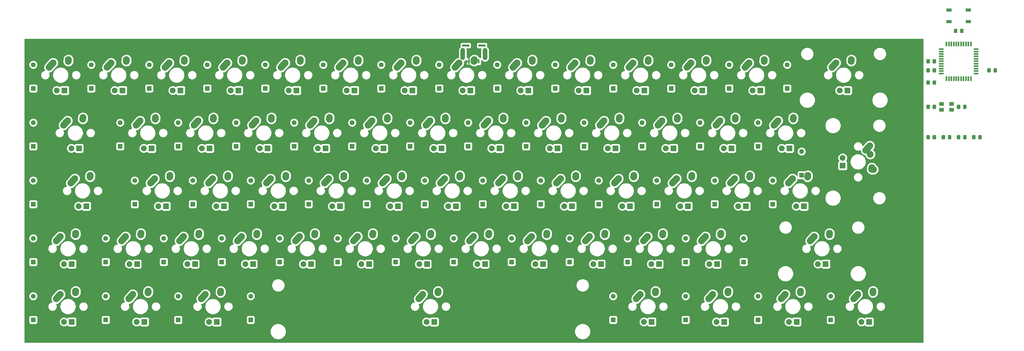
<source format=gbr>
G04 #@! TF.GenerationSoftware,KiCad,Pcbnew,5.1.6-c6e7f7d~86~ubuntu18.04.1*
G04 #@! TF.CreationDate,2020-05-28T23:24:45+02:00*
G04 #@! TF.ProjectId,keyboard-layout,6b657962-6f61-4726-942d-6c61796f7574,rev?*
G04 #@! TF.SameCoordinates,Original*
G04 #@! TF.FileFunction,Copper,L2,Bot*
G04 #@! TF.FilePolarity,Positive*
%FSLAX46Y46*%
G04 Gerber Fmt 4.6, Leading zero omitted, Abs format (unit mm)*
G04 Created by KiCad (PCBNEW 5.1.6-c6e7f7d~86~ubuntu18.04.1) date 2020-05-28 23:24:45*
%MOMM*%
%LPD*%
G01*
G04 APERTURE LIST*
G04 #@! TA.AperFunction,ComponentPad*
%ADD10C,2.250000*%
G04 #@! TD*
G04 #@! TA.AperFunction,ComponentPad*
%ADD11C,1.905000*%
G04 #@! TD*
G04 #@! TA.AperFunction,ComponentPad*
%ADD12R,1.905000X1.905000*%
G04 #@! TD*
G04 #@! TA.AperFunction,ComponentPad*
%ADD13R,1.600000X1.600000*%
G04 #@! TD*
G04 #@! TA.AperFunction,ComponentPad*
%ADD14C,1.600000*%
G04 #@! TD*
G04 #@! TA.AperFunction,SMDPad,CuDef*
%ADD15R,1.600000X1.300000*%
G04 #@! TD*
G04 #@! TA.AperFunction,SMDPad,CuDef*
%ADD16R,1.700000X1.000000*%
G04 #@! TD*
G04 #@! TA.AperFunction,SMDPad,CuDef*
%ADD17R,2.350000X0.800000*%
G04 #@! TD*
G04 #@! TA.AperFunction,SMDPad,CuDef*
%ADD18R,0.500000X1.400000*%
G04 #@! TD*
G04 #@! TA.AperFunction,ComponentPad*
%ADD19O,1.500000X4.000000*%
G04 #@! TD*
G04 #@! TA.AperFunction,SMDPad,CuDef*
%ADD20R,1.500000X0.550000*%
G04 #@! TD*
G04 #@! TA.AperFunction,SMDPad,CuDef*
%ADD21R,0.550000X1.500000*%
G04 #@! TD*
G04 #@! TA.AperFunction,Conductor*
%ADD22C,0.254000*%
G04 #@! TD*
G04 APERTURE END LIST*
D10*
X27025000Y-25525000D03*
G04 #@! TA.AperFunction,ComponentPad*
G36*
G01*
X24963683Y-27822345D02*
X24963683Y-27822345D01*
G75*
G02*
X24877655Y-26233683I751317J837345D01*
G01*
X26187657Y-24773683D01*
G75*
G02*
X27776319Y-24687655I837345J-751317D01*
G01*
X27776319Y-24687655D01*
G75*
G02*
X27862347Y-26276317I-751317J-837345D01*
G01*
X26552345Y-27736317D01*
G75*
G02*
X24963683Y-27822345I-837345J751317D01*
G01*
G37*
G04 #@! TD.AperFunction*
G04 #@! TA.AperFunction,ComponentPad*
G36*
G01*
X31947597Y-26147334D02*
X31947597Y-26147334D01*
G75*
G02*
X30902666Y-24947597I77403J1122334D01*
G01*
X30942666Y-24367597D01*
G75*
G02*
X32142403Y-23322666I1122334J-77403D01*
G01*
X32142403Y-23322666D01*
G75*
G02*
X33187334Y-24522403I-77403J-1122334D01*
G01*
X33147334Y-25102403D01*
G75*
G02*
X31947597Y-26147334I-1122334J77403D01*
G01*
G37*
G04 #@! TD.AperFunction*
X32065000Y-24445000D03*
D11*
X28255000Y-34605000D03*
D12*
X30795000Y-34605000D03*
D13*
X20500000Y-33925000D03*
D14*
X20500000Y-26125000D03*
D10*
X46075000Y-25525000D03*
G04 #@! TA.AperFunction,ComponentPad*
G36*
G01*
X44013683Y-27822345D02*
X44013683Y-27822345D01*
G75*
G02*
X43927655Y-26233683I751317J837345D01*
G01*
X45237657Y-24773683D01*
G75*
G02*
X46826319Y-24687655I837345J-751317D01*
G01*
X46826319Y-24687655D01*
G75*
G02*
X46912347Y-26276317I-751317J-837345D01*
G01*
X45602345Y-27736317D01*
G75*
G02*
X44013683Y-27822345I-837345J751317D01*
G01*
G37*
G04 #@! TD.AperFunction*
G04 #@! TA.AperFunction,ComponentPad*
G36*
G01*
X50997597Y-26147334D02*
X50997597Y-26147334D01*
G75*
G02*
X49952666Y-24947597I77403J1122334D01*
G01*
X49992666Y-24367597D01*
G75*
G02*
X51192403Y-23322666I1122334J-77403D01*
G01*
X51192403Y-23322666D01*
G75*
G02*
X52237334Y-24522403I-77403J-1122334D01*
G01*
X52197334Y-25102403D01*
G75*
G02*
X50997597Y-26147334I-1122334J77403D01*
G01*
G37*
G04 #@! TD.AperFunction*
X51115000Y-24445000D03*
D11*
X47305000Y-34605000D03*
D12*
X49845000Y-34605000D03*
D13*
X39550000Y-33925000D03*
D14*
X39550000Y-26125000D03*
D10*
X65125000Y-25525000D03*
G04 #@! TA.AperFunction,ComponentPad*
G36*
G01*
X63063683Y-27822345D02*
X63063683Y-27822345D01*
G75*
G02*
X62977655Y-26233683I751317J837345D01*
G01*
X64287657Y-24773683D01*
G75*
G02*
X65876319Y-24687655I837345J-751317D01*
G01*
X65876319Y-24687655D01*
G75*
G02*
X65962347Y-26276317I-751317J-837345D01*
G01*
X64652345Y-27736317D01*
G75*
G02*
X63063683Y-27822345I-837345J751317D01*
G01*
G37*
G04 #@! TD.AperFunction*
G04 #@! TA.AperFunction,ComponentPad*
G36*
G01*
X70047597Y-26147334D02*
X70047597Y-26147334D01*
G75*
G02*
X69002666Y-24947597I77403J1122334D01*
G01*
X69042666Y-24367597D01*
G75*
G02*
X70242403Y-23322666I1122334J-77403D01*
G01*
X70242403Y-23322666D01*
G75*
G02*
X71287334Y-24522403I-77403J-1122334D01*
G01*
X71247334Y-25102403D01*
G75*
G02*
X70047597Y-26147334I-1122334J77403D01*
G01*
G37*
G04 #@! TD.AperFunction*
X70165000Y-24445000D03*
D11*
X66355000Y-34605000D03*
D12*
X68895000Y-34605000D03*
D13*
X58600000Y-33925000D03*
D14*
X58600000Y-26125000D03*
D10*
X84175000Y-25525000D03*
G04 #@! TA.AperFunction,ComponentPad*
G36*
G01*
X82113683Y-27822345D02*
X82113683Y-27822345D01*
G75*
G02*
X82027655Y-26233683I751317J837345D01*
G01*
X83337657Y-24773683D01*
G75*
G02*
X84926319Y-24687655I837345J-751317D01*
G01*
X84926319Y-24687655D01*
G75*
G02*
X85012347Y-26276317I-751317J-837345D01*
G01*
X83702345Y-27736317D01*
G75*
G02*
X82113683Y-27822345I-837345J751317D01*
G01*
G37*
G04 #@! TD.AperFunction*
G04 #@! TA.AperFunction,ComponentPad*
G36*
G01*
X89097597Y-26147334D02*
X89097597Y-26147334D01*
G75*
G02*
X88052666Y-24947597I77403J1122334D01*
G01*
X88092666Y-24367597D01*
G75*
G02*
X89292403Y-23322666I1122334J-77403D01*
G01*
X89292403Y-23322666D01*
G75*
G02*
X90337334Y-24522403I-77403J-1122334D01*
G01*
X90297334Y-25102403D01*
G75*
G02*
X89097597Y-26147334I-1122334J77403D01*
G01*
G37*
G04 #@! TD.AperFunction*
X89215000Y-24445000D03*
D11*
X85405000Y-34605000D03*
D12*
X87945000Y-34605000D03*
D13*
X77650000Y-33925000D03*
D14*
X77650000Y-26125000D03*
D10*
X103225000Y-25525000D03*
G04 #@! TA.AperFunction,ComponentPad*
G36*
G01*
X101163683Y-27822345D02*
X101163683Y-27822345D01*
G75*
G02*
X101077655Y-26233683I751317J837345D01*
G01*
X102387657Y-24773683D01*
G75*
G02*
X103976319Y-24687655I837345J-751317D01*
G01*
X103976319Y-24687655D01*
G75*
G02*
X104062347Y-26276317I-751317J-837345D01*
G01*
X102752345Y-27736317D01*
G75*
G02*
X101163683Y-27822345I-837345J751317D01*
G01*
G37*
G04 #@! TD.AperFunction*
G04 #@! TA.AperFunction,ComponentPad*
G36*
G01*
X108147597Y-26147334D02*
X108147597Y-26147334D01*
G75*
G02*
X107102666Y-24947597I77403J1122334D01*
G01*
X107142666Y-24367597D01*
G75*
G02*
X108342403Y-23322666I1122334J-77403D01*
G01*
X108342403Y-23322666D01*
G75*
G02*
X109387334Y-24522403I-77403J-1122334D01*
G01*
X109347334Y-25102403D01*
G75*
G02*
X108147597Y-26147334I-1122334J77403D01*
G01*
G37*
G04 #@! TD.AperFunction*
X108265000Y-24445000D03*
D11*
X104455000Y-34605000D03*
D12*
X106995000Y-34605000D03*
D13*
X96700000Y-33925000D03*
D14*
X96700000Y-26125000D03*
D10*
X122275000Y-25525000D03*
G04 #@! TA.AperFunction,ComponentPad*
G36*
G01*
X120213683Y-27822345D02*
X120213683Y-27822345D01*
G75*
G02*
X120127655Y-26233683I751317J837345D01*
G01*
X121437657Y-24773683D01*
G75*
G02*
X123026319Y-24687655I837345J-751317D01*
G01*
X123026319Y-24687655D01*
G75*
G02*
X123112347Y-26276317I-751317J-837345D01*
G01*
X121802345Y-27736317D01*
G75*
G02*
X120213683Y-27822345I-837345J751317D01*
G01*
G37*
G04 #@! TD.AperFunction*
G04 #@! TA.AperFunction,ComponentPad*
G36*
G01*
X127197597Y-26147334D02*
X127197597Y-26147334D01*
G75*
G02*
X126152666Y-24947597I77403J1122334D01*
G01*
X126192666Y-24367597D01*
G75*
G02*
X127392403Y-23322666I1122334J-77403D01*
G01*
X127392403Y-23322666D01*
G75*
G02*
X128437334Y-24522403I-77403J-1122334D01*
G01*
X128397334Y-25102403D01*
G75*
G02*
X127197597Y-26147334I-1122334J77403D01*
G01*
G37*
G04 #@! TD.AperFunction*
X127315000Y-24445000D03*
D11*
X123505000Y-34605000D03*
D12*
X126045000Y-34605000D03*
D13*
X115750000Y-33925000D03*
D14*
X115750000Y-26125000D03*
D10*
X141325000Y-25525000D03*
G04 #@! TA.AperFunction,ComponentPad*
G36*
G01*
X139263683Y-27822345D02*
X139263683Y-27822345D01*
G75*
G02*
X139177655Y-26233683I751317J837345D01*
G01*
X140487657Y-24773683D01*
G75*
G02*
X142076319Y-24687655I837345J-751317D01*
G01*
X142076319Y-24687655D01*
G75*
G02*
X142162347Y-26276317I-751317J-837345D01*
G01*
X140852345Y-27736317D01*
G75*
G02*
X139263683Y-27822345I-837345J751317D01*
G01*
G37*
G04 #@! TD.AperFunction*
G04 #@! TA.AperFunction,ComponentPad*
G36*
G01*
X146247597Y-26147334D02*
X146247597Y-26147334D01*
G75*
G02*
X145202666Y-24947597I77403J1122334D01*
G01*
X145242666Y-24367597D01*
G75*
G02*
X146442403Y-23322666I1122334J-77403D01*
G01*
X146442403Y-23322666D01*
G75*
G02*
X147487334Y-24522403I-77403J-1122334D01*
G01*
X147447334Y-25102403D01*
G75*
G02*
X146247597Y-26147334I-1122334J77403D01*
G01*
G37*
G04 #@! TD.AperFunction*
X146365000Y-24445000D03*
D11*
X142555000Y-34605000D03*
D12*
X145095000Y-34605000D03*
D13*
X134800000Y-33925000D03*
D14*
X134800000Y-26125000D03*
D10*
X160375000Y-25525000D03*
G04 #@! TA.AperFunction,ComponentPad*
G36*
G01*
X158313683Y-27822345D02*
X158313683Y-27822345D01*
G75*
G02*
X158227655Y-26233683I751317J837345D01*
G01*
X159537657Y-24773683D01*
G75*
G02*
X161126319Y-24687655I837345J-751317D01*
G01*
X161126319Y-24687655D01*
G75*
G02*
X161212347Y-26276317I-751317J-837345D01*
G01*
X159902345Y-27736317D01*
G75*
G02*
X158313683Y-27822345I-837345J751317D01*
G01*
G37*
G04 #@! TD.AperFunction*
G04 #@! TA.AperFunction,ComponentPad*
G36*
G01*
X165297597Y-26147334D02*
X165297597Y-26147334D01*
G75*
G02*
X164252666Y-24947597I77403J1122334D01*
G01*
X164292666Y-24367597D01*
G75*
G02*
X165492403Y-23322666I1122334J-77403D01*
G01*
X165492403Y-23322666D01*
G75*
G02*
X166537334Y-24522403I-77403J-1122334D01*
G01*
X166497334Y-25102403D01*
G75*
G02*
X165297597Y-26147334I-1122334J77403D01*
G01*
G37*
G04 #@! TD.AperFunction*
X165415000Y-24445000D03*
D11*
X161605000Y-34605000D03*
D12*
X164145000Y-34605000D03*
D13*
X153850000Y-33925000D03*
D14*
X153850000Y-26125000D03*
D10*
X179425000Y-25525000D03*
G04 #@! TA.AperFunction,ComponentPad*
G36*
G01*
X177363683Y-27822345D02*
X177363683Y-27822345D01*
G75*
G02*
X177277655Y-26233683I751317J837345D01*
G01*
X178587657Y-24773683D01*
G75*
G02*
X180176319Y-24687655I837345J-751317D01*
G01*
X180176319Y-24687655D01*
G75*
G02*
X180262347Y-26276317I-751317J-837345D01*
G01*
X178952345Y-27736317D01*
G75*
G02*
X177363683Y-27822345I-837345J751317D01*
G01*
G37*
G04 #@! TD.AperFunction*
G04 #@! TA.AperFunction,ComponentPad*
G36*
G01*
X184347597Y-26147334D02*
X184347597Y-26147334D01*
G75*
G02*
X183302666Y-24947597I77403J1122334D01*
G01*
X183342666Y-24367597D01*
G75*
G02*
X184542403Y-23322666I1122334J-77403D01*
G01*
X184542403Y-23322666D01*
G75*
G02*
X185587334Y-24522403I-77403J-1122334D01*
G01*
X185547334Y-25102403D01*
G75*
G02*
X184347597Y-26147334I-1122334J77403D01*
G01*
G37*
G04 #@! TD.AperFunction*
X184465000Y-24445000D03*
D11*
X180655000Y-34605000D03*
D12*
X183195000Y-34605000D03*
D13*
X172900000Y-33925000D03*
D14*
X172900000Y-26125000D03*
D10*
X198475000Y-25525000D03*
G04 #@! TA.AperFunction,ComponentPad*
G36*
G01*
X196413683Y-27822345D02*
X196413683Y-27822345D01*
G75*
G02*
X196327655Y-26233683I751317J837345D01*
G01*
X197637657Y-24773683D01*
G75*
G02*
X199226319Y-24687655I837345J-751317D01*
G01*
X199226319Y-24687655D01*
G75*
G02*
X199312347Y-26276317I-751317J-837345D01*
G01*
X198002345Y-27736317D01*
G75*
G02*
X196413683Y-27822345I-837345J751317D01*
G01*
G37*
G04 #@! TD.AperFunction*
G04 #@! TA.AperFunction,ComponentPad*
G36*
G01*
X203397597Y-26147334D02*
X203397597Y-26147334D01*
G75*
G02*
X202352666Y-24947597I77403J1122334D01*
G01*
X202392666Y-24367597D01*
G75*
G02*
X203592403Y-23322666I1122334J-77403D01*
G01*
X203592403Y-23322666D01*
G75*
G02*
X204637334Y-24522403I-77403J-1122334D01*
G01*
X204597334Y-25102403D01*
G75*
G02*
X203397597Y-26147334I-1122334J77403D01*
G01*
G37*
G04 #@! TD.AperFunction*
X203515000Y-24445000D03*
D11*
X199705000Y-34605000D03*
D12*
X202245000Y-34605000D03*
D13*
X191950000Y-33925000D03*
D14*
X191950000Y-26125000D03*
D10*
X217525000Y-25525000D03*
G04 #@! TA.AperFunction,ComponentPad*
G36*
G01*
X215463683Y-27822345D02*
X215463683Y-27822345D01*
G75*
G02*
X215377655Y-26233683I751317J837345D01*
G01*
X216687657Y-24773683D01*
G75*
G02*
X218276319Y-24687655I837345J-751317D01*
G01*
X218276319Y-24687655D01*
G75*
G02*
X218362347Y-26276317I-751317J-837345D01*
G01*
X217052345Y-27736317D01*
G75*
G02*
X215463683Y-27822345I-837345J751317D01*
G01*
G37*
G04 #@! TD.AperFunction*
G04 #@! TA.AperFunction,ComponentPad*
G36*
G01*
X222447597Y-26147334D02*
X222447597Y-26147334D01*
G75*
G02*
X221402666Y-24947597I77403J1122334D01*
G01*
X221442666Y-24367597D01*
G75*
G02*
X222642403Y-23322666I1122334J-77403D01*
G01*
X222642403Y-23322666D01*
G75*
G02*
X223687334Y-24522403I-77403J-1122334D01*
G01*
X223647334Y-25102403D01*
G75*
G02*
X222447597Y-26147334I-1122334J77403D01*
G01*
G37*
G04 #@! TD.AperFunction*
X222565000Y-24445000D03*
D11*
X218755000Y-34605000D03*
D12*
X221295000Y-34605000D03*
D13*
X211000000Y-33925000D03*
D14*
X211000000Y-26125000D03*
D10*
X236575000Y-25525000D03*
G04 #@! TA.AperFunction,ComponentPad*
G36*
G01*
X234513683Y-27822345D02*
X234513683Y-27822345D01*
G75*
G02*
X234427655Y-26233683I751317J837345D01*
G01*
X235737657Y-24773683D01*
G75*
G02*
X237326319Y-24687655I837345J-751317D01*
G01*
X237326319Y-24687655D01*
G75*
G02*
X237412347Y-26276317I-751317J-837345D01*
G01*
X236102345Y-27736317D01*
G75*
G02*
X234513683Y-27822345I-837345J751317D01*
G01*
G37*
G04 #@! TD.AperFunction*
G04 #@! TA.AperFunction,ComponentPad*
G36*
G01*
X241497597Y-26147334D02*
X241497597Y-26147334D01*
G75*
G02*
X240452666Y-24947597I77403J1122334D01*
G01*
X240492666Y-24367597D01*
G75*
G02*
X241692403Y-23322666I1122334J-77403D01*
G01*
X241692403Y-23322666D01*
G75*
G02*
X242737334Y-24522403I-77403J-1122334D01*
G01*
X242697334Y-25102403D01*
G75*
G02*
X241497597Y-26147334I-1122334J77403D01*
G01*
G37*
G04 #@! TD.AperFunction*
X241615000Y-24445000D03*
D11*
X237805000Y-34605000D03*
D12*
X240345000Y-34605000D03*
D13*
X230050000Y-33925000D03*
D14*
X230050000Y-26125000D03*
D10*
X255625000Y-25525000D03*
G04 #@! TA.AperFunction,ComponentPad*
G36*
G01*
X253563683Y-27822345D02*
X253563683Y-27822345D01*
G75*
G02*
X253477655Y-26233683I751317J837345D01*
G01*
X254787657Y-24773683D01*
G75*
G02*
X256376319Y-24687655I837345J-751317D01*
G01*
X256376319Y-24687655D01*
G75*
G02*
X256462347Y-26276317I-751317J-837345D01*
G01*
X255152345Y-27736317D01*
G75*
G02*
X253563683Y-27822345I-837345J751317D01*
G01*
G37*
G04 #@! TD.AperFunction*
G04 #@! TA.AperFunction,ComponentPad*
G36*
G01*
X260547597Y-26147334D02*
X260547597Y-26147334D01*
G75*
G02*
X259502666Y-24947597I77403J1122334D01*
G01*
X259542666Y-24367597D01*
G75*
G02*
X260742403Y-23322666I1122334J-77403D01*
G01*
X260742403Y-23322666D01*
G75*
G02*
X261787334Y-24522403I-77403J-1122334D01*
G01*
X261747334Y-25102403D01*
G75*
G02*
X260547597Y-26147334I-1122334J77403D01*
G01*
G37*
G04 #@! TD.AperFunction*
X260665000Y-24445000D03*
D11*
X256855000Y-34605000D03*
D12*
X259395000Y-34605000D03*
D13*
X249100000Y-33925000D03*
D14*
X249100000Y-26125000D03*
D10*
X284200000Y-25525000D03*
G04 #@! TA.AperFunction,ComponentPad*
G36*
G01*
X282138683Y-27822345D02*
X282138683Y-27822345D01*
G75*
G02*
X282052655Y-26233683I751317J837345D01*
G01*
X283362657Y-24773683D01*
G75*
G02*
X284951319Y-24687655I837345J-751317D01*
G01*
X284951319Y-24687655D01*
G75*
G02*
X285037347Y-26276317I-751317J-837345D01*
G01*
X283727345Y-27736317D01*
G75*
G02*
X282138683Y-27822345I-837345J751317D01*
G01*
G37*
G04 #@! TD.AperFunction*
G04 #@! TA.AperFunction,ComponentPad*
G36*
G01*
X289122597Y-26147334D02*
X289122597Y-26147334D01*
G75*
G02*
X288077666Y-24947597I77403J1122334D01*
G01*
X288117666Y-24367597D01*
G75*
G02*
X289317403Y-23322666I1122334J-77403D01*
G01*
X289317403Y-23322666D01*
G75*
G02*
X290362334Y-24522403I-77403J-1122334D01*
G01*
X290322334Y-25102403D01*
G75*
G02*
X289122597Y-26147334I-1122334J77403D01*
G01*
G37*
G04 #@! TD.AperFunction*
X289240000Y-24445000D03*
D11*
X285430000Y-34605000D03*
D12*
X287970000Y-34605000D03*
D13*
X268150000Y-33925000D03*
D14*
X268150000Y-26125000D03*
D10*
X31787500Y-44575000D03*
G04 #@! TA.AperFunction,ComponentPad*
G36*
G01*
X29726183Y-46872345D02*
X29726183Y-46872345D01*
G75*
G02*
X29640155Y-45283683I751317J837345D01*
G01*
X30950157Y-43823683D01*
G75*
G02*
X32538819Y-43737655I837345J-751317D01*
G01*
X32538819Y-43737655D01*
G75*
G02*
X32624847Y-45326317I-751317J-837345D01*
G01*
X31314845Y-46786317D01*
G75*
G02*
X29726183Y-46872345I-837345J751317D01*
G01*
G37*
G04 #@! TD.AperFunction*
G04 #@! TA.AperFunction,ComponentPad*
G36*
G01*
X36710097Y-45197334D02*
X36710097Y-45197334D01*
G75*
G02*
X35665166Y-43997597I77403J1122334D01*
G01*
X35705166Y-43417597D01*
G75*
G02*
X36904903Y-42372666I1122334J-77403D01*
G01*
X36904903Y-42372666D01*
G75*
G02*
X37949834Y-43572403I-77403J-1122334D01*
G01*
X37909834Y-44152403D01*
G75*
G02*
X36710097Y-45197334I-1122334J77403D01*
G01*
G37*
G04 #@! TD.AperFunction*
X36827500Y-43495000D03*
D11*
X33017500Y-53655000D03*
D12*
X35557500Y-53655000D03*
D13*
X20500000Y-52975000D03*
D14*
X20500000Y-45175000D03*
D10*
X55600000Y-44575000D03*
G04 #@! TA.AperFunction,ComponentPad*
G36*
G01*
X53538683Y-46872345D02*
X53538683Y-46872345D01*
G75*
G02*
X53452655Y-45283683I751317J837345D01*
G01*
X54762657Y-43823683D01*
G75*
G02*
X56351319Y-43737655I837345J-751317D01*
G01*
X56351319Y-43737655D01*
G75*
G02*
X56437347Y-45326317I-751317J-837345D01*
G01*
X55127345Y-46786317D01*
G75*
G02*
X53538683Y-46872345I-837345J751317D01*
G01*
G37*
G04 #@! TD.AperFunction*
G04 #@! TA.AperFunction,ComponentPad*
G36*
G01*
X60522597Y-45197334D02*
X60522597Y-45197334D01*
G75*
G02*
X59477666Y-43997597I77403J1122334D01*
G01*
X59517666Y-43417597D01*
G75*
G02*
X60717403Y-42372666I1122334J-77403D01*
G01*
X60717403Y-42372666D01*
G75*
G02*
X61762334Y-43572403I-77403J-1122334D01*
G01*
X61722334Y-44152403D01*
G75*
G02*
X60522597Y-45197334I-1122334J77403D01*
G01*
G37*
G04 #@! TD.AperFunction*
X60640000Y-43495000D03*
D11*
X56830000Y-53655000D03*
D12*
X59370000Y-53655000D03*
D13*
X49075000Y-52975000D03*
D14*
X49075000Y-45175000D03*
D10*
X74650000Y-44575000D03*
G04 #@! TA.AperFunction,ComponentPad*
G36*
G01*
X72588683Y-46872345D02*
X72588683Y-46872345D01*
G75*
G02*
X72502655Y-45283683I751317J837345D01*
G01*
X73812657Y-43823683D01*
G75*
G02*
X75401319Y-43737655I837345J-751317D01*
G01*
X75401319Y-43737655D01*
G75*
G02*
X75487347Y-45326317I-751317J-837345D01*
G01*
X74177345Y-46786317D01*
G75*
G02*
X72588683Y-46872345I-837345J751317D01*
G01*
G37*
G04 #@! TD.AperFunction*
G04 #@! TA.AperFunction,ComponentPad*
G36*
G01*
X79572597Y-45197334D02*
X79572597Y-45197334D01*
G75*
G02*
X78527666Y-43997597I77403J1122334D01*
G01*
X78567666Y-43417597D01*
G75*
G02*
X79767403Y-42372666I1122334J-77403D01*
G01*
X79767403Y-42372666D01*
G75*
G02*
X80812334Y-43572403I-77403J-1122334D01*
G01*
X80772334Y-44152403D01*
G75*
G02*
X79572597Y-45197334I-1122334J77403D01*
G01*
G37*
G04 #@! TD.AperFunction*
X79690000Y-43495000D03*
D11*
X75880000Y-53655000D03*
D12*
X78420000Y-53655000D03*
D13*
X68125000Y-52975000D03*
D14*
X68125000Y-45175000D03*
D10*
X93700000Y-44575000D03*
G04 #@! TA.AperFunction,ComponentPad*
G36*
G01*
X91638683Y-46872345D02*
X91638683Y-46872345D01*
G75*
G02*
X91552655Y-45283683I751317J837345D01*
G01*
X92862657Y-43823683D01*
G75*
G02*
X94451319Y-43737655I837345J-751317D01*
G01*
X94451319Y-43737655D01*
G75*
G02*
X94537347Y-45326317I-751317J-837345D01*
G01*
X93227345Y-46786317D01*
G75*
G02*
X91638683Y-46872345I-837345J751317D01*
G01*
G37*
G04 #@! TD.AperFunction*
G04 #@! TA.AperFunction,ComponentPad*
G36*
G01*
X98622597Y-45197334D02*
X98622597Y-45197334D01*
G75*
G02*
X97577666Y-43997597I77403J1122334D01*
G01*
X97617666Y-43417597D01*
G75*
G02*
X98817403Y-42372666I1122334J-77403D01*
G01*
X98817403Y-42372666D01*
G75*
G02*
X99862334Y-43572403I-77403J-1122334D01*
G01*
X99822334Y-44152403D01*
G75*
G02*
X98622597Y-45197334I-1122334J77403D01*
G01*
G37*
G04 #@! TD.AperFunction*
X98740000Y-43495000D03*
D11*
X94930000Y-53655000D03*
D12*
X97470000Y-53655000D03*
D13*
X87175000Y-52975000D03*
D14*
X87175000Y-45175000D03*
D10*
X112750000Y-44575000D03*
G04 #@! TA.AperFunction,ComponentPad*
G36*
G01*
X110688683Y-46872345D02*
X110688683Y-46872345D01*
G75*
G02*
X110602655Y-45283683I751317J837345D01*
G01*
X111912657Y-43823683D01*
G75*
G02*
X113501319Y-43737655I837345J-751317D01*
G01*
X113501319Y-43737655D01*
G75*
G02*
X113587347Y-45326317I-751317J-837345D01*
G01*
X112277345Y-46786317D01*
G75*
G02*
X110688683Y-46872345I-837345J751317D01*
G01*
G37*
G04 #@! TD.AperFunction*
G04 #@! TA.AperFunction,ComponentPad*
G36*
G01*
X117672597Y-45197334D02*
X117672597Y-45197334D01*
G75*
G02*
X116627666Y-43997597I77403J1122334D01*
G01*
X116667666Y-43417597D01*
G75*
G02*
X117867403Y-42372666I1122334J-77403D01*
G01*
X117867403Y-42372666D01*
G75*
G02*
X118912334Y-43572403I-77403J-1122334D01*
G01*
X118872334Y-44152403D01*
G75*
G02*
X117672597Y-45197334I-1122334J77403D01*
G01*
G37*
G04 #@! TD.AperFunction*
X117790000Y-43495000D03*
D11*
X113980000Y-53655000D03*
D12*
X116520000Y-53655000D03*
D13*
X106225000Y-52975000D03*
D14*
X106225000Y-45175000D03*
D10*
X131800000Y-44575000D03*
G04 #@! TA.AperFunction,ComponentPad*
G36*
G01*
X129738683Y-46872345D02*
X129738683Y-46872345D01*
G75*
G02*
X129652655Y-45283683I751317J837345D01*
G01*
X130962657Y-43823683D01*
G75*
G02*
X132551319Y-43737655I837345J-751317D01*
G01*
X132551319Y-43737655D01*
G75*
G02*
X132637347Y-45326317I-751317J-837345D01*
G01*
X131327345Y-46786317D01*
G75*
G02*
X129738683Y-46872345I-837345J751317D01*
G01*
G37*
G04 #@! TD.AperFunction*
G04 #@! TA.AperFunction,ComponentPad*
G36*
G01*
X136722597Y-45197334D02*
X136722597Y-45197334D01*
G75*
G02*
X135677666Y-43997597I77403J1122334D01*
G01*
X135717666Y-43417597D01*
G75*
G02*
X136917403Y-42372666I1122334J-77403D01*
G01*
X136917403Y-42372666D01*
G75*
G02*
X137962334Y-43572403I-77403J-1122334D01*
G01*
X137922334Y-44152403D01*
G75*
G02*
X136722597Y-45197334I-1122334J77403D01*
G01*
G37*
G04 #@! TD.AperFunction*
X136840000Y-43495000D03*
D11*
X133030000Y-53655000D03*
D12*
X135570000Y-53655000D03*
D13*
X125275000Y-52975000D03*
D14*
X125275000Y-45175000D03*
D10*
X150850000Y-44575000D03*
G04 #@! TA.AperFunction,ComponentPad*
G36*
G01*
X148788683Y-46872345D02*
X148788683Y-46872345D01*
G75*
G02*
X148702655Y-45283683I751317J837345D01*
G01*
X150012657Y-43823683D01*
G75*
G02*
X151601319Y-43737655I837345J-751317D01*
G01*
X151601319Y-43737655D01*
G75*
G02*
X151687347Y-45326317I-751317J-837345D01*
G01*
X150377345Y-46786317D01*
G75*
G02*
X148788683Y-46872345I-837345J751317D01*
G01*
G37*
G04 #@! TD.AperFunction*
G04 #@! TA.AperFunction,ComponentPad*
G36*
G01*
X155772597Y-45197334D02*
X155772597Y-45197334D01*
G75*
G02*
X154727666Y-43997597I77403J1122334D01*
G01*
X154767666Y-43417597D01*
G75*
G02*
X155967403Y-42372666I1122334J-77403D01*
G01*
X155967403Y-42372666D01*
G75*
G02*
X157012334Y-43572403I-77403J-1122334D01*
G01*
X156972334Y-44152403D01*
G75*
G02*
X155772597Y-45197334I-1122334J77403D01*
G01*
G37*
G04 #@! TD.AperFunction*
X155890000Y-43495000D03*
D11*
X152080000Y-53655000D03*
D12*
X154620000Y-53655000D03*
D13*
X144325000Y-52975000D03*
D14*
X144325000Y-45175000D03*
D10*
X169900000Y-44575000D03*
G04 #@! TA.AperFunction,ComponentPad*
G36*
G01*
X167838683Y-46872345D02*
X167838683Y-46872345D01*
G75*
G02*
X167752655Y-45283683I751317J837345D01*
G01*
X169062657Y-43823683D01*
G75*
G02*
X170651319Y-43737655I837345J-751317D01*
G01*
X170651319Y-43737655D01*
G75*
G02*
X170737347Y-45326317I-751317J-837345D01*
G01*
X169427345Y-46786317D01*
G75*
G02*
X167838683Y-46872345I-837345J751317D01*
G01*
G37*
G04 #@! TD.AperFunction*
G04 #@! TA.AperFunction,ComponentPad*
G36*
G01*
X174822597Y-45197334D02*
X174822597Y-45197334D01*
G75*
G02*
X173777666Y-43997597I77403J1122334D01*
G01*
X173817666Y-43417597D01*
G75*
G02*
X175017403Y-42372666I1122334J-77403D01*
G01*
X175017403Y-42372666D01*
G75*
G02*
X176062334Y-43572403I-77403J-1122334D01*
G01*
X176022334Y-44152403D01*
G75*
G02*
X174822597Y-45197334I-1122334J77403D01*
G01*
G37*
G04 #@! TD.AperFunction*
X174940000Y-43495000D03*
D11*
X171130000Y-53655000D03*
D12*
X173670000Y-53655000D03*
D13*
X163375000Y-52975000D03*
D14*
X163375000Y-45175000D03*
D10*
X188950000Y-44575000D03*
G04 #@! TA.AperFunction,ComponentPad*
G36*
G01*
X186888683Y-46872345D02*
X186888683Y-46872345D01*
G75*
G02*
X186802655Y-45283683I751317J837345D01*
G01*
X188112657Y-43823683D01*
G75*
G02*
X189701319Y-43737655I837345J-751317D01*
G01*
X189701319Y-43737655D01*
G75*
G02*
X189787347Y-45326317I-751317J-837345D01*
G01*
X188477345Y-46786317D01*
G75*
G02*
X186888683Y-46872345I-837345J751317D01*
G01*
G37*
G04 #@! TD.AperFunction*
G04 #@! TA.AperFunction,ComponentPad*
G36*
G01*
X193872597Y-45197334D02*
X193872597Y-45197334D01*
G75*
G02*
X192827666Y-43997597I77403J1122334D01*
G01*
X192867666Y-43417597D01*
G75*
G02*
X194067403Y-42372666I1122334J-77403D01*
G01*
X194067403Y-42372666D01*
G75*
G02*
X195112334Y-43572403I-77403J-1122334D01*
G01*
X195072334Y-44152403D01*
G75*
G02*
X193872597Y-45197334I-1122334J77403D01*
G01*
G37*
G04 #@! TD.AperFunction*
X193990000Y-43495000D03*
D11*
X190180000Y-53655000D03*
D12*
X192720000Y-53655000D03*
D13*
X182425000Y-52975000D03*
D14*
X182425000Y-45175000D03*
D10*
X208000000Y-44575000D03*
G04 #@! TA.AperFunction,ComponentPad*
G36*
G01*
X205938683Y-46872345D02*
X205938683Y-46872345D01*
G75*
G02*
X205852655Y-45283683I751317J837345D01*
G01*
X207162657Y-43823683D01*
G75*
G02*
X208751319Y-43737655I837345J-751317D01*
G01*
X208751319Y-43737655D01*
G75*
G02*
X208837347Y-45326317I-751317J-837345D01*
G01*
X207527345Y-46786317D01*
G75*
G02*
X205938683Y-46872345I-837345J751317D01*
G01*
G37*
G04 #@! TD.AperFunction*
G04 #@! TA.AperFunction,ComponentPad*
G36*
G01*
X212922597Y-45197334D02*
X212922597Y-45197334D01*
G75*
G02*
X211877666Y-43997597I77403J1122334D01*
G01*
X211917666Y-43417597D01*
G75*
G02*
X213117403Y-42372666I1122334J-77403D01*
G01*
X213117403Y-42372666D01*
G75*
G02*
X214162334Y-43572403I-77403J-1122334D01*
G01*
X214122334Y-44152403D01*
G75*
G02*
X212922597Y-45197334I-1122334J77403D01*
G01*
G37*
G04 #@! TD.AperFunction*
X213040000Y-43495000D03*
D11*
X209230000Y-53655000D03*
D12*
X211770000Y-53655000D03*
D13*
X201475000Y-52975000D03*
D14*
X201475000Y-45175000D03*
D10*
X227050000Y-44575000D03*
G04 #@! TA.AperFunction,ComponentPad*
G36*
G01*
X224988683Y-46872345D02*
X224988683Y-46872345D01*
G75*
G02*
X224902655Y-45283683I751317J837345D01*
G01*
X226212657Y-43823683D01*
G75*
G02*
X227801319Y-43737655I837345J-751317D01*
G01*
X227801319Y-43737655D01*
G75*
G02*
X227887347Y-45326317I-751317J-837345D01*
G01*
X226577345Y-46786317D01*
G75*
G02*
X224988683Y-46872345I-837345J751317D01*
G01*
G37*
G04 #@! TD.AperFunction*
G04 #@! TA.AperFunction,ComponentPad*
G36*
G01*
X231972597Y-45197334D02*
X231972597Y-45197334D01*
G75*
G02*
X230927666Y-43997597I77403J1122334D01*
G01*
X230967666Y-43417597D01*
G75*
G02*
X232167403Y-42372666I1122334J-77403D01*
G01*
X232167403Y-42372666D01*
G75*
G02*
X233212334Y-43572403I-77403J-1122334D01*
G01*
X233172334Y-44152403D01*
G75*
G02*
X231972597Y-45197334I-1122334J77403D01*
G01*
G37*
G04 #@! TD.AperFunction*
X232090000Y-43495000D03*
D11*
X228280000Y-53655000D03*
D12*
X230820000Y-53655000D03*
D13*
X220525000Y-52975000D03*
D14*
X220525000Y-45175000D03*
D10*
X246100000Y-44575000D03*
G04 #@! TA.AperFunction,ComponentPad*
G36*
G01*
X244038683Y-46872345D02*
X244038683Y-46872345D01*
G75*
G02*
X243952655Y-45283683I751317J837345D01*
G01*
X245262657Y-43823683D01*
G75*
G02*
X246851319Y-43737655I837345J-751317D01*
G01*
X246851319Y-43737655D01*
G75*
G02*
X246937347Y-45326317I-751317J-837345D01*
G01*
X245627345Y-46786317D01*
G75*
G02*
X244038683Y-46872345I-837345J751317D01*
G01*
G37*
G04 #@! TD.AperFunction*
G04 #@! TA.AperFunction,ComponentPad*
G36*
G01*
X251022597Y-45197334D02*
X251022597Y-45197334D01*
G75*
G02*
X249977666Y-43997597I77403J1122334D01*
G01*
X250017666Y-43417597D01*
G75*
G02*
X251217403Y-42372666I1122334J-77403D01*
G01*
X251217403Y-42372666D01*
G75*
G02*
X252262334Y-43572403I-77403J-1122334D01*
G01*
X252222334Y-44152403D01*
G75*
G02*
X251022597Y-45197334I-1122334J77403D01*
G01*
G37*
G04 #@! TD.AperFunction*
X251140000Y-43495000D03*
D11*
X247330000Y-53655000D03*
D12*
X249870000Y-53655000D03*
D13*
X239575000Y-52975000D03*
D14*
X239575000Y-45175000D03*
D10*
X265150000Y-44575000D03*
G04 #@! TA.AperFunction,ComponentPad*
G36*
G01*
X263088683Y-46872345D02*
X263088683Y-46872345D01*
G75*
G02*
X263002655Y-45283683I751317J837345D01*
G01*
X264312657Y-43823683D01*
G75*
G02*
X265901319Y-43737655I837345J-751317D01*
G01*
X265901319Y-43737655D01*
G75*
G02*
X265987347Y-45326317I-751317J-837345D01*
G01*
X264677345Y-46786317D01*
G75*
G02*
X263088683Y-46872345I-837345J751317D01*
G01*
G37*
G04 #@! TD.AperFunction*
G04 #@! TA.AperFunction,ComponentPad*
G36*
G01*
X270072597Y-45197334D02*
X270072597Y-45197334D01*
G75*
G02*
X269027666Y-43997597I77403J1122334D01*
G01*
X269067666Y-43417597D01*
G75*
G02*
X270267403Y-42372666I1122334J-77403D01*
G01*
X270267403Y-42372666D01*
G75*
G02*
X271312334Y-43572403I-77403J-1122334D01*
G01*
X271272334Y-44152403D01*
G75*
G02*
X270072597Y-45197334I-1122334J77403D01*
G01*
G37*
G04 #@! TD.AperFunction*
X270190000Y-43495000D03*
D11*
X266380000Y-53655000D03*
D12*
X268920000Y-53655000D03*
D13*
X258625000Y-52975000D03*
D14*
X258625000Y-45175000D03*
D10*
X295462500Y-55600000D03*
G04 #@! TA.AperFunction,ComponentPad*
G36*
G01*
X293251183Y-55127345D02*
X293251183Y-55127345D01*
G75*
G02*
X293165155Y-53538683I751317J837345D01*
G01*
X294475157Y-52078683D01*
G75*
G02*
X296063819Y-51992655I837345J-751317D01*
G01*
X296063819Y-51992655D01*
G75*
G02*
X296149847Y-53581317I-751317J-837345D01*
G01*
X294839845Y-55041317D01*
G75*
G02*
X293251183Y-55127345I-837345J751317D01*
G01*
G37*
G04 #@! TD.AperFunction*
G04 #@! TA.AperFunction,ComponentPad*
G36*
G01*
X295885097Y-61722334D02*
X295885097Y-61722334D01*
G75*
G02*
X294840166Y-60522597I77403J1122334D01*
G01*
X294880166Y-59942597D01*
G75*
G02*
X296079903Y-58897666I1122334J-77403D01*
G01*
X296079903Y-58897666D01*
G75*
G02*
X297124834Y-60097403I-77403J-1122334D01*
G01*
X297084834Y-60677403D01*
G75*
G02*
X295885097Y-61722334I-1122334J77403D01*
G01*
G37*
G04 #@! TD.AperFunction*
X296542500Y-60640000D03*
D11*
X286382500Y-56830000D03*
D12*
X286382500Y-59370000D03*
D13*
X272912500Y-62500000D03*
D14*
X272912500Y-54700000D03*
D10*
X34168750Y-63625000D03*
G04 #@! TA.AperFunction,ComponentPad*
G36*
G01*
X32107433Y-65922345D02*
X32107433Y-65922345D01*
G75*
G02*
X32021405Y-64333683I751317J837345D01*
G01*
X33331407Y-62873683D01*
G75*
G02*
X34920069Y-62787655I837345J-751317D01*
G01*
X34920069Y-62787655D01*
G75*
G02*
X35006097Y-64376317I-751317J-837345D01*
G01*
X33696095Y-65836317D01*
G75*
G02*
X32107433Y-65922345I-837345J751317D01*
G01*
G37*
G04 #@! TD.AperFunction*
G04 #@! TA.AperFunction,ComponentPad*
G36*
G01*
X39091347Y-64247334D02*
X39091347Y-64247334D01*
G75*
G02*
X38046416Y-63047597I77403J1122334D01*
G01*
X38086416Y-62467597D01*
G75*
G02*
X39286153Y-61422666I1122334J-77403D01*
G01*
X39286153Y-61422666D01*
G75*
G02*
X40331084Y-62622403I-77403J-1122334D01*
G01*
X40291084Y-63202403D01*
G75*
G02*
X39091347Y-64247334I-1122334J77403D01*
G01*
G37*
G04 #@! TD.AperFunction*
X39208750Y-62545000D03*
D11*
X35398750Y-72705000D03*
D12*
X37938750Y-72705000D03*
D13*
X20500000Y-72025000D03*
D14*
X20500000Y-64225000D03*
D10*
X60362500Y-63625000D03*
G04 #@! TA.AperFunction,ComponentPad*
G36*
G01*
X58301183Y-65922345D02*
X58301183Y-65922345D01*
G75*
G02*
X58215155Y-64333683I751317J837345D01*
G01*
X59525157Y-62873683D01*
G75*
G02*
X61113819Y-62787655I837345J-751317D01*
G01*
X61113819Y-62787655D01*
G75*
G02*
X61199847Y-64376317I-751317J-837345D01*
G01*
X59889845Y-65836317D01*
G75*
G02*
X58301183Y-65922345I-837345J751317D01*
G01*
G37*
G04 #@! TD.AperFunction*
G04 #@! TA.AperFunction,ComponentPad*
G36*
G01*
X65285097Y-64247334D02*
X65285097Y-64247334D01*
G75*
G02*
X64240166Y-63047597I77403J1122334D01*
G01*
X64280166Y-62467597D01*
G75*
G02*
X65479903Y-61422666I1122334J-77403D01*
G01*
X65479903Y-61422666D01*
G75*
G02*
X66524834Y-62622403I-77403J-1122334D01*
G01*
X66484834Y-63202403D01*
G75*
G02*
X65285097Y-64247334I-1122334J77403D01*
G01*
G37*
G04 #@! TD.AperFunction*
X65402500Y-62545000D03*
D11*
X61592500Y-72705000D03*
D12*
X64132500Y-72705000D03*
D13*
X53837500Y-72025000D03*
D14*
X53837500Y-64225000D03*
D10*
X79412500Y-63625000D03*
G04 #@! TA.AperFunction,ComponentPad*
G36*
G01*
X77351183Y-65922345D02*
X77351183Y-65922345D01*
G75*
G02*
X77265155Y-64333683I751317J837345D01*
G01*
X78575157Y-62873683D01*
G75*
G02*
X80163819Y-62787655I837345J-751317D01*
G01*
X80163819Y-62787655D01*
G75*
G02*
X80249847Y-64376317I-751317J-837345D01*
G01*
X78939845Y-65836317D01*
G75*
G02*
X77351183Y-65922345I-837345J751317D01*
G01*
G37*
G04 #@! TD.AperFunction*
G04 #@! TA.AperFunction,ComponentPad*
G36*
G01*
X84335097Y-64247334D02*
X84335097Y-64247334D01*
G75*
G02*
X83290166Y-63047597I77403J1122334D01*
G01*
X83330166Y-62467597D01*
G75*
G02*
X84529903Y-61422666I1122334J-77403D01*
G01*
X84529903Y-61422666D01*
G75*
G02*
X85574834Y-62622403I-77403J-1122334D01*
G01*
X85534834Y-63202403D01*
G75*
G02*
X84335097Y-64247334I-1122334J77403D01*
G01*
G37*
G04 #@! TD.AperFunction*
X84452500Y-62545000D03*
D11*
X80642500Y-72705000D03*
D12*
X83182500Y-72705000D03*
D13*
X72887500Y-72025000D03*
D14*
X72887500Y-64225000D03*
D10*
X98462500Y-63625000D03*
G04 #@! TA.AperFunction,ComponentPad*
G36*
G01*
X96401183Y-65922345D02*
X96401183Y-65922345D01*
G75*
G02*
X96315155Y-64333683I751317J837345D01*
G01*
X97625157Y-62873683D01*
G75*
G02*
X99213819Y-62787655I837345J-751317D01*
G01*
X99213819Y-62787655D01*
G75*
G02*
X99299847Y-64376317I-751317J-837345D01*
G01*
X97989845Y-65836317D01*
G75*
G02*
X96401183Y-65922345I-837345J751317D01*
G01*
G37*
G04 #@! TD.AperFunction*
G04 #@! TA.AperFunction,ComponentPad*
G36*
G01*
X103385097Y-64247334D02*
X103385097Y-64247334D01*
G75*
G02*
X102340166Y-63047597I77403J1122334D01*
G01*
X102380166Y-62467597D01*
G75*
G02*
X103579903Y-61422666I1122334J-77403D01*
G01*
X103579903Y-61422666D01*
G75*
G02*
X104624834Y-62622403I-77403J-1122334D01*
G01*
X104584834Y-63202403D01*
G75*
G02*
X103385097Y-64247334I-1122334J77403D01*
G01*
G37*
G04 #@! TD.AperFunction*
X103502500Y-62545000D03*
D11*
X99692500Y-72705000D03*
D12*
X102232500Y-72705000D03*
D13*
X91937500Y-72025000D03*
D14*
X91937500Y-64225000D03*
D10*
X117512500Y-63625000D03*
G04 #@! TA.AperFunction,ComponentPad*
G36*
G01*
X115451183Y-65922345D02*
X115451183Y-65922345D01*
G75*
G02*
X115365155Y-64333683I751317J837345D01*
G01*
X116675157Y-62873683D01*
G75*
G02*
X118263819Y-62787655I837345J-751317D01*
G01*
X118263819Y-62787655D01*
G75*
G02*
X118349847Y-64376317I-751317J-837345D01*
G01*
X117039845Y-65836317D01*
G75*
G02*
X115451183Y-65922345I-837345J751317D01*
G01*
G37*
G04 #@! TD.AperFunction*
G04 #@! TA.AperFunction,ComponentPad*
G36*
G01*
X122435097Y-64247334D02*
X122435097Y-64247334D01*
G75*
G02*
X121390166Y-63047597I77403J1122334D01*
G01*
X121430166Y-62467597D01*
G75*
G02*
X122629903Y-61422666I1122334J-77403D01*
G01*
X122629903Y-61422666D01*
G75*
G02*
X123674834Y-62622403I-77403J-1122334D01*
G01*
X123634834Y-63202403D01*
G75*
G02*
X122435097Y-64247334I-1122334J77403D01*
G01*
G37*
G04 #@! TD.AperFunction*
X122552500Y-62545000D03*
D11*
X118742500Y-72705000D03*
D12*
X121282500Y-72705000D03*
D13*
X110987500Y-72025000D03*
D14*
X110987500Y-64225000D03*
D10*
X136562500Y-63625000D03*
G04 #@! TA.AperFunction,ComponentPad*
G36*
G01*
X134501183Y-65922345D02*
X134501183Y-65922345D01*
G75*
G02*
X134415155Y-64333683I751317J837345D01*
G01*
X135725157Y-62873683D01*
G75*
G02*
X137313819Y-62787655I837345J-751317D01*
G01*
X137313819Y-62787655D01*
G75*
G02*
X137399847Y-64376317I-751317J-837345D01*
G01*
X136089845Y-65836317D01*
G75*
G02*
X134501183Y-65922345I-837345J751317D01*
G01*
G37*
G04 #@! TD.AperFunction*
G04 #@! TA.AperFunction,ComponentPad*
G36*
G01*
X141485097Y-64247334D02*
X141485097Y-64247334D01*
G75*
G02*
X140440166Y-63047597I77403J1122334D01*
G01*
X140480166Y-62467597D01*
G75*
G02*
X141679903Y-61422666I1122334J-77403D01*
G01*
X141679903Y-61422666D01*
G75*
G02*
X142724834Y-62622403I-77403J-1122334D01*
G01*
X142684834Y-63202403D01*
G75*
G02*
X141485097Y-64247334I-1122334J77403D01*
G01*
G37*
G04 #@! TD.AperFunction*
X141602500Y-62545000D03*
D11*
X137792500Y-72705000D03*
D12*
X140332500Y-72705000D03*
D13*
X130037500Y-72025000D03*
D14*
X130037500Y-64225000D03*
D10*
X155612500Y-63625000D03*
G04 #@! TA.AperFunction,ComponentPad*
G36*
G01*
X153551183Y-65922345D02*
X153551183Y-65922345D01*
G75*
G02*
X153465155Y-64333683I751317J837345D01*
G01*
X154775157Y-62873683D01*
G75*
G02*
X156363819Y-62787655I837345J-751317D01*
G01*
X156363819Y-62787655D01*
G75*
G02*
X156449847Y-64376317I-751317J-837345D01*
G01*
X155139845Y-65836317D01*
G75*
G02*
X153551183Y-65922345I-837345J751317D01*
G01*
G37*
G04 #@! TD.AperFunction*
G04 #@! TA.AperFunction,ComponentPad*
G36*
G01*
X160535097Y-64247334D02*
X160535097Y-64247334D01*
G75*
G02*
X159490166Y-63047597I77403J1122334D01*
G01*
X159530166Y-62467597D01*
G75*
G02*
X160729903Y-61422666I1122334J-77403D01*
G01*
X160729903Y-61422666D01*
G75*
G02*
X161774834Y-62622403I-77403J-1122334D01*
G01*
X161734834Y-63202403D01*
G75*
G02*
X160535097Y-64247334I-1122334J77403D01*
G01*
G37*
G04 #@! TD.AperFunction*
X160652500Y-62545000D03*
D11*
X156842500Y-72705000D03*
D12*
X159382500Y-72705000D03*
D13*
X149087500Y-72025000D03*
D14*
X149087500Y-64225000D03*
D10*
X174662500Y-63625000D03*
G04 #@! TA.AperFunction,ComponentPad*
G36*
G01*
X172601183Y-65922345D02*
X172601183Y-65922345D01*
G75*
G02*
X172515155Y-64333683I751317J837345D01*
G01*
X173825157Y-62873683D01*
G75*
G02*
X175413819Y-62787655I837345J-751317D01*
G01*
X175413819Y-62787655D01*
G75*
G02*
X175499847Y-64376317I-751317J-837345D01*
G01*
X174189845Y-65836317D01*
G75*
G02*
X172601183Y-65922345I-837345J751317D01*
G01*
G37*
G04 #@! TD.AperFunction*
G04 #@! TA.AperFunction,ComponentPad*
G36*
G01*
X179585097Y-64247334D02*
X179585097Y-64247334D01*
G75*
G02*
X178540166Y-63047597I77403J1122334D01*
G01*
X178580166Y-62467597D01*
G75*
G02*
X179779903Y-61422666I1122334J-77403D01*
G01*
X179779903Y-61422666D01*
G75*
G02*
X180824834Y-62622403I-77403J-1122334D01*
G01*
X180784834Y-63202403D01*
G75*
G02*
X179585097Y-64247334I-1122334J77403D01*
G01*
G37*
G04 #@! TD.AperFunction*
X179702500Y-62545000D03*
D11*
X175892500Y-72705000D03*
D12*
X178432500Y-72705000D03*
D13*
X168137500Y-72025000D03*
D14*
X168137500Y-64225000D03*
D10*
X193712500Y-63625000D03*
G04 #@! TA.AperFunction,ComponentPad*
G36*
G01*
X191651183Y-65922345D02*
X191651183Y-65922345D01*
G75*
G02*
X191565155Y-64333683I751317J837345D01*
G01*
X192875157Y-62873683D01*
G75*
G02*
X194463819Y-62787655I837345J-751317D01*
G01*
X194463819Y-62787655D01*
G75*
G02*
X194549847Y-64376317I-751317J-837345D01*
G01*
X193239845Y-65836317D01*
G75*
G02*
X191651183Y-65922345I-837345J751317D01*
G01*
G37*
G04 #@! TD.AperFunction*
G04 #@! TA.AperFunction,ComponentPad*
G36*
G01*
X198635097Y-64247334D02*
X198635097Y-64247334D01*
G75*
G02*
X197590166Y-63047597I77403J1122334D01*
G01*
X197630166Y-62467597D01*
G75*
G02*
X198829903Y-61422666I1122334J-77403D01*
G01*
X198829903Y-61422666D01*
G75*
G02*
X199874834Y-62622403I-77403J-1122334D01*
G01*
X199834834Y-63202403D01*
G75*
G02*
X198635097Y-64247334I-1122334J77403D01*
G01*
G37*
G04 #@! TD.AperFunction*
X198752500Y-62545000D03*
D11*
X194942500Y-72705000D03*
D12*
X197482500Y-72705000D03*
D13*
X187187500Y-72025000D03*
D14*
X187187500Y-64225000D03*
D10*
X212762500Y-63625000D03*
G04 #@! TA.AperFunction,ComponentPad*
G36*
G01*
X210701183Y-65922345D02*
X210701183Y-65922345D01*
G75*
G02*
X210615155Y-64333683I751317J837345D01*
G01*
X211925157Y-62873683D01*
G75*
G02*
X213513819Y-62787655I837345J-751317D01*
G01*
X213513819Y-62787655D01*
G75*
G02*
X213599847Y-64376317I-751317J-837345D01*
G01*
X212289845Y-65836317D01*
G75*
G02*
X210701183Y-65922345I-837345J751317D01*
G01*
G37*
G04 #@! TD.AperFunction*
G04 #@! TA.AperFunction,ComponentPad*
G36*
G01*
X217685097Y-64247334D02*
X217685097Y-64247334D01*
G75*
G02*
X216640166Y-63047597I77403J1122334D01*
G01*
X216680166Y-62467597D01*
G75*
G02*
X217879903Y-61422666I1122334J-77403D01*
G01*
X217879903Y-61422666D01*
G75*
G02*
X218924834Y-62622403I-77403J-1122334D01*
G01*
X218884834Y-63202403D01*
G75*
G02*
X217685097Y-64247334I-1122334J77403D01*
G01*
G37*
G04 #@! TD.AperFunction*
X217802500Y-62545000D03*
D11*
X213992500Y-72705000D03*
D12*
X216532500Y-72705000D03*
D13*
X206237500Y-72025000D03*
D14*
X206237500Y-64225000D03*
D10*
X231812500Y-63625000D03*
G04 #@! TA.AperFunction,ComponentPad*
G36*
G01*
X229751183Y-65922345D02*
X229751183Y-65922345D01*
G75*
G02*
X229665155Y-64333683I751317J837345D01*
G01*
X230975157Y-62873683D01*
G75*
G02*
X232563819Y-62787655I837345J-751317D01*
G01*
X232563819Y-62787655D01*
G75*
G02*
X232649847Y-64376317I-751317J-837345D01*
G01*
X231339845Y-65836317D01*
G75*
G02*
X229751183Y-65922345I-837345J751317D01*
G01*
G37*
G04 #@! TD.AperFunction*
G04 #@! TA.AperFunction,ComponentPad*
G36*
G01*
X236735097Y-64247334D02*
X236735097Y-64247334D01*
G75*
G02*
X235690166Y-63047597I77403J1122334D01*
G01*
X235730166Y-62467597D01*
G75*
G02*
X236929903Y-61422666I1122334J-77403D01*
G01*
X236929903Y-61422666D01*
G75*
G02*
X237974834Y-62622403I-77403J-1122334D01*
G01*
X237934834Y-63202403D01*
G75*
G02*
X236735097Y-64247334I-1122334J77403D01*
G01*
G37*
G04 #@! TD.AperFunction*
X236852500Y-62545000D03*
D11*
X233042500Y-72705000D03*
D12*
X235582500Y-72705000D03*
D13*
X225287500Y-72025000D03*
D14*
X225287500Y-64225000D03*
D10*
X250862500Y-63625000D03*
G04 #@! TA.AperFunction,ComponentPad*
G36*
G01*
X248801183Y-65922345D02*
X248801183Y-65922345D01*
G75*
G02*
X248715155Y-64333683I751317J837345D01*
G01*
X250025157Y-62873683D01*
G75*
G02*
X251613819Y-62787655I837345J-751317D01*
G01*
X251613819Y-62787655D01*
G75*
G02*
X251699847Y-64376317I-751317J-837345D01*
G01*
X250389845Y-65836317D01*
G75*
G02*
X248801183Y-65922345I-837345J751317D01*
G01*
G37*
G04 #@! TD.AperFunction*
G04 #@! TA.AperFunction,ComponentPad*
G36*
G01*
X255785097Y-64247334D02*
X255785097Y-64247334D01*
G75*
G02*
X254740166Y-63047597I77403J1122334D01*
G01*
X254780166Y-62467597D01*
G75*
G02*
X255979903Y-61422666I1122334J-77403D01*
G01*
X255979903Y-61422666D01*
G75*
G02*
X257024834Y-62622403I-77403J-1122334D01*
G01*
X256984834Y-63202403D01*
G75*
G02*
X255785097Y-64247334I-1122334J77403D01*
G01*
G37*
G04 #@! TD.AperFunction*
X255902500Y-62545000D03*
D11*
X252092500Y-72705000D03*
D12*
X254632500Y-72705000D03*
D13*
X244337500Y-72025000D03*
D14*
X244337500Y-64225000D03*
D10*
X269912500Y-63625000D03*
G04 #@! TA.AperFunction,ComponentPad*
G36*
G01*
X267851183Y-65922345D02*
X267851183Y-65922345D01*
G75*
G02*
X267765155Y-64333683I751317J837345D01*
G01*
X269075157Y-62873683D01*
G75*
G02*
X270663819Y-62787655I837345J-751317D01*
G01*
X270663819Y-62787655D01*
G75*
G02*
X270749847Y-64376317I-751317J-837345D01*
G01*
X269439845Y-65836317D01*
G75*
G02*
X267851183Y-65922345I-837345J751317D01*
G01*
G37*
G04 #@! TD.AperFunction*
G04 #@! TA.AperFunction,ComponentPad*
G36*
G01*
X274835097Y-64247334D02*
X274835097Y-64247334D01*
G75*
G02*
X273790166Y-63047597I77403J1122334D01*
G01*
X273830166Y-62467597D01*
G75*
G02*
X275029903Y-61422666I1122334J-77403D01*
G01*
X275029903Y-61422666D01*
G75*
G02*
X276074834Y-62622403I-77403J-1122334D01*
G01*
X276034834Y-63202403D01*
G75*
G02*
X274835097Y-64247334I-1122334J77403D01*
G01*
G37*
G04 #@! TD.AperFunction*
X274952500Y-62545000D03*
D11*
X271142500Y-72705000D03*
D12*
X273682500Y-72705000D03*
D13*
X263387500Y-72025000D03*
D14*
X263387500Y-64225000D03*
D10*
X29406250Y-82675000D03*
G04 #@! TA.AperFunction,ComponentPad*
G36*
G01*
X27344933Y-84972345D02*
X27344933Y-84972345D01*
G75*
G02*
X27258905Y-83383683I751317J837345D01*
G01*
X28568907Y-81923683D01*
G75*
G02*
X30157569Y-81837655I837345J-751317D01*
G01*
X30157569Y-81837655D01*
G75*
G02*
X30243597Y-83426317I-751317J-837345D01*
G01*
X28933595Y-84886317D01*
G75*
G02*
X27344933Y-84972345I-837345J751317D01*
G01*
G37*
G04 #@! TD.AperFunction*
G04 #@! TA.AperFunction,ComponentPad*
G36*
G01*
X34328847Y-83297334D02*
X34328847Y-83297334D01*
G75*
G02*
X33283916Y-82097597I77403J1122334D01*
G01*
X33323916Y-81517597D01*
G75*
G02*
X34523653Y-80472666I1122334J-77403D01*
G01*
X34523653Y-80472666D01*
G75*
G02*
X35568584Y-81672403I-77403J-1122334D01*
G01*
X35528584Y-82252403D01*
G75*
G02*
X34328847Y-83297334I-1122334J77403D01*
G01*
G37*
G04 #@! TD.AperFunction*
X34446250Y-81595000D03*
D11*
X30636250Y-91755000D03*
D12*
X33176250Y-91755000D03*
D13*
X20500000Y-91075000D03*
D14*
X20500000Y-83275000D03*
D10*
X50837500Y-82675000D03*
G04 #@! TA.AperFunction,ComponentPad*
G36*
G01*
X48776183Y-84972345D02*
X48776183Y-84972345D01*
G75*
G02*
X48690155Y-83383683I751317J837345D01*
G01*
X50000157Y-81923683D01*
G75*
G02*
X51588819Y-81837655I837345J-751317D01*
G01*
X51588819Y-81837655D01*
G75*
G02*
X51674847Y-83426317I-751317J-837345D01*
G01*
X50364845Y-84886317D01*
G75*
G02*
X48776183Y-84972345I-837345J751317D01*
G01*
G37*
G04 #@! TD.AperFunction*
G04 #@! TA.AperFunction,ComponentPad*
G36*
G01*
X55760097Y-83297334D02*
X55760097Y-83297334D01*
G75*
G02*
X54715166Y-82097597I77403J1122334D01*
G01*
X54755166Y-81517597D01*
G75*
G02*
X55954903Y-80472666I1122334J-77403D01*
G01*
X55954903Y-80472666D01*
G75*
G02*
X56999834Y-81672403I-77403J-1122334D01*
G01*
X56959834Y-82252403D01*
G75*
G02*
X55760097Y-83297334I-1122334J77403D01*
G01*
G37*
G04 #@! TD.AperFunction*
X55877500Y-81595000D03*
D11*
X52067500Y-91755000D03*
D12*
X54607500Y-91755000D03*
D13*
X44312500Y-91075000D03*
D14*
X44312500Y-83275000D03*
D10*
X69887500Y-82675000D03*
G04 #@! TA.AperFunction,ComponentPad*
G36*
G01*
X67826183Y-84972345D02*
X67826183Y-84972345D01*
G75*
G02*
X67740155Y-83383683I751317J837345D01*
G01*
X69050157Y-81923683D01*
G75*
G02*
X70638819Y-81837655I837345J-751317D01*
G01*
X70638819Y-81837655D01*
G75*
G02*
X70724847Y-83426317I-751317J-837345D01*
G01*
X69414845Y-84886317D01*
G75*
G02*
X67826183Y-84972345I-837345J751317D01*
G01*
G37*
G04 #@! TD.AperFunction*
G04 #@! TA.AperFunction,ComponentPad*
G36*
G01*
X74810097Y-83297334D02*
X74810097Y-83297334D01*
G75*
G02*
X73765166Y-82097597I77403J1122334D01*
G01*
X73805166Y-81517597D01*
G75*
G02*
X75004903Y-80472666I1122334J-77403D01*
G01*
X75004903Y-80472666D01*
G75*
G02*
X76049834Y-81672403I-77403J-1122334D01*
G01*
X76009834Y-82252403D01*
G75*
G02*
X74810097Y-83297334I-1122334J77403D01*
G01*
G37*
G04 #@! TD.AperFunction*
X74927500Y-81595000D03*
D11*
X71117500Y-91755000D03*
D12*
X73657500Y-91755000D03*
D13*
X63362500Y-91075000D03*
D14*
X63362500Y-83275000D03*
D10*
X88937500Y-82675000D03*
G04 #@! TA.AperFunction,ComponentPad*
G36*
G01*
X86876183Y-84972345D02*
X86876183Y-84972345D01*
G75*
G02*
X86790155Y-83383683I751317J837345D01*
G01*
X88100157Y-81923683D01*
G75*
G02*
X89688819Y-81837655I837345J-751317D01*
G01*
X89688819Y-81837655D01*
G75*
G02*
X89774847Y-83426317I-751317J-837345D01*
G01*
X88464845Y-84886317D01*
G75*
G02*
X86876183Y-84972345I-837345J751317D01*
G01*
G37*
G04 #@! TD.AperFunction*
G04 #@! TA.AperFunction,ComponentPad*
G36*
G01*
X93860097Y-83297334D02*
X93860097Y-83297334D01*
G75*
G02*
X92815166Y-82097597I77403J1122334D01*
G01*
X92855166Y-81517597D01*
G75*
G02*
X94054903Y-80472666I1122334J-77403D01*
G01*
X94054903Y-80472666D01*
G75*
G02*
X95099834Y-81672403I-77403J-1122334D01*
G01*
X95059834Y-82252403D01*
G75*
G02*
X93860097Y-83297334I-1122334J77403D01*
G01*
G37*
G04 #@! TD.AperFunction*
X93977500Y-81595000D03*
D11*
X90167500Y-91755000D03*
D12*
X92707500Y-91755000D03*
D13*
X82412500Y-91075000D03*
D14*
X82412500Y-83275000D03*
D10*
X107987500Y-82675000D03*
G04 #@! TA.AperFunction,ComponentPad*
G36*
G01*
X105926183Y-84972345D02*
X105926183Y-84972345D01*
G75*
G02*
X105840155Y-83383683I751317J837345D01*
G01*
X107150157Y-81923683D01*
G75*
G02*
X108738819Y-81837655I837345J-751317D01*
G01*
X108738819Y-81837655D01*
G75*
G02*
X108824847Y-83426317I-751317J-837345D01*
G01*
X107514845Y-84886317D01*
G75*
G02*
X105926183Y-84972345I-837345J751317D01*
G01*
G37*
G04 #@! TD.AperFunction*
G04 #@! TA.AperFunction,ComponentPad*
G36*
G01*
X112910097Y-83297334D02*
X112910097Y-83297334D01*
G75*
G02*
X111865166Y-82097597I77403J1122334D01*
G01*
X111905166Y-81517597D01*
G75*
G02*
X113104903Y-80472666I1122334J-77403D01*
G01*
X113104903Y-80472666D01*
G75*
G02*
X114149834Y-81672403I-77403J-1122334D01*
G01*
X114109834Y-82252403D01*
G75*
G02*
X112910097Y-83297334I-1122334J77403D01*
G01*
G37*
G04 #@! TD.AperFunction*
X113027500Y-81595000D03*
D11*
X109217500Y-91755000D03*
D12*
X111757500Y-91755000D03*
D13*
X101462500Y-91075000D03*
D14*
X101462500Y-83275000D03*
D10*
X127037500Y-82675000D03*
G04 #@! TA.AperFunction,ComponentPad*
G36*
G01*
X124976183Y-84972345D02*
X124976183Y-84972345D01*
G75*
G02*
X124890155Y-83383683I751317J837345D01*
G01*
X126200157Y-81923683D01*
G75*
G02*
X127788819Y-81837655I837345J-751317D01*
G01*
X127788819Y-81837655D01*
G75*
G02*
X127874847Y-83426317I-751317J-837345D01*
G01*
X126564845Y-84886317D01*
G75*
G02*
X124976183Y-84972345I-837345J751317D01*
G01*
G37*
G04 #@! TD.AperFunction*
G04 #@! TA.AperFunction,ComponentPad*
G36*
G01*
X131960097Y-83297334D02*
X131960097Y-83297334D01*
G75*
G02*
X130915166Y-82097597I77403J1122334D01*
G01*
X130955166Y-81517597D01*
G75*
G02*
X132154903Y-80472666I1122334J-77403D01*
G01*
X132154903Y-80472666D01*
G75*
G02*
X133199834Y-81672403I-77403J-1122334D01*
G01*
X133159834Y-82252403D01*
G75*
G02*
X131960097Y-83297334I-1122334J77403D01*
G01*
G37*
G04 #@! TD.AperFunction*
X132077500Y-81595000D03*
D11*
X128267500Y-91755000D03*
D12*
X130807500Y-91755000D03*
D13*
X120512500Y-91075000D03*
D14*
X120512500Y-83275000D03*
D10*
X146087500Y-82675000D03*
G04 #@! TA.AperFunction,ComponentPad*
G36*
G01*
X144026183Y-84972345D02*
X144026183Y-84972345D01*
G75*
G02*
X143940155Y-83383683I751317J837345D01*
G01*
X145250157Y-81923683D01*
G75*
G02*
X146838819Y-81837655I837345J-751317D01*
G01*
X146838819Y-81837655D01*
G75*
G02*
X146924847Y-83426317I-751317J-837345D01*
G01*
X145614845Y-84886317D01*
G75*
G02*
X144026183Y-84972345I-837345J751317D01*
G01*
G37*
G04 #@! TD.AperFunction*
G04 #@! TA.AperFunction,ComponentPad*
G36*
G01*
X151010097Y-83297334D02*
X151010097Y-83297334D01*
G75*
G02*
X149965166Y-82097597I77403J1122334D01*
G01*
X150005166Y-81517597D01*
G75*
G02*
X151204903Y-80472666I1122334J-77403D01*
G01*
X151204903Y-80472666D01*
G75*
G02*
X152249834Y-81672403I-77403J-1122334D01*
G01*
X152209834Y-82252403D01*
G75*
G02*
X151010097Y-83297334I-1122334J77403D01*
G01*
G37*
G04 #@! TD.AperFunction*
X151127500Y-81595000D03*
D11*
X147317500Y-91755000D03*
D12*
X149857500Y-91755000D03*
D13*
X139562500Y-91075000D03*
D14*
X139562500Y-83275000D03*
D10*
X165137500Y-82675000D03*
G04 #@! TA.AperFunction,ComponentPad*
G36*
G01*
X163076183Y-84972345D02*
X163076183Y-84972345D01*
G75*
G02*
X162990155Y-83383683I751317J837345D01*
G01*
X164300157Y-81923683D01*
G75*
G02*
X165888819Y-81837655I837345J-751317D01*
G01*
X165888819Y-81837655D01*
G75*
G02*
X165974847Y-83426317I-751317J-837345D01*
G01*
X164664845Y-84886317D01*
G75*
G02*
X163076183Y-84972345I-837345J751317D01*
G01*
G37*
G04 #@! TD.AperFunction*
G04 #@! TA.AperFunction,ComponentPad*
G36*
G01*
X170060097Y-83297334D02*
X170060097Y-83297334D01*
G75*
G02*
X169015166Y-82097597I77403J1122334D01*
G01*
X169055166Y-81517597D01*
G75*
G02*
X170254903Y-80472666I1122334J-77403D01*
G01*
X170254903Y-80472666D01*
G75*
G02*
X171299834Y-81672403I-77403J-1122334D01*
G01*
X171259834Y-82252403D01*
G75*
G02*
X170060097Y-83297334I-1122334J77403D01*
G01*
G37*
G04 #@! TD.AperFunction*
X170177500Y-81595000D03*
D11*
X166367500Y-91755000D03*
D12*
X168907500Y-91755000D03*
D13*
X158612500Y-91075000D03*
D14*
X158612500Y-83275000D03*
D10*
X184187500Y-82675000D03*
G04 #@! TA.AperFunction,ComponentPad*
G36*
G01*
X182126183Y-84972345D02*
X182126183Y-84972345D01*
G75*
G02*
X182040155Y-83383683I751317J837345D01*
G01*
X183350157Y-81923683D01*
G75*
G02*
X184938819Y-81837655I837345J-751317D01*
G01*
X184938819Y-81837655D01*
G75*
G02*
X185024847Y-83426317I-751317J-837345D01*
G01*
X183714845Y-84886317D01*
G75*
G02*
X182126183Y-84972345I-837345J751317D01*
G01*
G37*
G04 #@! TD.AperFunction*
G04 #@! TA.AperFunction,ComponentPad*
G36*
G01*
X189110097Y-83297334D02*
X189110097Y-83297334D01*
G75*
G02*
X188065166Y-82097597I77403J1122334D01*
G01*
X188105166Y-81517597D01*
G75*
G02*
X189304903Y-80472666I1122334J-77403D01*
G01*
X189304903Y-80472666D01*
G75*
G02*
X190349834Y-81672403I-77403J-1122334D01*
G01*
X190309834Y-82252403D01*
G75*
G02*
X189110097Y-83297334I-1122334J77403D01*
G01*
G37*
G04 #@! TD.AperFunction*
X189227500Y-81595000D03*
D11*
X185417500Y-91755000D03*
D12*
X187957500Y-91755000D03*
D13*
X177662500Y-91075000D03*
D14*
X177662500Y-83275000D03*
D10*
X203237500Y-82675000D03*
G04 #@! TA.AperFunction,ComponentPad*
G36*
G01*
X201176183Y-84972345D02*
X201176183Y-84972345D01*
G75*
G02*
X201090155Y-83383683I751317J837345D01*
G01*
X202400157Y-81923683D01*
G75*
G02*
X203988819Y-81837655I837345J-751317D01*
G01*
X203988819Y-81837655D01*
G75*
G02*
X204074847Y-83426317I-751317J-837345D01*
G01*
X202764845Y-84886317D01*
G75*
G02*
X201176183Y-84972345I-837345J751317D01*
G01*
G37*
G04 #@! TD.AperFunction*
G04 #@! TA.AperFunction,ComponentPad*
G36*
G01*
X208160097Y-83297334D02*
X208160097Y-83297334D01*
G75*
G02*
X207115166Y-82097597I77403J1122334D01*
G01*
X207155166Y-81517597D01*
G75*
G02*
X208354903Y-80472666I1122334J-77403D01*
G01*
X208354903Y-80472666D01*
G75*
G02*
X209399834Y-81672403I-77403J-1122334D01*
G01*
X209359834Y-82252403D01*
G75*
G02*
X208160097Y-83297334I-1122334J77403D01*
G01*
G37*
G04 #@! TD.AperFunction*
X208277500Y-81595000D03*
D11*
X204467500Y-91755000D03*
D12*
X207007500Y-91755000D03*
D13*
X196712500Y-91075000D03*
D14*
X196712500Y-83275000D03*
D10*
X222287500Y-82675000D03*
G04 #@! TA.AperFunction,ComponentPad*
G36*
G01*
X220226183Y-84972345D02*
X220226183Y-84972345D01*
G75*
G02*
X220140155Y-83383683I751317J837345D01*
G01*
X221450157Y-81923683D01*
G75*
G02*
X223038819Y-81837655I837345J-751317D01*
G01*
X223038819Y-81837655D01*
G75*
G02*
X223124847Y-83426317I-751317J-837345D01*
G01*
X221814845Y-84886317D01*
G75*
G02*
X220226183Y-84972345I-837345J751317D01*
G01*
G37*
G04 #@! TD.AperFunction*
G04 #@! TA.AperFunction,ComponentPad*
G36*
G01*
X227210097Y-83297334D02*
X227210097Y-83297334D01*
G75*
G02*
X226165166Y-82097597I77403J1122334D01*
G01*
X226205166Y-81517597D01*
G75*
G02*
X227404903Y-80472666I1122334J-77403D01*
G01*
X227404903Y-80472666D01*
G75*
G02*
X228449834Y-81672403I-77403J-1122334D01*
G01*
X228409834Y-82252403D01*
G75*
G02*
X227210097Y-83297334I-1122334J77403D01*
G01*
G37*
G04 #@! TD.AperFunction*
X227327500Y-81595000D03*
D11*
X223517500Y-91755000D03*
D12*
X226057500Y-91755000D03*
D13*
X215762500Y-91075000D03*
D14*
X215762500Y-83275000D03*
D10*
X241337500Y-82675000D03*
G04 #@! TA.AperFunction,ComponentPad*
G36*
G01*
X239276183Y-84972345D02*
X239276183Y-84972345D01*
G75*
G02*
X239190155Y-83383683I751317J837345D01*
G01*
X240500157Y-81923683D01*
G75*
G02*
X242088819Y-81837655I837345J-751317D01*
G01*
X242088819Y-81837655D01*
G75*
G02*
X242174847Y-83426317I-751317J-837345D01*
G01*
X240864845Y-84886317D01*
G75*
G02*
X239276183Y-84972345I-837345J751317D01*
G01*
G37*
G04 #@! TD.AperFunction*
G04 #@! TA.AperFunction,ComponentPad*
G36*
G01*
X246260097Y-83297334D02*
X246260097Y-83297334D01*
G75*
G02*
X245215166Y-82097597I77403J1122334D01*
G01*
X245255166Y-81517597D01*
G75*
G02*
X246454903Y-80472666I1122334J-77403D01*
G01*
X246454903Y-80472666D01*
G75*
G02*
X247499834Y-81672403I-77403J-1122334D01*
G01*
X247459834Y-82252403D01*
G75*
G02*
X246260097Y-83297334I-1122334J77403D01*
G01*
G37*
G04 #@! TD.AperFunction*
X246377500Y-81595000D03*
D11*
X242567500Y-91755000D03*
D12*
X245107500Y-91755000D03*
D13*
X234812500Y-91075000D03*
D14*
X234812500Y-83275000D03*
D10*
X277056250Y-82675000D03*
G04 #@! TA.AperFunction,ComponentPad*
G36*
G01*
X274994933Y-84972345D02*
X274994933Y-84972345D01*
G75*
G02*
X274908905Y-83383683I751317J837345D01*
G01*
X276218907Y-81923683D01*
G75*
G02*
X277807569Y-81837655I837345J-751317D01*
G01*
X277807569Y-81837655D01*
G75*
G02*
X277893597Y-83426317I-751317J-837345D01*
G01*
X276583595Y-84886317D01*
G75*
G02*
X274994933Y-84972345I-837345J751317D01*
G01*
G37*
G04 #@! TD.AperFunction*
G04 #@! TA.AperFunction,ComponentPad*
G36*
G01*
X281978847Y-83297334D02*
X281978847Y-83297334D01*
G75*
G02*
X280933916Y-82097597I77403J1122334D01*
G01*
X280973916Y-81517597D01*
G75*
G02*
X282173653Y-80472666I1122334J-77403D01*
G01*
X282173653Y-80472666D01*
G75*
G02*
X283218584Y-81672403I-77403J-1122334D01*
G01*
X283178584Y-82252403D01*
G75*
G02*
X281978847Y-83297334I-1122334J77403D01*
G01*
G37*
G04 #@! TD.AperFunction*
X282096250Y-81595000D03*
D11*
X278286250Y-91755000D03*
D12*
X280826250Y-91755000D03*
D13*
X253862500Y-91075000D03*
D14*
X253862500Y-83275000D03*
D10*
X29406250Y-101725000D03*
G04 #@! TA.AperFunction,ComponentPad*
G36*
G01*
X27344933Y-104022345D02*
X27344933Y-104022345D01*
G75*
G02*
X27258905Y-102433683I751317J837345D01*
G01*
X28568907Y-100973683D01*
G75*
G02*
X30157569Y-100887655I837345J-751317D01*
G01*
X30157569Y-100887655D01*
G75*
G02*
X30243597Y-102476317I-751317J-837345D01*
G01*
X28933595Y-103936317D01*
G75*
G02*
X27344933Y-104022345I-837345J751317D01*
G01*
G37*
G04 #@! TD.AperFunction*
G04 #@! TA.AperFunction,ComponentPad*
G36*
G01*
X34328847Y-102347334D02*
X34328847Y-102347334D01*
G75*
G02*
X33283916Y-101147597I77403J1122334D01*
G01*
X33323916Y-100567597D01*
G75*
G02*
X34523653Y-99522666I1122334J-77403D01*
G01*
X34523653Y-99522666D01*
G75*
G02*
X35568584Y-100722403I-77403J-1122334D01*
G01*
X35528584Y-101302403D01*
G75*
G02*
X34328847Y-102347334I-1122334J77403D01*
G01*
G37*
G04 #@! TD.AperFunction*
X34446250Y-100645000D03*
D11*
X30636250Y-110805000D03*
D12*
X33176250Y-110805000D03*
D13*
X20500000Y-110125000D03*
D14*
X20500000Y-102325000D03*
D10*
X53218750Y-101725000D03*
G04 #@! TA.AperFunction,ComponentPad*
G36*
G01*
X51157433Y-104022345D02*
X51157433Y-104022345D01*
G75*
G02*
X51071405Y-102433683I751317J837345D01*
G01*
X52381407Y-100973683D01*
G75*
G02*
X53970069Y-100887655I837345J-751317D01*
G01*
X53970069Y-100887655D01*
G75*
G02*
X54056097Y-102476317I-751317J-837345D01*
G01*
X52746095Y-103936317D01*
G75*
G02*
X51157433Y-104022345I-837345J751317D01*
G01*
G37*
G04 #@! TD.AperFunction*
G04 #@! TA.AperFunction,ComponentPad*
G36*
G01*
X58141347Y-102347334D02*
X58141347Y-102347334D01*
G75*
G02*
X57096416Y-101147597I77403J1122334D01*
G01*
X57136416Y-100567597D01*
G75*
G02*
X58336153Y-99522666I1122334J-77403D01*
G01*
X58336153Y-99522666D01*
G75*
G02*
X59381084Y-100722403I-77403J-1122334D01*
G01*
X59341084Y-101302403D01*
G75*
G02*
X58141347Y-102347334I-1122334J77403D01*
G01*
G37*
G04 #@! TD.AperFunction*
X58258750Y-100645000D03*
D11*
X54448750Y-110805000D03*
D12*
X56988750Y-110805000D03*
D13*
X44312500Y-110125000D03*
D14*
X44312500Y-102325000D03*
D10*
X77031250Y-101725000D03*
G04 #@! TA.AperFunction,ComponentPad*
G36*
G01*
X74969933Y-104022345D02*
X74969933Y-104022345D01*
G75*
G02*
X74883905Y-102433683I751317J837345D01*
G01*
X76193907Y-100973683D01*
G75*
G02*
X77782569Y-100887655I837345J-751317D01*
G01*
X77782569Y-100887655D01*
G75*
G02*
X77868597Y-102476317I-751317J-837345D01*
G01*
X76558595Y-103936317D01*
G75*
G02*
X74969933Y-104022345I-837345J751317D01*
G01*
G37*
G04 #@! TD.AperFunction*
G04 #@! TA.AperFunction,ComponentPad*
G36*
G01*
X81953847Y-102347334D02*
X81953847Y-102347334D01*
G75*
G02*
X80908916Y-101147597I77403J1122334D01*
G01*
X80948916Y-100567597D01*
G75*
G02*
X82148653Y-99522666I1122334J-77403D01*
G01*
X82148653Y-99522666D01*
G75*
G02*
X83193584Y-100722403I-77403J-1122334D01*
G01*
X83153584Y-101302403D01*
G75*
G02*
X81953847Y-102347334I-1122334J77403D01*
G01*
G37*
G04 #@! TD.AperFunction*
X82071250Y-100645000D03*
D11*
X78261250Y-110805000D03*
D12*
X80801250Y-110805000D03*
D13*
X68125000Y-110125000D03*
D14*
X68125000Y-102325000D03*
D10*
X148468750Y-101725000D03*
G04 #@! TA.AperFunction,ComponentPad*
G36*
G01*
X146407433Y-104022345D02*
X146407433Y-104022345D01*
G75*
G02*
X146321405Y-102433683I751317J837345D01*
G01*
X147631407Y-100973683D01*
G75*
G02*
X149220069Y-100887655I837345J-751317D01*
G01*
X149220069Y-100887655D01*
G75*
G02*
X149306097Y-102476317I-751317J-837345D01*
G01*
X147996095Y-103936317D01*
G75*
G02*
X146407433Y-104022345I-837345J751317D01*
G01*
G37*
G04 #@! TD.AperFunction*
G04 #@! TA.AperFunction,ComponentPad*
G36*
G01*
X153391347Y-102347334D02*
X153391347Y-102347334D01*
G75*
G02*
X152346416Y-101147597I77403J1122334D01*
G01*
X152386416Y-100567597D01*
G75*
G02*
X153586153Y-99522666I1122334J-77403D01*
G01*
X153586153Y-99522666D01*
G75*
G02*
X154631084Y-100722403I-77403J-1122334D01*
G01*
X154591084Y-101302403D01*
G75*
G02*
X153391347Y-102347334I-1122334J77403D01*
G01*
G37*
G04 #@! TD.AperFunction*
X153508750Y-100645000D03*
D11*
X149698750Y-110805000D03*
D12*
X152238750Y-110805000D03*
D13*
X91937500Y-110125000D03*
D14*
X91937500Y-102325000D03*
D10*
X219906250Y-101725000D03*
G04 #@! TA.AperFunction,ComponentPad*
G36*
G01*
X217844933Y-104022345D02*
X217844933Y-104022345D01*
G75*
G02*
X217758905Y-102433683I751317J837345D01*
G01*
X219068907Y-100973683D01*
G75*
G02*
X220657569Y-100887655I837345J-751317D01*
G01*
X220657569Y-100887655D01*
G75*
G02*
X220743597Y-102476317I-751317J-837345D01*
G01*
X219433595Y-103936317D01*
G75*
G02*
X217844933Y-104022345I-837345J751317D01*
G01*
G37*
G04 #@! TD.AperFunction*
G04 #@! TA.AperFunction,ComponentPad*
G36*
G01*
X224828847Y-102347334D02*
X224828847Y-102347334D01*
G75*
G02*
X223783916Y-101147597I77403J1122334D01*
G01*
X223823916Y-100567597D01*
G75*
G02*
X225023653Y-99522666I1122334J-77403D01*
G01*
X225023653Y-99522666D01*
G75*
G02*
X226068584Y-100722403I-77403J-1122334D01*
G01*
X226028584Y-101302403D01*
G75*
G02*
X224828847Y-102347334I-1122334J77403D01*
G01*
G37*
G04 #@! TD.AperFunction*
X224946250Y-100645000D03*
D11*
X221136250Y-110805000D03*
D12*
X223676250Y-110805000D03*
D13*
X211000000Y-110125000D03*
D14*
X211000000Y-102325000D03*
D10*
X243718750Y-101725000D03*
G04 #@! TA.AperFunction,ComponentPad*
G36*
G01*
X241657433Y-104022345D02*
X241657433Y-104022345D01*
G75*
G02*
X241571405Y-102433683I751317J837345D01*
G01*
X242881407Y-100973683D01*
G75*
G02*
X244470069Y-100887655I837345J-751317D01*
G01*
X244470069Y-100887655D01*
G75*
G02*
X244556097Y-102476317I-751317J-837345D01*
G01*
X243246095Y-103936317D01*
G75*
G02*
X241657433Y-104022345I-837345J751317D01*
G01*
G37*
G04 #@! TD.AperFunction*
G04 #@! TA.AperFunction,ComponentPad*
G36*
G01*
X248641347Y-102347334D02*
X248641347Y-102347334D01*
G75*
G02*
X247596416Y-101147597I77403J1122334D01*
G01*
X247636416Y-100567597D01*
G75*
G02*
X248836153Y-99522666I1122334J-77403D01*
G01*
X248836153Y-99522666D01*
G75*
G02*
X249881084Y-100722403I-77403J-1122334D01*
G01*
X249841084Y-101302403D01*
G75*
G02*
X248641347Y-102347334I-1122334J77403D01*
G01*
G37*
G04 #@! TD.AperFunction*
X248758750Y-100645000D03*
D11*
X244948750Y-110805000D03*
D12*
X247488750Y-110805000D03*
D13*
X234812500Y-110125000D03*
D14*
X234812500Y-102325000D03*
D10*
X267531250Y-101725000D03*
G04 #@! TA.AperFunction,ComponentPad*
G36*
G01*
X265469933Y-104022345D02*
X265469933Y-104022345D01*
G75*
G02*
X265383905Y-102433683I751317J837345D01*
G01*
X266693907Y-100973683D01*
G75*
G02*
X268282569Y-100887655I837345J-751317D01*
G01*
X268282569Y-100887655D01*
G75*
G02*
X268368597Y-102476317I-751317J-837345D01*
G01*
X267058595Y-103936317D01*
G75*
G02*
X265469933Y-104022345I-837345J751317D01*
G01*
G37*
G04 #@! TD.AperFunction*
G04 #@! TA.AperFunction,ComponentPad*
G36*
G01*
X272453847Y-102347334D02*
X272453847Y-102347334D01*
G75*
G02*
X271408916Y-101147597I77403J1122334D01*
G01*
X271448916Y-100567597D01*
G75*
G02*
X272648653Y-99522666I1122334J-77403D01*
G01*
X272648653Y-99522666D01*
G75*
G02*
X273693584Y-100722403I-77403J-1122334D01*
G01*
X273653584Y-101302403D01*
G75*
G02*
X272453847Y-102347334I-1122334J77403D01*
G01*
G37*
G04 #@! TD.AperFunction*
X272571250Y-100645000D03*
D11*
X268761250Y-110805000D03*
D12*
X271301250Y-110805000D03*
D13*
X258625000Y-110125000D03*
D14*
X258625000Y-102325000D03*
D10*
X291343750Y-101725000D03*
G04 #@! TA.AperFunction,ComponentPad*
G36*
G01*
X289282433Y-104022345D02*
X289282433Y-104022345D01*
G75*
G02*
X289196405Y-102433683I751317J837345D01*
G01*
X290506407Y-100973683D01*
G75*
G02*
X292095069Y-100887655I837345J-751317D01*
G01*
X292095069Y-100887655D01*
G75*
G02*
X292181097Y-102476317I-751317J-837345D01*
G01*
X290871095Y-103936317D01*
G75*
G02*
X289282433Y-104022345I-837345J751317D01*
G01*
G37*
G04 #@! TD.AperFunction*
G04 #@! TA.AperFunction,ComponentPad*
G36*
G01*
X296266347Y-102347334D02*
X296266347Y-102347334D01*
G75*
G02*
X295221416Y-101147597I77403J1122334D01*
G01*
X295261416Y-100567597D01*
G75*
G02*
X296461153Y-99522666I1122334J-77403D01*
G01*
X296461153Y-99522666D01*
G75*
G02*
X297506084Y-100722403I-77403J-1122334D01*
G01*
X297466084Y-101302403D01*
G75*
G02*
X296266347Y-102347334I-1122334J77403D01*
G01*
G37*
G04 #@! TD.AperFunction*
X296383750Y-100645000D03*
D11*
X292573750Y-110805000D03*
D12*
X295113750Y-110805000D03*
D13*
X282437500Y-110125000D03*
D14*
X282437500Y-102325000D03*
G04 #@! TA.AperFunction,SMDPad,CuDef*
G36*
G01*
X313912500Y-40450001D02*
X313912500Y-39549999D01*
G75*
G02*
X314162499Y-39300000I249999J0D01*
G01*
X314812501Y-39300000D01*
G75*
G02*
X315062500Y-39549999I0J-249999D01*
G01*
X315062500Y-40450001D01*
G75*
G02*
X314812501Y-40700000I-249999J0D01*
G01*
X314162499Y-40700000D01*
G75*
G02*
X313912500Y-40450001I0J249999D01*
G01*
G37*
G04 #@! TD.AperFunction*
G04 #@! TA.AperFunction,SMDPad,CuDef*
G36*
G01*
X315962500Y-40450001D02*
X315962500Y-39549999D01*
G75*
G02*
X316212499Y-39300000I249999J0D01*
G01*
X316862501Y-39300000D01*
G75*
G02*
X317112500Y-39549999I0J-249999D01*
G01*
X317112500Y-40450001D01*
G75*
G02*
X316862501Y-40700000I-249999J0D01*
G01*
X316212499Y-40700000D01*
G75*
G02*
X315962500Y-40450001I0J249999D01*
G01*
G37*
G04 #@! TD.AperFunction*
G04 #@! TA.AperFunction,SMDPad,CuDef*
G36*
G01*
X323912500Y-40450001D02*
X323912500Y-39549999D01*
G75*
G02*
X324162499Y-39300000I249999J0D01*
G01*
X324812501Y-39300000D01*
G75*
G02*
X325062500Y-39549999I0J-249999D01*
G01*
X325062500Y-40450001D01*
G75*
G02*
X324812501Y-40700000I-249999J0D01*
G01*
X324162499Y-40700000D01*
G75*
G02*
X323912500Y-40450001I0J249999D01*
G01*
G37*
G04 #@! TD.AperFunction*
G04 #@! TA.AperFunction,SMDPad,CuDef*
G36*
G01*
X325962500Y-40450001D02*
X325962500Y-39549999D01*
G75*
G02*
X326212499Y-39300000I249999J0D01*
G01*
X326862501Y-39300000D01*
G75*
G02*
X327112500Y-39549999I0J-249999D01*
G01*
X327112500Y-40450001D01*
G75*
G02*
X326862501Y-40700000I-249999J0D01*
G01*
X326212499Y-40700000D01*
G75*
G02*
X325962500Y-40450001I0J249999D01*
G01*
G37*
G04 #@! TD.AperFunction*
D15*
X318862500Y-39000000D03*
X322162500Y-39000000D03*
X322162500Y-41000000D03*
X318862500Y-41000000D03*
G04 #@! TA.AperFunction,SMDPad,CuDef*
G36*
G01*
X322912500Y-15450001D02*
X322912500Y-14549999D01*
G75*
G02*
X323162499Y-14300000I249999J0D01*
G01*
X323812501Y-14300000D01*
G75*
G02*
X324062500Y-14549999I0J-249999D01*
G01*
X324062500Y-15450001D01*
G75*
G02*
X323812501Y-15700000I-249999J0D01*
G01*
X323162499Y-15700000D01*
G75*
G02*
X322912500Y-15450001I0J249999D01*
G01*
G37*
G04 #@! TD.AperFunction*
G04 #@! TA.AperFunction,SMDPad,CuDef*
G36*
G01*
X324962500Y-15450001D02*
X324962500Y-14549999D01*
G75*
G02*
X325212499Y-14300000I249999J0D01*
G01*
X325862501Y-14300000D01*
G75*
G02*
X326112500Y-14549999I0J-249999D01*
G01*
X326112500Y-15450001D01*
G75*
G02*
X325862501Y-15700000I-249999J0D01*
G01*
X325212499Y-15700000D01*
G75*
G02*
X324962500Y-15450001I0J249999D01*
G01*
G37*
G04 #@! TD.AperFunction*
D16*
X321362500Y-11900000D03*
X327662500Y-11900000D03*
X321362500Y-8100000D03*
X327662500Y-8100000D03*
G04 #@! TA.AperFunction,SMDPad,CuDef*
G36*
G01*
X333912500Y-28450001D02*
X333912500Y-27549999D01*
G75*
G02*
X334162499Y-27300000I249999J0D01*
G01*
X334812501Y-27300000D01*
G75*
G02*
X335062500Y-27549999I0J-249999D01*
G01*
X335062500Y-28450001D01*
G75*
G02*
X334812501Y-28700000I-249999J0D01*
G01*
X334162499Y-28700000D01*
G75*
G02*
X333912500Y-28450001I0J249999D01*
G01*
G37*
G04 #@! TD.AperFunction*
G04 #@! TA.AperFunction,SMDPad,CuDef*
G36*
G01*
X335962500Y-28450001D02*
X335962500Y-27549999D01*
G75*
G02*
X336212499Y-27300000I249999J0D01*
G01*
X336862501Y-27300000D01*
G75*
G02*
X337112500Y-27549999I0J-249999D01*
G01*
X337112500Y-28450001D01*
G75*
G02*
X336862501Y-28700000I-249999J0D01*
G01*
X336212499Y-28700000D01*
G75*
G02*
X335962500Y-28450001I0J249999D01*
G01*
G37*
G04 #@! TD.AperFunction*
G04 #@! TA.AperFunction,SMDPad,CuDef*
G36*
G01*
X313912500Y-28450001D02*
X313912500Y-27549999D01*
G75*
G02*
X314162499Y-27300000I249999J0D01*
G01*
X314812501Y-27300000D01*
G75*
G02*
X315062500Y-27549999I0J-249999D01*
G01*
X315062500Y-28450001D01*
G75*
G02*
X314812501Y-28700000I-249999J0D01*
G01*
X314162499Y-28700000D01*
G75*
G02*
X313912500Y-28450001I0J249999D01*
G01*
G37*
G04 #@! TD.AperFunction*
G04 #@! TA.AperFunction,SMDPad,CuDef*
G36*
G01*
X315962500Y-28450001D02*
X315962500Y-27549999D01*
G75*
G02*
X316212499Y-27300000I249999J0D01*
G01*
X316862501Y-27300000D01*
G75*
G02*
X317112500Y-27549999I0J-249999D01*
G01*
X317112500Y-28450001D01*
G75*
G02*
X316862501Y-28700000I-249999J0D01*
G01*
X316212499Y-28700000D01*
G75*
G02*
X315962500Y-28450001I0J249999D01*
G01*
G37*
G04 #@! TD.AperFunction*
G04 #@! TA.AperFunction,SMDPad,CuDef*
G36*
G01*
X313912500Y-32450001D02*
X313912500Y-31549999D01*
G75*
G02*
X314162499Y-31300000I249999J0D01*
G01*
X314812501Y-31300000D01*
G75*
G02*
X315062500Y-31549999I0J-249999D01*
G01*
X315062500Y-32450001D01*
G75*
G02*
X314812501Y-32700000I-249999J0D01*
G01*
X314162499Y-32700000D01*
G75*
G02*
X313912500Y-32450001I0J249999D01*
G01*
G37*
G04 #@! TD.AperFunction*
G04 #@! TA.AperFunction,SMDPad,CuDef*
G36*
G01*
X315962500Y-32450001D02*
X315962500Y-31549999D01*
G75*
G02*
X316212499Y-31300000I249999J0D01*
G01*
X316862501Y-31300000D01*
G75*
G02*
X317112500Y-31549999I0J-249999D01*
G01*
X317112500Y-32450001D01*
G75*
G02*
X316862501Y-32700000I-249999J0D01*
G01*
X316212499Y-32700000D01*
G75*
G02*
X315962500Y-32450001I0J249999D01*
G01*
G37*
G04 #@! TD.AperFunction*
D17*
X167931250Y-19800000D03*
X162581250Y-19800000D03*
D18*
X163656250Y-25000000D03*
X164456250Y-25000000D03*
X165256250Y-25000000D03*
X166056250Y-25000000D03*
X166856250Y-25000000D03*
D19*
X161606250Y-22600000D03*
X168906250Y-22600000D03*
G04 #@! TA.AperFunction,SMDPad,CuDef*
G36*
G01*
X313912500Y-25450001D02*
X313912500Y-24549999D01*
G75*
G02*
X314162499Y-24300000I249999J0D01*
G01*
X314812501Y-24300000D01*
G75*
G02*
X315062500Y-24549999I0J-249999D01*
G01*
X315062500Y-25450001D01*
G75*
G02*
X314812501Y-25700000I-249999J0D01*
G01*
X314162499Y-25700000D01*
G75*
G02*
X313912500Y-25450001I0J249999D01*
G01*
G37*
G04 #@! TD.AperFunction*
G04 #@! TA.AperFunction,SMDPad,CuDef*
G36*
G01*
X315962500Y-25450001D02*
X315962500Y-24549999D01*
G75*
G02*
X316212499Y-24300000I249999J0D01*
G01*
X316862501Y-24300000D01*
G75*
G02*
X317112500Y-24549999I0J-249999D01*
G01*
X317112500Y-25450001D01*
G75*
G02*
X316862501Y-25700000I-249999J0D01*
G01*
X316212499Y-25700000D01*
G75*
G02*
X315962500Y-25450001I0J249999D01*
G01*
G37*
G04 #@! TD.AperFunction*
D20*
X318812500Y-29000000D03*
X318812500Y-28200000D03*
X318812500Y-27400000D03*
X318812500Y-26600000D03*
X318812500Y-25800000D03*
X318812500Y-25000000D03*
X318812500Y-24200000D03*
X318812500Y-23400000D03*
X318812500Y-22600000D03*
X318812500Y-21800000D03*
X318812500Y-21000000D03*
D21*
X320512500Y-19300000D03*
X321312500Y-19300000D03*
X322112500Y-19300000D03*
X322912500Y-19300000D03*
X323712500Y-19300000D03*
X324512500Y-19300000D03*
X325312500Y-19300000D03*
X326112500Y-19300000D03*
X326912500Y-19300000D03*
X327712500Y-19300000D03*
X328512500Y-19300000D03*
D20*
X330212500Y-21000000D03*
X330212500Y-21800000D03*
X330212500Y-22600000D03*
X330212500Y-23400000D03*
X330212500Y-24200000D03*
X330212500Y-25000000D03*
X330212500Y-25800000D03*
X330212500Y-26600000D03*
X330212500Y-27400000D03*
X330212500Y-28200000D03*
X330212500Y-29000000D03*
D21*
X328512500Y-30700000D03*
X327712500Y-30700000D03*
X326912500Y-30700000D03*
X326112500Y-30700000D03*
X325312500Y-30700000D03*
X324512500Y-30700000D03*
X323712500Y-30700000D03*
X322912500Y-30700000D03*
X322112500Y-30700000D03*
X321312500Y-30700000D03*
X320512500Y-30700000D03*
G04 #@! TA.AperFunction,SMDPad,CuDef*
G36*
G01*
X313912500Y-50450001D02*
X313912500Y-49549999D01*
G75*
G02*
X314162499Y-49300000I249999J0D01*
G01*
X314812501Y-49300000D01*
G75*
G02*
X315062500Y-49549999I0J-249999D01*
G01*
X315062500Y-50450001D01*
G75*
G02*
X314812501Y-50700000I-249999J0D01*
G01*
X314162499Y-50700000D01*
G75*
G02*
X313912500Y-50450001I0J249999D01*
G01*
G37*
G04 #@! TD.AperFunction*
G04 #@! TA.AperFunction,SMDPad,CuDef*
G36*
G01*
X315962500Y-50450001D02*
X315962500Y-49549999D01*
G75*
G02*
X316212499Y-49300000I249999J0D01*
G01*
X316862501Y-49300000D01*
G75*
G02*
X317112500Y-49549999I0J-249999D01*
G01*
X317112500Y-50450001D01*
G75*
G02*
X316862501Y-50700000I-249999J0D01*
G01*
X316212499Y-50700000D01*
G75*
G02*
X315962500Y-50450001I0J249999D01*
G01*
G37*
G04 #@! TD.AperFunction*
G04 #@! TA.AperFunction,SMDPad,CuDef*
G36*
G01*
X318912500Y-50450001D02*
X318912500Y-49549999D01*
G75*
G02*
X319162499Y-49300000I249999J0D01*
G01*
X319812501Y-49300000D01*
G75*
G02*
X320062500Y-49549999I0J-249999D01*
G01*
X320062500Y-50450001D01*
G75*
G02*
X319812501Y-50700000I-249999J0D01*
G01*
X319162499Y-50700000D01*
G75*
G02*
X318912500Y-50450001I0J249999D01*
G01*
G37*
G04 #@! TD.AperFunction*
G04 #@! TA.AperFunction,SMDPad,CuDef*
G36*
G01*
X320962500Y-50450001D02*
X320962500Y-49549999D01*
G75*
G02*
X321212499Y-49300000I249999J0D01*
G01*
X321862501Y-49300000D01*
G75*
G02*
X322112500Y-49549999I0J-249999D01*
G01*
X322112500Y-50450001D01*
G75*
G02*
X321862501Y-50700000I-249999J0D01*
G01*
X321212499Y-50700000D01*
G75*
G02*
X320962500Y-50450001I0J249999D01*
G01*
G37*
G04 #@! TD.AperFunction*
G04 #@! TA.AperFunction,SMDPad,CuDef*
G36*
G01*
X323912500Y-50450001D02*
X323912500Y-49549999D01*
G75*
G02*
X324162499Y-49300000I249999J0D01*
G01*
X324812501Y-49300000D01*
G75*
G02*
X325062500Y-49549999I0J-249999D01*
G01*
X325062500Y-50450001D01*
G75*
G02*
X324812501Y-50700000I-249999J0D01*
G01*
X324162499Y-50700000D01*
G75*
G02*
X323912500Y-50450001I0J249999D01*
G01*
G37*
G04 #@! TD.AperFunction*
G04 #@! TA.AperFunction,SMDPad,CuDef*
G36*
G01*
X325962500Y-50450001D02*
X325962500Y-49549999D01*
G75*
G02*
X326212499Y-49300000I249999J0D01*
G01*
X326862501Y-49300000D01*
G75*
G02*
X327112500Y-49549999I0J-249999D01*
G01*
X327112500Y-50450001D01*
G75*
G02*
X326862501Y-50700000I-249999J0D01*
G01*
X326212499Y-50700000D01*
G75*
G02*
X325962500Y-50450001I0J249999D01*
G01*
G37*
G04 #@! TD.AperFunction*
G04 #@! TA.AperFunction,SMDPad,CuDef*
G36*
G01*
X328912500Y-50450001D02*
X328912500Y-49549999D01*
G75*
G02*
X329162499Y-49300000I249999J0D01*
G01*
X329812501Y-49300000D01*
G75*
G02*
X330062500Y-49549999I0J-249999D01*
G01*
X330062500Y-50450001D01*
G75*
G02*
X329812501Y-50700000I-249999J0D01*
G01*
X329162499Y-50700000D01*
G75*
G02*
X328912500Y-50450001I0J249999D01*
G01*
G37*
G04 #@! TD.AperFunction*
G04 #@! TA.AperFunction,SMDPad,CuDef*
G36*
G01*
X330962500Y-50450001D02*
X330962500Y-49549999D01*
G75*
G02*
X331212499Y-49300000I249999J0D01*
G01*
X331862501Y-49300000D01*
G75*
G02*
X332112500Y-49549999I0J-249999D01*
G01*
X332112500Y-50450001D01*
G75*
G02*
X331862501Y-50700000I-249999J0D01*
G01*
X331212499Y-50700000D01*
G75*
G02*
X330962500Y-50450001I0J249999D01*
G01*
G37*
G04 #@! TD.AperFunction*
D22*
G36*
X312777501Y-117515000D02*
G01*
X17735000Y-117515000D01*
X17735000Y-113721076D01*
X98339950Y-113721076D01*
X98339950Y-114238924D01*
X98440977Y-114746822D01*
X98639149Y-115225251D01*
X98926850Y-115655826D01*
X99293024Y-116022000D01*
X99723599Y-116309701D01*
X100202028Y-116507873D01*
X100709926Y-116608900D01*
X101227774Y-116608900D01*
X101735672Y-116507873D01*
X102214101Y-116309701D01*
X102644676Y-116022000D01*
X103010850Y-115655826D01*
X103298551Y-115225251D01*
X103496723Y-114746822D01*
X103597750Y-114238924D01*
X103597750Y-113721076D01*
X198339750Y-113721076D01*
X198339750Y-114238924D01*
X198440777Y-114746822D01*
X198638949Y-115225251D01*
X198926650Y-115655826D01*
X199292824Y-116022000D01*
X199723399Y-116309701D01*
X200201828Y-116507873D01*
X200709726Y-116608900D01*
X201227574Y-116608900D01*
X201735472Y-116507873D01*
X202213901Y-116309701D01*
X202644476Y-116022000D01*
X203010650Y-115655826D01*
X203298351Y-115225251D01*
X203496523Y-114746822D01*
X203597550Y-114238924D01*
X203597550Y-113721076D01*
X203496523Y-113213178D01*
X203298351Y-112734749D01*
X203010650Y-112304174D01*
X202644476Y-111938000D01*
X202213901Y-111650299D01*
X201735472Y-111452127D01*
X201227574Y-111351100D01*
X200709726Y-111351100D01*
X200201828Y-111452127D01*
X199723399Y-111650299D01*
X199292824Y-111938000D01*
X198926650Y-112304174D01*
X198638949Y-112734749D01*
X198440777Y-113213178D01*
X198339750Y-113721076D01*
X103597750Y-113721076D01*
X103496723Y-113213178D01*
X103298551Y-112734749D01*
X103010850Y-112304174D01*
X102644676Y-111938000D01*
X102214101Y-111650299D01*
X101735672Y-111452127D01*
X101227774Y-111351100D01*
X100709926Y-111351100D01*
X100202028Y-111452127D01*
X99723599Y-111650299D01*
X99293024Y-111938000D01*
X98926850Y-112304174D01*
X98639149Y-112734749D01*
X98440977Y-113213178D01*
X98339950Y-113721076D01*
X17735000Y-113721076D01*
X17735000Y-109325000D01*
X19061928Y-109325000D01*
X19061928Y-110925000D01*
X19074188Y-111049482D01*
X19110498Y-111169180D01*
X19169463Y-111279494D01*
X19248815Y-111376185D01*
X19345506Y-111455537D01*
X19455820Y-111514502D01*
X19575518Y-111550812D01*
X19700000Y-111563072D01*
X21300000Y-111563072D01*
X21424482Y-111550812D01*
X21544180Y-111514502D01*
X21654494Y-111455537D01*
X21751185Y-111376185D01*
X21830537Y-111279494D01*
X21889502Y-111169180D01*
X21925812Y-111049482D01*
X21938072Y-110925000D01*
X21938072Y-110648645D01*
X29048750Y-110648645D01*
X29048750Y-110961355D01*
X29109757Y-111268057D01*
X29229426Y-111556963D01*
X29403158Y-111816972D01*
X29624278Y-112038092D01*
X29884287Y-112211824D01*
X30173193Y-112331493D01*
X30479895Y-112392500D01*
X30792605Y-112392500D01*
X31099307Y-112331493D01*
X31388213Y-112211824D01*
X31648222Y-112038092D01*
X31651799Y-112034515D01*
X31693213Y-112111994D01*
X31772565Y-112208685D01*
X31869256Y-112288037D01*
X31979570Y-112347002D01*
X32099268Y-112383312D01*
X32223750Y-112395572D01*
X34128750Y-112395572D01*
X34253232Y-112383312D01*
X34372930Y-112347002D01*
X34483244Y-112288037D01*
X34579935Y-112208685D01*
X34659287Y-112111994D01*
X34718252Y-112001680D01*
X34754562Y-111881982D01*
X34766822Y-111757500D01*
X34766822Y-109852500D01*
X34754562Y-109728018D01*
X34718252Y-109608320D01*
X34659287Y-109498006D01*
X34579935Y-109401315D01*
X34486945Y-109325000D01*
X42874428Y-109325000D01*
X42874428Y-110925000D01*
X42886688Y-111049482D01*
X42922998Y-111169180D01*
X42981963Y-111279494D01*
X43061315Y-111376185D01*
X43158006Y-111455537D01*
X43268320Y-111514502D01*
X43388018Y-111550812D01*
X43512500Y-111563072D01*
X45112500Y-111563072D01*
X45236982Y-111550812D01*
X45356680Y-111514502D01*
X45466994Y-111455537D01*
X45563685Y-111376185D01*
X45643037Y-111279494D01*
X45702002Y-111169180D01*
X45738312Y-111049482D01*
X45750572Y-110925000D01*
X45750572Y-110648645D01*
X52861250Y-110648645D01*
X52861250Y-110961355D01*
X52922257Y-111268057D01*
X53041926Y-111556963D01*
X53215658Y-111816972D01*
X53436778Y-112038092D01*
X53696787Y-112211824D01*
X53985693Y-112331493D01*
X54292395Y-112392500D01*
X54605105Y-112392500D01*
X54911807Y-112331493D01*
X55200713Y-112211824D01*
X55460722Y-112038092D01*
X55464299Y-112034515D01*
X55505713Y-112111994D01*
X55585065Y-112208685D01*
X55681756Y-112288037D01*
X55792070Y-112347002D01*
X55911768Y-112383312D01*
X56036250Y-112395572D01*
X57941250Y-112395572D01*
X58065732Y-112383312D01*
X58185430Y-112347002D01*
X58295744Y-112288037D01*
X58392435Y-112208685D01*
X58471787Y-112111994D01*
X58530752Y-112001680D01*
X58567062Y-111881982D01*
X58579322Y-111757500D01*
X58579322Y-109852500D01*
X58567062Y-109728018D01*
X58530752Y-109608320D01*
X58471787Y-109498006D01*
X58392435Y-109401315D01*
X58299445Y-109325000D01*
X66686928Y-109325000D01*
X66686928Y-110925000D01*
X66699188Y-111049482D01*
X66735498Y-111169180D01*
X66794463Y-111279494D01*
X66873815Y-111376185D01*
X66970506Y-111455537D01*
X67080820Y-111514502D01*
X67200518Y-111550812D01*
X67325000Y-111563072D01*
X68925000Y-111563072D01*
X69049482Y-111550812D01*
X69169180Y-111514502D01*
X69279494Y-111455537D01*
X69376185Y-111376185D01*
X69455537Y-111279494D01*
X69514502Y-111169180D01*
X69550812Y-111049482D01*
X69563072Y-110925000D01*
X69563072Y-110648645D01*
X76673750Y-110648645D01*
X76673750Y-110961355D01*
X76734757Y-111268057D01*
X76854426Y-111556963D01*
X77028158Y-111816972D01*
X77249278Y-112038092D01*
X77509287Y-112211824D01*
X77798193Y-112331493D01*
X78104895Y-112392500D01*
X78417605Y-112392500D01*
X78724307Y-112331493D01*
X79013213Y-112211824D01*
X79273222Y-112038092D01*
X79276799Y-112034515D01*
X79318213Y-112111994D01*
X79397565Y-112208685D01*
X79494256Y-112288037D01*
X79604570Y-112347002D01*
X79724268Y-112383312D01*
X79848750Y-112395572D01*
X81753750Y-112395572D01*
X81878232Y-112383312D01*
X81997930Y-112347002D01*
X82108244Y-112288037D01*
X82204935Y-112208685D01*
X82284287Y-112111994D01*
X82343252Y-112001680D01*
X82379562Y-111881982D01*
X82391822Y-111757500D01*
X82391822Y-109852500D01*
X82379562Y-109728018D01*
X82343252Y-109608320D01*
X82284287Y-109498006D01*
X82204935Y-109401315D01*
X82111945Y-109325000D01*
X90499428Y-109325000D01*
X90499428Y-110925000D01*
X90511688Y-111049482D01*
X90547998Y-111169180D01*
X90606963Y-111279494D01*
X90686315Y-111376185D01*
X90783006Y-111455537D01*
X90893320Y-111514502D01*
X91013018Y-111550812D01*
X91137500Y-111563072D01*
X92737500Y-111563072D01*
X92861982Y-111550812D01*
X92981680Y-111514502D01*
X93091994Y-111455537D01*
X93188685Y-111376185D01*
X93268037Y-111279494D01*
X93327002Y-111169180D01*
X93363312Y-111049482D01*
X93375572Y-110925000D01*
X93375572Y-110648645D01*
X148111250Y-110648645D01*
X148111250Y-110961355D01*
X148172257Y-111268057D01*
X148291926Y-111556963D01*
X148465658Y-111816972D01*
X148686778Y-112038092D01*
X148946787Y-112211824D01*
X149235693Y-112331493D01*
X149542395Y-112392500D01*
X149855105Y-112392500D01*
X150161807Y-112331493D01*
X150450713Y-112211824D01*
X150710722Y-112038092D01*
X150714299Y-112034515D01*
X150755713Y-112111994D01*
X150835065Y-112208685D01*
X150931756Y-112288037D01*
X151042070Y-112347002D01*
X151161768Y-112383312D01*
X151286250Y-112395572D01*
X153191250Y-112395572D01*
X153315732Y-112383312D01*
X153435430Y-112347002D01*
X153545744Y-112288037D01*
X153642435Y-112208685D01*
X153721787Y-112111994D01*
X153780752Y-112001680D01*
X153817062Y-111881982D01*
X153829322Y-111757500D01*
X153829322Y-109852500D01*
X153817062Y-109728018D01*
X153780752Y-109608320D01*
X153721787Y-109498006D01*
X153642435Y-109401315D01*
X153549445Y-109325000D01*
X209561928Y-109325000D01*
X209561928Y-110925000D01*
X209574188Y-111049482D01*
X209610498Y-111169180D01*
X209669463Y-111279494D01*
X209748815Y-111376185D01*
X209845506Y-111455537D01*
X209955820Y-111514502D01*
X210075518Y-111550812D01*
X210200000Y-111563072D01*
X211800000Y-111563072D01*
X211924482Y-111550812D01*
X212044180Y-111514502D01*
X212154494Y-111455537D01*
X212251185Y-111376185D01*
X212330537Y-111279494D01*
X212389502Y-111169180D01*
X212425812Y-111049482D01*
X212438072Y-110925000D01*
X212438072Y-110648645D01*
X219548750Y-110648645D01*
X219548750Y-110961355D01*
X219609757Y-111268057D01*
X219729426Y-111556963D01*
X219903158Y-111816972D01*
X220124278Y-112038092D01*
X220384287Y-112211824D01*
X220673193Y-112331493D01*
X220979895Y-112392500D01*
X221292605Y-112392500D01*
X221599307Y-112331493D01*
X221888213Y-112211824D01*
X222148222Y-112038092D01*
X222151799Y-112034515D01*
X222193213Y-112111994D01*
X222272565Y-112208685D01*
X222369256Y-112288037D01*
X222479570Y-112347002D01*
X222599268Y-112383312D01*
X222723750Y-112395572D01*
X224628750Y-112395572D01*
X224753232Y-112383312D01*
X224872930Y-112347002D01*
X224983244Y-112288037D01*
X225079935Y-112208685D01*
X225159287Y-112111994D01*
X225218252Y-112001680D01*
X225254562Y-111881982D01*
X225266822Y-111757500D01*
X225266822Y-109852500D01*
X225254562Y-109728018D01*
X225218252Y-109608320D01*
X225159287Y-109498006D01*
X225079935Y-109401315D01*
X224986945Y-109325000D01*
X233374428Y-109325000D01*
X233374428Y-110925000D01*
X233386688Y-111049482D01*
X233422998Y-111169180D01*
X233481963Y-111279494D01*
X233561315Y-111376185D01*
X233658006Y-111455537D01*
X233768320Y-111514502D01*
X233888018Y-111550812D01*
X234012500Y-111563072D01*
X235612500Y-111563072D01*
X235736982Y-111550812D01*
X235856680Y-111514502D01*
X235966994Y-111455537D01*
X236063685Y-111376185D01*
X236143037Y-111279494D01*
X236202002Y-111169180D01*
X236238312Y-111049482D01*
X236250572Y-110925000D01*
X236250572Y-110648645D01*
X243361250Y-110648645D01*
X243361250Y-110961355D01*
X243422257Y-111268057D01*
X243541926Y-111556963D01*
X243715658Y-111816972D01*
X243936778Y-112038092D01*
X244196787Y-112211824D01*
X244485693Y-112331493D01*
X244792395Y-112392500D01*
X245105105Y-112392500D01*
X245411807Y-112331493D01*
X245700713Y-112211824D01*
X245960722Y-112038092D01*
X245964299Y-112034515D01*
X246005713Y-112111994D01*
X246085065Y-112208685D01*
X246181756Y-112288037D01*
X246292070Y-112347002D01*
X246411768Y-112383312D01*
X246536250Y-112395572D01*
X248441250Y-112395572D01*
X248565732Y-112383312D01*
X248685430Y-112347002D01*
X248795744Y-112288037D01*
X248892435Y-112208685D01*
X248971787Y-112111994D01*
X249030752Y-112001680D01*
X249067062Y-111881982D01*
X249079322Y-111757500D01*
X249079322Y-109852500D01*
X249067062Y-109728018D01*
X249030752Y-109608320D01*
X248971787Y-109498006D01*
X248892435Y-109401315D01*
X248799445Y-109325000D01*
X257186928Y-109325000D01*
X257186928Y-110925000D01*
X257199188Y-111049482D01*
X257235498Y-111169180D01*
X257294463Y-111279494D01*
X257373815Y-111376185D01*
X257470506Y-111455537D01*
X257580820Y-111514502D01*
X257700518Y-111550812D01*
X257825000Y-111563072D01*
X259425000Y-111563072D01*
X259549482Y-111550812D01*
X259669180Y-111514502D01*
X259779494Y-111455537D01*
X259876185Y-111376185D01*
X259955537Y-111279494D01*
X260014502Y-111169180D01*
X260050812Y-111049482D01*
X260063072Y-110925000D01*
X260063072Y-110648645D01*
X267173750Y-110648645D01*
X267173750Y-110961355D01*
X267234757Y-111268057D01*
X267354426Y-111556963D01*
X267528158Y-111816972D01*
X267749278Y-112038092D01*
X268009287Y-112211824D01*
X268298193Y-112331493D01*
X268604895Y-112392500D01*
X268917605Y-112392500D01*
X269224307Y-112331493D01*
X269513213Y-112211824D01*
X269773222Y-112038092D01*
X269776799Y-112034515D01*
X269818213Y-112111994D01*
X269897565Y-112208685D01*
X269994256Y-112288037D01*
X270104570Y-112347002D01*
X270224268Y-112383312D01*
X270348750Y-112395572D01*
X272253750Y-112395572D01*
X272378232Y-112383312D01*
X272497930Y-112347002D01*
X272608244Y-112288037D01*
X272704935Y-112208685D01*
X272784287Y-112111994D01*
X272843252Y-112001680D01*
X272879562Y-111881982D01*
X272891822Y-111757500D01*
X272891822Y-109852500D01*
X272879562Y-109728018D01*
X272843252Y-109608320D01*
X272784287Y-109498006D01*
X272704935Y-109401315D01*
X272611945Y-109325000D01*
X280999428Y-109325000D01*
X280999428Y-110925000D01*
X281011688Y-111049482D01*
X281047998Y-111169180D01*
X281106963Y-111279494D01*
X281186315Y-111376185D01*
X281283006Y-111455537D01*
X281393320Y-111514502D01*
X281513018Y-111550812D01*
X281637500Y-111563072D01*
X283237500Y-111563072D01*
X283361982Y-111550812D01*
X283481680Y-111514502D01*
X283591994Y-111455537D01*
X283688685Y-111376185D01*
X283768037Y-111279494D01*
X283827002Y-111169180D01*
X283863312Y-111049482D01*
X283875572Y-110925000D01*
X283875572Y-110648645D01*
X290986250Y-110648645D01*
X290986250Y-110961355D01*
X291047257Y-111268057D01*
X291166926Y-111556963D01*
X291340658Y-111816972D01*
X291561778Y-112038092D01*
X291821787Y-112211824D01*
X292110693Y-112331493D01*
X292417395Y-112392500D01*
X292730105Y-112392500D01*
X293036807Y-112331493D01*
X293325713Y-112211824D01*
X293585722Y-112038092D01*
X293589299Y-112034515D01*
X293630713Y-112111994D01*
X293710065Y-112208685D01*
X293806756Y-112288037D01*
X293917070Y-112347002D01*
X294036768Y-112383312D01*
X294161250Y-112395572D01*
X296066250Y-112395572D01*
X296190732Y-112383312D01*
X296310430Y-112347002D01*
X296420744Y-112288037D01*
X296517435Y-112208685D01*
X296596787Y-112111994D01*
X296655752Y-112001680D01*
X296692062Y-111881982D01*
X296704322Y-111757500D01*
X296704322Y-109852500D01*
X296692062Y-109728018D01*
X296655752Y-109608320D01*
X296596787Y-109498006D01*
X296517435Y-109401315D01*
X296420744Y-109321963D01*
X296310430Y-109262998D01*
X296190732Y-109226688D01*
X296066250Y-109214428D01*
X294161250Y-109214428D01*
X294036768Y-109226688D01*
X293917070Y-109262998D01*
X293806756Y-109321963D01*
X293710065Y-109401315D01*
X293630713Y-109498006D01*
X293589299Y-109575485D01*
X293585722Y-109571908D01*
X293325713Y-109398176D01*
X293036807Y-109278507D01*
X292730105Y-109217500D01*
X292417395Y-109217500D01*
X292110693Y-109278507D01*
X291821787Y-109398176D01*
X291561778Y-109571908D01*
X291340658Y-109793028D01*
X291166926Y-110053037D01*
X291047257Y-110341943D01*
X290986250Y-110648645D01*
X283875572Y-110648645D01*
X283875572Y-109325000D01*
X283863312Y-109200518D01*
X283827002Y-109080820D01*
X283768037Y-108970506D01*
X283688685Y-108873815D01*
X283591994Y-108794463D01*
X283481680Y-108735498D01*
X283361982Y-108699188D01*
X283237500Y-108686928D01*
X281637500Y-108686928D01*
X281513018Y-108699188D01*
X281393320Y-108735498D01*
X281283006Y-108794463D01*
X281186315Y-108873815D01*
X281106963Y-108970506D01*
X281047998Y-109080820D01*
X281011688Y-109200518D01*
X280999428Y-109325000D01*
X272611945Y-109325000D01*
X272608244Y-109321963D01*
X272497930Y-109262998D01*
X272378232Y-109226688D01*
X272253750Y-109214428D01*
X270348750Y-109214428D01*
X270224268Y-109226688D01*
X270104570Y-109262998D01*
X269994256Y-109321963D01*
X269897565Y-109401315D01*
X269818213Y-109498006D01*
X269776799Y-109575485D01*
X269773222Y-109571908D01*
X269513213Y-109398176D01*
X269224307Y-109278507D01*
X268917605Y-109217500D01*
X268604895Y-109217500D01*
X268298193Y-109278507D01*
X268009287Y-109398176D01*
X267749278Y-109571908D01*
X267528158Y-109793028D01*
X267354426Y-110053037D01*
X267234757Y-110341943D01*
X267173750Y-110648645D01*
X260063072Y-110648645D01*
X260063072Y-109325000D01*
X260050812Y-109200518D01*
X260014502Y-109080820D01*
X259955537Y-108970506D01*
X259876185Y-108873815D01*
X259779494Y-108794463D01*
X259669180Y-108735498D01*
X259549482Y-108699188D01*
X259425000Y-108686928D01*
X257825000Y-108686928D01*
X257700518Y-108699188D01*
X257580820Y-108735498D01*
X257470506Y-108794463D01*
X257373815Y-108873815D01*
X257294463Y-108970506D01*
X257235498Y-109080820D01*
X257199188Y-109200518D01*
X257186928Y-109325000D01*
X248799445Y-109325000D01*
X248795744Y-109321963D01*
X248685430Y-109262998D01*
X248565732Y-109226688D01*
X248441250Y-109214428D01*
X246536250Y-109214428D01*
X246411768Y-109226688D01*
X246292070Y-109262998D01*
X246181756Y-109321963D01*
X246085065Y-109401315D01*
X246005713Y-109498006D01*
X245964299Y-109575485D01*
X245960722Y-109571908D01*
X245700713Y-109398176D01*
X245411807Y-109278507D01*
X245105105Y-109217500D01*
X244792395Y-109217500D01*
X244485693Y-109278507D01*
X244196787Y-109398176D01*
X243936778Y-109571908D01*
X243715658Y-109793028D01*
X243541926Y-110053037D01*
X243422257Y-110341943D01*
X243361250Y-110648645D01*
X236250572Y-110648645D01*
X236250572Y-109325000D01*
X236238312Y-109200518D01*
X236202002Y-109080820D01*
X236143037Y-108970506D01*
X236063685Y-108873815D01*
X235966994Y-108794463D01*
X235856680Y-108735498D01*
X235736982Y-108699188D01*
X235612500Y-108686928D01*
X234012500Y-108686928D01*
X233888018Y-108699188D01*
X233768320Y-108735498D01*
X233658006Y-108794463D01*
X233561315Y-108873815D01*
X233481963Y-108970506D01*
X233422998Y-109080820D01*
X233386688Y-109200518D01*
X233374428Y-109325000D01*
X224986945Y-109325000D01*
X224983244Y-109321963D01*
X224872930Y-109262998D01*
X224753232Y-109226688D01*
X224628750Y-109214428D01*
X222723750Y-109214428D01*
X222599268Y-109226688D01*
X222479570Y-109262998D01*
X222369256Y-109321963D01*
X222272565Y-109401315D01*
X222193213Y-109498006D01*
X222151799Y-109575485D01*
X222148222Y-109571908D01*
X221888213Y-109398176D01*
X221599307Y-109278507D01*
X221292605Y-109217500D01*
X220979895Y-109217500D01*
X220673193Y-109278507D01*
X220384287Y-109398176D01*
X220124278Y-109571908D01*
X219903158Y-109793028D01*
X219729426Y-110053037D01*
X219609757Y-110341943D01*
X219548750Y-110648645D01*
X212438072Y-110648645D01*
X212438072Y-109325000D01*
X212425812Y-109200518D01*
X212389502Y-109080820D01*
X212330537Y-108970506D01*
X212251185Y-108873815D01*
X212154494Y-108794463D01*
X212044180Y-108735498D01*
X211924482Y-108699188D01*
X211800000Y-108686928D01*
X210200000Y-108686928D01*
X210075518Y-108699188D01*
X209955820Y-108735498D01*
X209845506Y-108794463D01*
X209748815Y-108873815D01*
X209669463Y-108970506D01*
X209610498Y-109080820D01*
X209574188Y-109200518D01*
X209561928Y-109325000D01*
X153549445Y-109325000D01*
X153545744Y-109321963D01*
X153435430Y-109262998D01*
X153315732Y-109226688D01*
X153191250Y-109214428D01*
X151286250Y-109214428D01*
X151161768Y-109226688D01*
X151042070Y-109262998D01*
X150931756Y-109321963D01*
X150835065Y-109401315D01*
X150755713Y-109498006D01*
X150714299Y-109575485D01*
X150710722Y-109571908D01*
X150450713Y-109398176D01*
X150161807Y-109278507D01*
X149855105Y-109217500D01*
X149542395Y-109217500D01*
X149235693Y-109278507D01*
X148946787Y-109398176D01*
X148686778Y-109571908D01*
X148465658Y-109793028D01*
X148291926Y-110053037D01*
X148172257Y-110341943D01*
X148111250Y-110648645D01*
X93375572Y-110648645D01*
X93375572Y-109325000D01*
X93363312Y-109200518D01*
X93327002Y-109080820D01*
X93268037Y-108970506D01*
X93188685Y-108873815D01*
X93091994Y-108794463D01*
X92981680Y-108735498D01*
X92861982Y-108699188D01*
X92737500Y-108686928D01*
X91137500Y-108686928D01*
X91013018Y-108699188D01*
X90893320Y-108735498D01*
X90783006Y-108794463D01*
X90686315Y-108873815D01*
X90606963Y-108970506D01*
X90547998Y-109080820D01*
X90511688Y-109200518D01*
X90499428Y-109325000D01*
X82111945Y-109325000D01*
X82108244Y-109321963D01*
X81997930Y-109262998D01*
X81878232Y-109226688D01*
X81753750Y-109214428D01*
X79848750Y-109214428D01*
X79724268Y-109226688D01*
X79604570Y-109262998D01*
X79494256Y-109321963D01*
X79397565Y-109401315D01*
X79318213Y-109498006D01*
X79276799Y-109575485D01*
X79273222Y-109571908D01*
X79013213Y-109398176D01*
X78724307Y-109278507D01*
X78417605Y-109217500D01*
X78104895Y-109217500D01*
X77798193Y-109278507D01*
X77509287Y-109398176D01*
X77249278Y-109571908D01*
X77028158Y-109793028D01*
X76854426Y-110053037D01*
X76734757Y-110341943D01*
X76673750Y-110648645D01*
X69563072Y-110648645D01*
X69563072Y-109325000D01*
X69550812Y-109200518D01*
X69514502Y-109080820D01*
X69455537Y-108970506D01*
X69376185Y-108873815D01*
X69279494Y-108794463D01*
X69169180Y-108735498D01*
X69049482Y-108699188D01*
X68925000Y-108686928D01*
X67325000Y-108686928D01*
X67200518Y-108699188D01*
X67080820Y-108735498D01*
X66970506Y-108794463D01*
X66873815Y-108873815D01*
X66794463Y-108970506D01*
X66735498Y-109080820D01*
X66699188Y-109200518D01*
X66686928Y-109325000D01*
X58299445Y-109325000D01*
X58295744Y-109321963D01*
X58185430Y-109262998D01*
X58065732Y-109226688D01*
X57941250Y-109214428D01*
X56036250Y-109214428D01*
X55911768Y-109226688D01*
X55792070Y-109262998D01*
X55681756Y-109321963D01*
X55585065Y-109401315D01*
X55505713Y-109498006D01*
X55464299Y-109575485D01*
X55460722Y-109571908D01*
X55200713Y-109398176D01*
X54911807Y-109278507D01*
X54605105Y-109217500D01*
X54292395Y-109217500D01*
X53985693Y-109278507D01*
X53696787Y-109398176D01*
X53436778Y-109571908D01*
X53215658Y-109793028D01*
X53041926Y-110053037D01*
X52922257Y-110341943D01*
X52861250Y-110648645D01*
X45750572Y-110648645D01*
X45750572Y-109325000D01*
X45738312Y-109200518D01*
X45702002Y-109080820D01*
X45643037Y-108970506D01*
X45563685Y-108873815D01*
X45466994Y-108794463D01*
X45356680Y-108735498D01*
X45236982Y-108699188D01*
X45112500Y-108686928D01*
X43512500Y-108686928D01*
X43388018Y-108699188D01*
X43268320Y-108735498D01*
X43158006Y-108794463D01*
X43061315Y-108873815D01*
X42981963Y-108970506D01*
X42922998Y-109080820D01*
X42886688Y-109200518D01*
X42874428Y-109325000D01*
X34486945Y-109325000D01*
X34483244Y-109321963D01*
X34372930Y-109262998D01*
X34253232Y-109226688D01*
X34128750Y-109214428D01*
X32223750Y-109214428D01*
X32099268Y-109226688D01*
X31979570Y-109262998D01*
X31869256Y-109321963D01*
X31772565Y-109401315D01*
X31693213Y-109498006D01*
X31651799Y-109575485D01*
X31648222Y-109571908D01*
X31388213Y-109398176D01*
X31099307Y-109278507D01*
X30792605Y-109217500D01*
X30479895Y-109217500D01*
X30173193Y-109278507D01*
X29884287Y-109398176D01*
X29624278Y-109571908D01*
X29403158Y-109793028D01*
X29229426Y-110053037D01*
X29109757Y-110341943D01*
X29048750Y-110648645D01*
X21938072Y-110648645D01*
X21938072Y-109325000D01*
X21925812Y-109200518D01*
X21889502Y-109080820D01*
X21830537Y-108970506D01*
X21751185Y-108873815D01*
X21654494Y-108794463D01*
X21544180Y-108735498D01*
X21424482Y-108699188D01*
X21300000Y-108686928D01*
X19700000Y-108686928D01*
X19575518Y-108699188D01*
X19455820Y-108735498D01*
X19345506Y-108794463D01*
X19248815Y-108873815D01*
X19169463Y-108970506D01*
X19110498Y-109080820D01*
X19074188Y-109200518D01*
X19061928Y-109325000D01*
X17735000Y-109325000D01*
X17735000Y-105576278D01*
X25316250Y-105576278D01*
X25316250Y-105873722D01*
X25374279Y-106165451D01*
X25488106Y-106440253D01*
X25653357Y-106687569D01*
X25863681Y-106897893D01*
X26110997Y-107063144D01*
X26385799Y-107176971D01*
X26677528Y-107235000D01*
X26974972Y-107235000D01*
X27266701Y-107176971D01*
X27541503Y-107063144D01*
X27788819Y-106897893D01*
X27999143Y-106687569D01*
X28164394Y-106440253D01*
X28278221Y-106165451D01*
X28336250Y-105873722D01*
X28336250Y-105576278D01*
X28314330Y-105466076D01*
X29277350Y-105466076D01*
X29277350Y-105983924D01*
X29378377Y-106491822D01*
X29576549Y-106970251D01*
X29864250Y-107400826D01*
X30230424Y-107767000D01*
X30660999Y-108054701D01*
X31139428Y-108252873D01*
X31647326Y-108353900D01*
X32165174Y-108353900D01*
X32673072Y-108252873D01*
X33151501Y-108054701D01*
X33582076Y-107767000D01*
X33948250Y-107400826D01*
X34235951Y-106970251D01*
X34434123Y-106491822D01*
X34535150Y-105983924D01*
X34535150Y-105576278D01*
X35476250Y-105576278D01*
X35476250Y-105873722D01*
X35534279Y-106165451D01*
X35648106Y-106440253D01*
X35813357Y-106687569D01*
X36023681Y-106897893D01*
X36270997Y-107063144D01*
X36545799Y-107176971D01*
X36837528Y-107235000D01*
X37134972Y-107235000D01*
X37426701Y-107176971D01*
X37701503Y-107063144D01*
X37948819Y-106897893D01*
X38159143Y-106687569D01*
X38324394Y-106440253D01*
X38438221Y-106165451D01*
X38496250Y-105873722D01*
X38496250Y-105576278D01*
X49128750Y-105576278D01*
X49128750Y-105873722D01*
X49186779Y-106165451D01*
X49300606Y-106440253D01*
X49465857Y-106687569D01*
X49676181Y-106897893D01*
X49923497Y-107063144D01*
X50198299Y-107176971D01*
X50490028Y-107235000D01*
X50787472Y-107235000D01*
X51079201Y-107176971D01*
X51354003Y-107063144D01*
X51601319Y-106897893D01*
X51811643Y-106687569D01*
X51976894Y-106440253D01*
X52090721Y-106165451D01*
X52148750Y-105873722D01*
X52148750Y-105576278D01*
X52126830Y-105466076D01*
X53089850Y-105466076D01*
X53089850Y-105983924D01*
X53190877Y-106491822D01*
X53389049Y-106970251D01*
X53676750Y-107400826D01*
X54042924Y-107767000D01*
X54473499Y-108054701D01*
X54951928Y-108252873D01*
X55459826Y-108353900D01*
X55977674Y-108353900D01*
X56485572Y-108252873D01*
X56964001Y-108054701D01*
X57394576Y-107767000D01*
X57760750Y-107400826D01*
X58048451Y-106970251D01*
X58246623Y-106491822D01*
X58347650Y-105983924D01*
X58347650Y-105576278D01*
X59288750Y-105576278D01*
X59288750Y-105873722D01*
X59346779Y-106165451D01*
X59460606Y-106440253D01*
X59625857Y-106687569D01*
X59836181Y-106897893D01*
X60083497Y-107063144D01*
X60358299Y-107176971D01*
X60650028Y-107235000D01*
X60947472Y-107235000D01*
X61239201Y-107176971D01*
X61514003Y-107063144D01*
X61761319Y-106897893D01*
X61971643Y-106687569D01*
X62136894Y-106440253D01*
X62250721Y-106165451D01*
X62308750Y-105873722D01*
X62308750Y-105576278D01*
X72941250Y-105576278D01*
X72941250Y-105873722D01*
X72999279Y-106165451D01*
X73113106Y-106440253D01*
X73278357Y-106687569D01*
X73488681Y-106897893D01*
X73735997Y-107063144D01*
X74010799Y-107176971D01*
X74302528Y-107235000D01*
X74599972Y-107235000D01*
X74891701Y-107176971D01*
X75166503Y-107063144D01*
X75413819Y-106897893D01*
X75624143Y-106687569D01*
X75789394Y-106440253D01*
X75903221Y-106165451D01*
X75961250Y-105873722D01*
X75961250Y-105576278D01*
X75939330Y-105466076D01*
X76902350Y-105466076D01*
X76902350Y-105983924D01*
X77003377Y-106491822D01*
X77201549Y-106970251D01*
X77489250Y-107400826D01*
X77855424Y-107767000D01*
X78285999Y-108054701D01*
X78764428Y-108252873D01*
X79272326Y-108353900D01*
X79790174Y-108353900D01*
X80298072Y-108252873D01*
X80776501Y-108054701D01*
X81207076Y-107767000D01*
X81573250Y-107400826D01*
X81860951Y-106970251D01*
X82059123Y-106491822D01*
X82160150Y-105983924D01*
X82160150Y-105576278D01*
X83101250Y-105576278D01*
X83101250Y-105873722D01*
X83159279Y-106165451D01*
X83273106Y-106440253D01*
X83438357Y-106687569D01*
X83648681Y-106897893D01*
X83895997Y-107063144D01*
X84170799Y-107176971D01*
X84462528Y-107235000D01*
X84759972Y-107235000D01*
X85051701Y-107176971D01*
X85326503Y-107063144D01*
X85573819Y-106897893D01*
X85784143Y-106687569D01*
X85949394Y-106440253D01*
X86063221Y-106165451D01*
X86121250Y-105873722D01*
X86121250Y-105576278D01*
X144378750Y-105576278D01*
X144378750Y-105873722D01*
X144436779Y-106165451D01*
X144550606Y-106440253D01*
X144715857Y-106687569D01*
X144926181Y-106897893D01*
X145173497Y-107063144D01*
X145448299Y-107176971D01*
X145740028Y-107235000D01*
X146037472Y-107235000D01*
X146329201Y-107176971D01*
X146604003Y-107063144D01*
X146851319Y-106897893D01*
X147061643Y-106687569D01*
X147226894Y-106440253D01*
X147340721Y-106165451D01*
X147398750Y-105873722D01*
X147398750Y-105576278D01*
X147376830Y-105466076D01*
X148339850Y-105466076D01*
X148339850Y-105983924D01*
X148440877Y-106491822D01*
X148639049Y-106970251D01*
X148926750Y-107400826D01*
X149292924Y-107767000D01*
X149723499Y-108054701D01*
X150201928Y-108252873D01*
X150709826Y-108353900D01*
X151227674Y-108353900D01*
X151735572Y-108252873D01*
X152214001Y-108054701D01*
X152644576Y-107767000D01*
X153010750Y-107400826D01*
X153298451Y-106970251D01*
X153496623Y-106491822D01*
X153597650Y-105983924D01*
X153597650Y-105576278D01*
X154538750Y-105576278D01*
X154538750Y-105873722D01*
X154596779Y-106165451D01*
X154710606Y-106440253D01*
X154875857Y-106687569D01*
X155086181Y-106897893D01*
X155333497Y-107063144D01*
X155608299Y-107176971D01*
X155900028Y-107235000D01*
X156197472Y-107235000D01*
X156489201Y-107176971D01*
X156764003Y-107063144D01*
X157011319Y-106897893D01*
X157221643Y-106687569D01*
X157386894Y-106440253D01*
X157500721Y-106165451D01*
X157558750Y-105873722D01*
X157558750Y-105576278D01*
X215816250Y-105576278D01*
X215816250Y-105873722D01*
X215874279Y-106165451D01*
X215988106Y-106440253D01*
X216153357Y-106687569D01*
X216363681Y-106897893D01*
X216610997Y-107063144D01*
X216885799Y-107176971D01*
X217177528Y-107235000D01*
X217474972Y-107235000D01*
X217766701Y-107176971D01*
X218041503Y-107063144D01*
X218288819Y-106897893D01*
X218499143Y-106687569D01*
X218664394Y-106440253D01*
X218778221Y-106165451D01*
X218836250Y-105873722D01*
X218836250Y-105576278D01*
X218814330Y-105466076D01*
X219777350Y-105466076D01*
X219777350Y-105983924D01*
X219878377Y-106491822D01*
X220076549Y-106970251D01*
X220364250Y-107400826D01*
X220730424Y-107767000D01*
X221160999Y-108054701D01*
X221639428Y-108252873D01*
X222147326Y-108353900D01*
X222665174Y-108353900D01*
X223173072Y-108252873D01*
X223651501Y-108054701D01*
X224082076Y-107767000D01*
X224448250Y-107400826D01*
X224735951Y-106970251D01*
X224934123Y-106491822D01*
X225035150Y-105983924D01*
X225035150Y-105576278D01*
X225976250Y-105576278D01*
X225976250Y-105873722D01*
X226034279Y-106165451D01*
X226148106Y-106440253D01*
X226313357Y-106687569D01*
X226523681Y-106897893D01*
X226770997Y-107063144D01*
X227045799Y-107176971D01*
X227337528Y-107235000D01*
X227634972Y-107235000D01*
X227926701Y-107176971D01*
X228201503Y-107063144D01*
X228448819Y-106897893D01*
X228659143Y-106687569D01*
X228824394Y-106440253D01*
X228938221Y-106165451D01*
X228996250Y-105873722D01*
X228996250Y-105576278D01*
X239628750Y-105576278D01*
X239628750Y-105873722D01*
X239686779Y-106165451D01*
X239800606Y-106440253D01*
X239965857Y-106687569D01*
X240176181Y-106897893D01*
X240423497Y-107063144D01*
X240698299Y-107176971D01*
X240990028Y-107235000D01*
X241287472Y-107235000D01*
X241579201Y-107176971D01*
X241854003Y-107063144D01*
X242101319Y-106897893D01*
X242311643Y-106687569D01*
X242476894Y-106440253D01*
X242590721Y-106165451D01*
X242648750Y-105873722D01*
X242648750Y-105576278D01*
X242626830Y-105466076D01*
X243589850Y-105466076D01*
X243589850Y-105983924D01*
X243690877Y-106491822D01*
X243889049Y-106970251D01*
X244176750Y-107400826D01*
X244542924Y-107767000D01*
X244973499Y-108054701D01*
X245451928Y-108252873D01*
X245959826Y-108353900D01*
X246477674Y-108353900D01*
X246985572Y-108252873D01*
X247464001Y-108054701D01*
X247894576Y-107767000D01*
X248260750Y-107400826D01*
X248548451Y-106970251D01*
X248746623Y-106491822D01*
X248847650Y-105983924D01*
X248847650Y-105576278D01*
X249788750Y-105576278D01*
X249788750Y-105873722D01*
X249846779Y-106165451D01*
X249960606Y-106440253D01*
X250125857Y-106687569D01*
X250336181Y-106897893D01*
X250583497Y-107063144D01*
X250858299Y-107176971D01*
X251150028Y-107235000D01*
X251447472Y-107235000D01*
X251739201Y-107176971D01*
X252014003Y-107063144D01*
X252261319Y-106897893D01*
X252471643Y-106687569D01*
X252636894Y-106440253D01*
X252750721Y-106165451D01*
X252808750Y-105873722D01*
X252808750Y-105576278D01*
X263441250Y-105576278D01*
X263441250Y-105873722D01*
X263499279Y-106165451D01*
X263613106Y-106440253D01*
X263778357Y-106687569D01*
X263988681Y-106897893D01*
X264235997Y-107063144D01*
X264510799Y-107176971D01*
X264802528Y-107235000D01*
X265099972Y-107235000D01*
X265391701Y-107176971D01*
X265666503Y-107063144D01*
X265913819Y-106897893D01*
X266124143Y-106687569D01*
X266289394Y-106440253D01*
X266403221Y-106165451D01*
X266461250Y-105873722D01*
X266461250Y-105576278D01*
X266439330Y-105466076D01*
X267402350Y-105466076D01*
X267402350Y-105983924D01*
X267503377Y-106491822D01*
X267701549Y-106970251D01*
X267989250Y-107400826D01*
X268355424Y-107767000D01*
X268785999Y-108054701D01*
X269264428Y-108252873D01*
X269772326Y-108353900D01*
X270290174Y-108353900D01*
X270798072Y-108252873D01*
X271276501Y-108054701D01*
X271707076Y-107767000D01*
X272073250Y-107400826D01*
X272360951Y-106970251D01*
X272559123Y-106491822D01*
X272660150Y-105983924D01*
X272660150Y-105576278D01*
X273601250Y-105576278D01*
X273601250Y-105873722D01*
X273659279Y-106165451D01*
X273773106Y-106440253D01*
X273938357Y-106687569D01*
X274148681Y-106897893D01*
X274395997Y-107063144D01*
X274670799Y-107176971D01*
X274962528Y-107235000D01*
X275259972Y-107235000D01*
X275551701Y-107176971D01*
X275826503Y-107063144D01*
X276073819Y-106897893D01*
X276284143Y-106687569D01*
X276449394Y-106440253D01*
X276563221Y-106165451D01*
X276621250Y-105873722D01*
X276621250Y-105576278D01*
X287253750Y-105576278D01*
X287253750Y-105873722D01*
X287311779Y-106165451D01*
X287425606Y-106440253D01*
X287590857Y-106687569D01*
X287801181Y-106897893D01*
X288048497Y-107063144D01*
X288323299Y-107176971D01*
X288615028Y-107235000D01*
X288912472Y-107235000D01*
X289204201Y-107176971D01*
X289479003Y-107063144D01*
X289726319Y-106897893D01*
X289936643Y-106687569D01*
X290101894Y-106440253D01*
X290215721Y-106165451D01*
X290273750Y-105873722D01*
X290273750Y-105576278D01*
X290251830Y-105466076D01*
X291214850Y-105466076D01*
X291214850Y-105983924D01*
X291315877Y-106491822D01*
X291514049Y-106970251D01*
X291801750Y-107400826D01*
X292167924Y-107767000D01*
X292598499Y-108054701D01*
X293076928Y-108252873D01*
X293584826Y-108353900D01*
X294102674Y-108353900D01*
X294610572Y-108252873D01*
X295089001Y-108054701D01*
X295519576Y-107767000D01*
X295885750Y-107400826D01*
X296173451Y-106970251D01*
X296371623Y-106491822D01*
X296472650Y-105983924D01*
X296472650Y-105576278D01*
X297413750Y-105576278D01*
X297413750Y-105873722D01*
X297471779Y-106165451D01*
X297585606Y-106440253D01*
X297750857Y-106687569D01*
X297961181Y-106897893D01*
X298208497Y-107063144D01*
X298483299Y-107176971D01*
X298775028Y-107235000D01*
X299072472Y-107235000D01*
X299364201Y-107176971D01*
X299639003Y-107063144D01*
X299886319Y-106897893D01*
X300096643Y-106687569D01*
X300261894Y-106440253D01*
X300375721Y-106165451D01*
X300433750Y-105873722D01*
X300433750Y-105576278D01*
X300375721Y-105284549D01*
X300261894Y-105009747D01*
X300096643Y-104762431D01*
X299886319Y-104552107D01*
X299639003Y-104386856D01*
X299364201Y-104273029D01*
X299072472Y-104215000D01*
X298775028Y-104215000D01*
X298483299Y-104273029D01*
X298208497Y-104386856D01*
X297961181Y-104552107D01*
X297750857Y-104762431D01*
X297585606Y-105009747D01*
X297471779Y-105284549D01*
X297413750Y-105576278D01*
X296472650Y-105576278D01*
X296472650Y-105466076D01*
X296371623Y-104958178D01*
X296173451Y-104479749D01*
X295885750Y-104049174D01*
X295519576Y-103683000D01*
X295089001Y-103395299D01*
X294610572Y-103197127D01*
X294102674Y-103096100D01*
X293584826Y-103096100D01*
X293076928Y-103197127D01*
X292598499Y-103395299D01*
X292167924Y-103683000D01*
X291801750Y-104049174D01*
X291514049Y-104479749D01*
X291315877Y-104958178D01*
X291214850Y-105466076D01*
X290251830Y-105466076D01*
X290215721Y-105284549D01*
X290101894Y-105009747D01*
X290060564Y-104947892D01*
X290129376Y-104950927D01*
X290472054Y-104898339D01*
X290797889Y-104779909D01*
X291094357Y-104600187D01*
X291285993Y-104424742D01*
X292621950Y-102935816D01*
X292710831Y-102846935D01*
X292785577Y-102735070D01*
X292865194Y-102626587D01*
X292881729Y-102591169D01*
X292903442Y-102558673D01*
X292954925Y-102434382D01*
X293011851Y-102312445D01*
X293021160Y-102274476D01*
X293036114Y-102238373D01*
X293062360Y-102106426D01*
X293094403Y-101975727D01*
X293096125Y-101936677D01*
X293103750Y-101898345D01*
X293103750Y-101763802D01*
X293109679Y-101629374D01*
X293103750Y-101590739D01*
X293103750Y-101551655D01*
X293077501Y-101419691D01*
X293057091Y-101286696D01*
X293043739Y-101249961D01*
X293036114Y-101211627D01*
X293027221Y-101190157D01*
X294581973Y-101190157D01*
X294589590Y-101449862D01*
X294667163Y-101787761D01*
X294809169Y-102104034D01*
X295010146Y-102386526D01*
X295262374Y-102624381D01*
X295556158Y-102808459D01*
X295880209Y-102931684D01*
X296222073Y-102989324D01*
X296568612Y-102979160D01*
X296906511Y-102901587D01*
X297222784Y-102759581D01*
X297505276Y-102558604D01*
X297743131Y-102306376D01*
X297927209Y-102012592D01*
X298050434Y-101688541D01*
X298093631Y-101432339D01*
X298131849Y-100878175D01*
X298143750Y-100818345D01*
X298143750Y-100705611D01*
X298145527Y-100679844D01*
X298143750Y-100619256D01*
X298143750Y-100471655D01*
X298138672Y-100446128D01*
X298137910Y-100420137D01*
X298104909Y-100276387D01*
X298076114Y-100131627D01*
X298066157Y-100107588D01*
X298060337Y-100082238D01*
X297999927Y-99947694D01*
X297943442Y-99811327D01*
X297928980Y-99789683D01*
X297918331Y-99765966D01*
X297832846Y-99645809D01*
X297750831Y-99523065D01*
X297732428Y-99504662D01*
X297717354Y-99483474D01*
X297610061Y-99382295D01*
X297505685Y-99277919D01*
X297484044Y-99263459D01*
X297465126Y-99245619D01*
X297340157Y-99167316D01*
X297217423Y-99085308D01*
X297193378Y-99075348D01*
X297171342Y-99061541D01*
X297033490Y-99009121D01*
X296897123Y-98952636D01*
X296871596Y-98947558D01*
X296847291Y-98938316D01*
X296701858Y-98913795D01*
X296557095Y-98885000D01*
X296531073Y-98885000D01*
X296505427Y-98880676D01*
X296357987Y-98885000D01*
X296210405Y-98885000D01*
X296184883Y-98890077D01*
X296158888Y-98890839D01*
X296015125Y-98923844D01*
X295870377Y-98952636D01*
X295846337Y-98962594D01*
X295820989Y-98968413D01*
X295686439Y-99028825D01*
X295550077Y-99085308D01*
X295528437Y-99099767D01*
X295504716Y-99110418D01*
X295384546Y-99195913D01*
X295261815Y-99277919D01*
X295243412Y-99296322D01*
X295222224Y-99311396D01*
X295121038Y-99418696D01*
X295016669Y-99523065D01*
X295002211Y-99544703D01*
X294984369Y-99563623D01*
X294906060Y-99688602D01*
X294824058Y-99811327D01*
X294814098Y-99835372D01*
X294800291Y-99857408D01*
X294747869Y-99995264D01*
X294691386Y-100131627D01*
X294686309Y-100157152D01*
X294677066Y-100181458D01*
X294652544Y-100326898D01*
X294623750Y-100471655D01*
X294623750Y-100584386D01*
X294581973Y-101190157D01*
X293027221Y-101190157D01*
X292984624Y-101087320D01*
X292938661Y-100960861D01*
X292918400Y-100927438D01*
X292903442Y-100891327D01*
X292828685Y-100779446D01*
X292758939Y-100664393D01*
X292732548Y-100635566D01*
X292710831Y-100603065D01*
X292615684Y-100507918D01*
X292524833Y-100408683D01*
X292493325Y-100385559D01*
X292465685Y-100357919D01*
X292353800Y-100283159D01*
X292245338Y-100203558D01*
X292209926Y-100187026D01*
X292177423Y-100165308D01*
X292053103Y-100113813D01*
X291931196Y-100056901D01*
X291893236Y-100047595D01*
X291857123Y-100032636D01*
X291725138Y-100006382D01*
X291594478Y-99974349D01*
X291555439Y-99972627D01*
X291517095Y-99965000D01*
X291382508Y-99965000D01*
X291248125Y-99959073D01*
X291209503Y-99965000D01*
X291170405Y-99965000D01*
X291038394Y-99991259D01*
X290905447Y-100011661D01*
X290868726Y-100025008D01*
X290830377Y-100032636D01*
X290706019Y-100084147D01*
X290579613Y-100130091D01*
X290546204Y-100150344D01*
X290510077Y-100165308D01*
X290398150Y-100240095D01*
X290283144Y-100309813D01*
X290254328Y-100336195D01*
X290221815Y-100357919D01*
X290126637Y-100453097D01*
X290091508Y-100485258D01*
X290065587Y-100514147D01*
X289976669Y-100603065D01*
X289950023Y-100642943D01*
X288666034Y-102073953D01*
X288512308Y-102283414D01*
X288365651Y-102597556D01*
X288283099Y-102934274D01*
X288267823Y-103280626D01*
X288320411Y-103623304D01*
X288438841Y-103949139D01*
X288601625Y-104217666D01*
X288323299Y-104273029D01*
X288048497Y-104386856D01*
X287801181Y-104552107D01*
X287590857Y-104762431D01*
X287425606Y-105009747D01*
X287311779Y-105284549D01*
X287253750Y-105576278D01*
X276621250Y-105576278D01*
X276563221Y-105284549D01*
X276449394Y-105009747D01*
X276284143Y-104762431D01*
X276073819Y-104552107D01*
X275826503Y-104386856D01*
X275551701Y-104273029D01*
X275259972Y-104215000D01*
X274962528Y-104215000D01*
X274670799Y-104273029D01*
X274395997Y-104386856D01*
X274148681Y-104552107D01*
X273938357Y-104762431D01*
X273773106Y-105009747D01*
X273659279Y-105284549D01*
X273601250Y-105576278D01*
X272660150Y-105576278D01*
X272660150Y-105466076D01*
X272559123Y-104958178D01*
X272360951Y-104479749D01*
X272073250Y-104049174D01*
X271707076Y-103683000D01*
X271276501Y-103395299D01*
X270798072Y-103197127D01*
X270290174Y-103096100D01*
X269772326Y-103096100D01*
X269264428Y-103197127D01*
X268785999Y-103395299D01*
X268355424Y-103683000D01*
X267989250Y-104049174D01*
X267701549Y-104479749D01*
X267503377Y-104958178D01*
X267402350Y-105466076D01*
X266439330Y-105466076D01*
X266403221Y-105284549D01*
X266289394Y-105009747D01*
X266248064Y-104947892D01*
X266316876Y-104950927D01*
X266659554Y-104898339D01*
X266985389Y-104779909D01*
X267281857Y-104600187D01*
X267473493Y-104424742D01*
X268809450Y-102935816D01*
X268898331Y-102846935D01*
X268973077Y-102735070D01*
X269052694Y-102626587D01*
X269069229Y-102591169D01*
X269090942Y-102558673D01*
X269142425Y-102434382D01*
X269199351Y-102312445D01*
X269208660Y-102274476D01*
X269223614Y-102238373D01*
X269249860Y-102106426D01*
X269281903Y-101975727D01*
X269283625Y-101936677D01*
X269291250Y-101898345D01*
X269291250Y-101763802D01*
X269297179Y-101629374D01*
X269291250Y-101590739D01*
X269291250Y-101551655D01*
X269265001Y-101419691D01*
X269244591Y-101286696D01*
X269231239Y-101249961D01*
X269223614Y-101211627D01*
X269214721Y-101190157D01*
X270769473Y-101190157D01*
X270777090Y-101449862D01*
X270854663Y-101787761D01*
X270996669Y-102104034D01*
X271197646Y-102386526D01*
X271449874Y-102624381D01*
X271743658Y-102808459D01*
X272067709Y-102931684D01*
X272409573Y-102989324D01*
X272756112Y-102979160D01*
X273094011Y-102901587D01*
X273410284Y-102759581D01*
X273692776Y-102558604D01*
X273930631Y-102306376D01*
X274007518Y-102183665D01*
X281002500Y-102183665D01*
X281002500Y-102466335D01*
X281057647Y-102743574D01*
X281165820Y-103004727D01*
X281322863Y-103239759D01*
X281522741Y-103439637D01*
X281757773Y-103596680D01*
X282018926Y-103704853D01*
X282296165Y-103760000D01*
X282578835Y-103760000D01*
X282856074Y-103704853D01*
X283117227Y-103596680D01*
X283352259Y-103439637D01*
X283552137Y-103239759D01*
X283709180Y-103004727D01*
X283817353Y-102743574D01*
X283872500Y-102466335D01*
X283872500Y-102183665D01*
X283817353Y-101906426D01*
X283709180Y-101645273D01*
X283552137Y-101410241D01*
X283352259Y-101210363D01*
X283117227Y-101053320D01*
X282856074Y-100945147D01*
X282578835Y-100890000D01*
X282296165Y-100890000D01*
X282018926Y-100945147D01*
X281757773Y-101053320D01*
X281522741Y-101210363D01*
X281322863Y-101410241D01*
X281165820Y-101645273D01*
X281057647Y-101906426D01*
X281002500Y-102183665D01*
X274007518Y-102183665D01*
X274114709Y-102012592D01*
X274237934Y-101688541D01*
X274281131Y-101432339D01*
X274319349Y-100878175D01*
X274331250Y-100818345D01*
X274331250Y-100705611D01*
X274333027Y-100679844D01*
X274331250Y-100619256D01*
X274331250Y-100471655D01*
X274326172Y-100446128D01*
X274325410Y-100420137D01*
X274292409Y-100276387D01*
X274263614Y-100131627D01*
X274253657Y-100107588D01*
X274247837Y-100082238D01*
X274187427Y-99947694D01*
X274130942Y-99811327D01*
X274116480Y-99789683D01*
X274105831Y-99765966D01*
X274020346Y-99645809D01*
X273938331Y-99523065D01*
X273919928Y-99504662D01*
X273904854Y-99483474D01*
X273797561Y-99382295D01*
X273693185Y-99277919D01*
X273671544Y-99263459D01*
X273652626Y-99245619D01*
X273527657Y-99167316D01*
X273404923Y-99085308D01*
X273380878Y-99075348D01*
X273358842Y-99061541D01*
X273220990Y-99009121D01*
X273084623Y-98952636D01*
X273059096Y-98947558D01*
X273034791Y-98938316D01*
X272889358Y-98913795D01*
X272744595Y-98885000D01*
X272718573Y-98885000D01*
X272692927Y-98880676D01*
X272545487Y-98885000D01*
X272397905Y-98885000D01*
X272372383Y-98890077D01*
X272346388Y-98890839D01*
X272202625Y-98923844D01*
X272057877Y-98952636D01*
X272033837Y-98962594D01*
X272008489Y-98968413D01*
X271873939Y-99028825D01*
X271737577Y-99085308D01*
X271715937Y-99099767D01*
X271692216Y-99110418D01*
X271572046Y-99195913D01*
X271449315Y-99277919D01*
X271430912Y-99296322D01*
X271409724Y-99311396D01*
X271308538Y-99418696D01*
X271204169Y-99523065D01*
X271189711Y-99544703D01*
X271171869Y-99563623D01*
X271093560Y-99688602D01*
X271011558Y-99811327D01*
X271001598Y-99835372D01*
X270987791Y-99857408D01*
X270935369Y-99995264D01*
X270878886Y-100131627D01*
X270873809Y-100157152D01*
X270864566Y-100181458D01*
X270840044Y-100326898D01*
X270811250Y-100471655D01*
X270811250Y-100584386D01*
X270769473Y-101190157D01*
X269214721Y-101190157D01*
X269172124Y-101087320D01*
X269126161Y-100960861D01*
X269105900Y-100927438D01*
X269090942Y-100891327D01*
X269016185Y-100779446D01*
X268946439Y-100664393D01*
X268920048Y-100635566D01*
X268898331Y-100603065D01*
X268803184Y-100507918D01*
X268712333Y-100408683D01*
X268680825Y-100385559D01*
X268653185Y-100357919D01*
X268541300Y-100283159D01*
X268432838Y-100203558D01*
X268397426Y-100187026D01*
X268364923Y-100165308D01*
X268240603Y-100113813D01*
X268118696Y-100056901D01*
X268080736Y-100047595D01*
X268044623Y-100032636D01*
X267912638Y-100006382D01*
X267781978Y-99974349D01*
X267742939Y-99972627D01*
X267704595Y-99965000D01*
X267570008Y-99965000D01*
X267435625Y-99959073D01*
X267397003Y-99965000D01*
X267357905Y-99965000D01*
X267225894Y-99991259D01*
X267092947Y-100011661D01*
X267056226Y-100025008D01*
X267017877Y-100032636D01*
X266893519Y-100084147D01*
X266767113Y-100130091D01*
X266733704Y-100150344D01*
X266697577Y-100165308D01*
X266585650Y-100240095D01*
X266470644Y-100309813D01*
X266441828Y-100336195D01*
X266409315Y-100357919D01*
X266314137Y-100453097D01*
X266279008Y-100485258D01*
X266253087Y-100514147D01*
X266164169Y-100603065D01*
X266137523Y-100642943D01*
X264853534Y-102073953D01*
X264699808Y-102283414D01*
X264553151Y-102597556D01*
X264470599Y-102934274D01*
X264455323Y-103280626D01*
X264507911Y-103623304D01*
X264626341Y-103949139D01*
X264789125Y-104217666D01*
X264510799Y-104273029D01*
X264235997Y-104386856D01*
X263988681Y-104552107D01*
X263778357Y-104762431D01*
X263613106Y-105009747D01*
X263499279Y-105284549D01*
X263441250Y-105576278D01*
X252808750Y-105576278D01*
X252750721Y-105284549D01*
X252636894Y-105009747D01*
X252471643Y-104762431D01*
X252261319Y-104552107D01*
X252014003Y-104386856D01*
X251739201Y-104273029D01*
X251447472Y-104215000D01*
X251150028Y-104215000D01*
X250858299Y-104273029D01*
X250583497Y-104386856D01*
X250336181Y-104552107D01*
X250125857Y-104762431D01*
X249960606Y-105009747D01*
X249846779Y-105284549D01*
X249788750Y-105576278D01*
X248847650Y-105576278D01*
X248847650Y-105466076D01*
X248746623Y-104958178D01*
X248548451Y-104479749D01*
X248260750Y-104049174D01*
X247894576Y-103683000D01*
X247464001Y-103395299D01*
X246985572Y-103197127D01*
X246477674Y-103096100D01*
X245959826Y-103096100D01*
X245451928Y-103197127D01*
X244973499Y-103395299D01*
X244542924Y-103683000D01*
X244176750Y-104049174D01*
X243889049Y-104479749D01*
X243690877Y-104958178D01*
X243589850Y-105466076D01*
X242626830Y-105466076D01*
X242590721Y-105284549D01*
X242476894Y-105009747D01*
X242435564Y-104947892D01*
X242504376Y-104950927D01*
X242847054Y-104898339D01*
X243172889Y-104779909D01*
X243469357Y-104600187D01*
X243660993Y-104424742D01*
X244996950Y-102935816D01*
X245085831Y-102846935D01*
X245160577Y-102735070D01*
X245240194Y-102626587D01*
X245256729Y-102591169D01*
X245278442Y-102558673D01*
X245329925Y-102434382D01*
X245386851Y-102312445D01*
X245396160Y-102274476D01*
X245411114Y-102238373D01*
X245437360Y-102106426D01*
X245469403Y-101975727D01*
X245471125Y-101936677D01*
X245478750Y-101898345D01*
X245478750Y-101763802D01*
X245484679Y-101629374D01*
X245478750Y-101590739D01*
X245478750Y-101551655D01*
X245452501Y-101419691D01*
X245432091Y-101286696D01*
X245418739Y-101249961D01*
X245411114Y-101211627D01*
X245402221Y-101190157D01*
X246956973Y-101190157D01*
X246964590Y-101449862D01*
X247042163Y-101787761D01*
X247184169Y-102104034D01*
X247385146Y-102386526D01*
X247637374Y-102624381D01*
X247931158Y-102808459D01*
X248255209Y-102931684D01*
X248597073Y-102989324D01*
X248943612Y-102979160D01*
X249281511Y-102901587D01*
X249597784Y-102759581D01*
X249880276Y-102558604D01*
X250118131Y-102306376D01*
X250195018Y-102183665D01*
X257190000Y-102183665D01*
X257190000Y-102466335D01*
X257245147Y-102743574D01*
X257353320Y-103004727D01*
X257510363Y-103239759D01*
X257710241Y-103439637D01*
X257945273Y-103596680D01*
X258206426Y-103704853D01*
X258483665Y-103760000D01*
X258766335Y-103760000D01*
X259043574Y-103704853D01*
X259304727Y-103596680D01*
X259539759Y-103439637D01*
X259739637Y-103239759D01*
X259896680Y-103004727D01*
X260004853Y-102743574D01*
X260060000Y-102466335D01*
X260060000Y-102183665D01*
X260004853Y-101906426D01*
X259896680Y-101645273D01*
X259739637Y-101410241D01*
X259539759Y-101210363D01*
X259304727Y-101053320D01*
X259043574Y-100945147D01*
X258766335Y-100890000D01*
X258483665Y-100890000D01*
X258206426Y-100945147D01*
X257945273Y-101053320D01*
X257710241Y-101210363D01*
X257510363Y-101410241D01*
X257353320Y-101645273D01*
X257245147Y-101906426D01*
X257190000Y-102183665D01*
X250195018Y-102183665D01*
X250302209Y-102012592D01*
X250425434Y-101688541D01*
X250468631Y-101432339D01*
X250506849Y-100878175D01*
X250518750Y-100818345D01*
X250518750Y-100705611D01*
X250520527Y-100679844D01*
X250518750Y-100619256D01*
X250518750Y-100471655D01*
X250513672Y-100446128D01*
X250512910Y-100420137D01*
X250479909Y-100276387D01*
X250451114Y-100131627D01*
X250441157Y-100107588D01*
X250435337Y-100082238D01*
X250374927Y-99947694D01*
X250318442Y-99811327D01*
X250303980Y-99789683D01*
X250293331Y-99765966D01*
X250207846Y-99645809D01*
X250125831Y-99523065D01*
X250107428Y-99504662D01*
X250092354Y-99483474D01*
X249985061Y-99382295D01*
X249880685Y-99277919D01*
X249859044Y-99263459D01*
X249840126Y-99245619D01*
X249715157Y-99167316D01*
X249592423Y-99085308D01*
X249568378Y-99075348D01*
X249546342Y-99061541D01*
X249408490Y-99009121D01*
X249272123Y-98952636D01*
X249246596Y-98947558D01*
X249222291Y-98938316D01*
X249076858Y-98913795D01*
X248932095Y-98885000D01*
X248906073Y-98885000D01*
X248880427Y-98880676D01*
X248732987Y-98885000D01*
X248585405Y-98885000D01*
X248559883Y-98890077D01*
X248533888Y-98890839D01*
X248390125Y-98923844D01*
X248245377Y-98952636D01*
X248221337Y-98962594D01*
X248195989Y-98968413D01*
X248061439Y-99028825D01*
X247925077Y-99085308D01*
X247903437Y-99099767D01*
X247879716Y-99110418D01*
X247759546Y-99195913D01*
X247636815Y-99277919D01*
X247618412Y-99296322D01*
X247597224Y-99311396D01*
X247496038Y-99418696D01*
X247391669Y-99523065D01*
X247377211Y-99544703D01*
X247359369Y-99563623D01*
X247281060Y-99688602D01*
X247199058Y-99811327D01*
X247189098Y-99835372D01*
X247175291Y-99857408D01*
X247122869Y-99995264D01*
X247066386Y-100131627D01*
X247061309Y-100157152D01*
X247052066Y-100181458D01*
X247027544Y-100326898D01*
X246998750Y-100471655D01*
X246998750Y-100584386D01*
X246956973Y-101190157D01*
X245402221Y-101190157D01*
X245359624Y-101087320D01*
X245313661Y-100960861D01*
X245293400Y-100927438D01*
X245278442Y-100891327D01*
X245203685Y-100779446D01*
X245133939Y-100664393D01*
X245107548Y-100635566D01*
X245085831Y-100603065D01*
X244990684Y-100507918D01*
X244899833Y-100408683D01*
X244868325Y-100385559D01*
X244840685Y-100357919D01*
X244728800Y-100283159D01*
X244620338Y-100203558D01*
X244584926Y-100187026D01*
X244552423Y-100165308D01*
X244428103Y-100113813D01*
X244306196Y-100056901D01*
X244268236Y-100047595D01*
X244232123Y-100032636D01*
X244100138Y-100006382D01*
X243969478Y-99974349D01*
X243930439Y-99972627D01*
X243892095Y-99965000D01*
X243757508Y-99965000D01*
X243623125Y-99959073D01*
X243584503Y-99965000D01*
X243545405Y-99965000D01*
X243413394Y-99991259D01*
X243280447Y-100011661D01*
X243243726Y-100025008D01*
X243205377Y-100032636D01*
X243081019Y-100084147D01*
X242954613Y-100130091D01*
X242921204Y-100150344D01*
X242885077Y-100165308D01*
X242773150Y-100240095D01*
X242658144Y-100309813D01*
X242629328Y-100336195D01*
X242596815Y-100357919D01*
X242501637Y-100453097D01*
X242466508Y-100485258D01*
X242440587Y-100514147D01*
X242351669Y-100603065D01*
X242325023Y-100642943D01*
X241041034Y-102073953D01*
X240887308Y-102283414D01*
X240740651Y-102597556D01*
X240658099Y-102934274D01*
X240642823Y-103280626D01*
X240695411Y-103623304D01*
X240813841Y-103949139D01*
X240976625Y-104217666D01*
X240698299Y-104273029D01*
X240423497Y-104386856D01*
X240176181Y-104552107D01*
X239965857Y-104762431D01*
X239800606Y-105009747D01*
X239686779Y-105284549D01*
X239628750Y-105576278D01*
X228996250Y-105576278D01*
X228938221Y-105284549D01*
X228824394Y-105009747D01*
X228659143Y-104762431D01*
X228448819Y-104552107D01*
X228201503Y-104386856D01*
X227926701Y-104273029D01*
X227634972Y-104215000D01*
X227337528Y-104215000D01*
X227045799Y-104273029D01*
X226770997Y-104386856D01*
X226523681Y-104552107D01*
X226313357Y-104762431D01*
X226148106Y-105009747D01*
X226034279Y-105284549D01*
X225976250Y-105576278D01*
X225035150Y-105576278D01*
X225035150Y-105466076D01*
X224934123Y-104958178D01*
X224735951Y-104479749D01*
X224448250Y-104049174D01*
X224082076Y-103683000D01*
X223651501Y-103395299D01*
X223173072Y-103197127D01*
X222665174Y-103096100D01*
X222147326Y-103096100D01*
X221639428Y-103197127D01*
X221160999Y-103395299D01*
X220730424Y-103683000D01*
X220364250Y-104049174D01*
X220076549Y-104479749D01*
X219878377Y-104958178D01*
X219777350Y-105466076D01*
X218814330Y-105466076D01*
X218778221Y-105284549D01*
X218664394Y-105009747D01*
X218623064Y-104947892D01*
X218691876Y-104950927D01*
X219034554Y-104898339D01*
X219360389Y-104779909D01*
X219656857Y-104600187D01*
X219848493Y-104424742D01*
X221184450Y-102935816D01*
X221273331Y-102846935D01*
X221348077Y-102735070D01*
X221427694Y-102626587D01*
X221444229Y-102591169D01*
X221465942Y-102558673D01*
X221517425Y-102434382D01*
X221574351Y-102312445D01*
X221583660Y-102274476D01*
X221598614Y-102238373D01*
X221624860Y-102106426D01*
X221656903Y-101975727D01*
X221658625Y-101936677D01*
X221666250Y-101898345D01*
X221666250Y-101763802D01*
X221672179Y-101629374D01*
X221666250Y-101590739D01*
X221666250Y-101551655D01*
X221640001Y-101419691D01*
X221619591Y-101286696D01*
X221606239Y-101249961D01*
X221598614Y-101211627D01*
X221589721Y-101190157D01*
X223144473Y-101190157D01*
X223152090Y-101449862D01*
X223229663Y-101787761D01*
X223371669Y-102104034D01*
X223572646Y-102386526D01*
X223824874Y-102624381D01*
X224118658Y-102808459D01*
X224442709Y-102931684D01*
X224784573Y-102989324D01*
X225131112Y-102979160D01*
X225469011Y-102901587D01*
X225785284Y-102759581D01*
X226067776Y-102558604D01*
X226305631Y-102306376D01*
X226382518Y-102183665D01*
X233377500Y-102183665D01*
X233377500Y-102466335D01*
X233432647Y-102743574D01*
X233540820Y-103004727D01*
X233697863Y-103239759D01*
X233897741Y-103439637D01*
X234132773Y-103596680D01*
X234393926Y-103704853D01*
X234671165Y-103760000D01*
X234953835Y-103760000D01*
X235231074Y-103704853D01*
X235492227Y-103596680D01*
X235727259Y-103439637D01*
X235927137Y-103239759D01*
X236084180Y-103004727D01*
X236192353Y-102743574D01*
X236247500Y-102466335D01*
X236247500Y-102183665D01*
X236192353Y-101906426D01*
X236084180Y-101645273D01*
X235927137Y-101410241D01*
X235727259Y-101210363D01*
X235492227Y-101053320D01*
X235231074Y-100945147D01*
X234953835Y-100890000D01*
X234671165Y-100890000D01*
X234393926Y-100945147D01*
X234132773Y-101053320D01*
X233897741Y-101210363D01*
X233697863Y-101410241D01*
X233540820Y-101645273D01*
X233432647Y-101906426D01*
X233377500Y-102183665D01*
X226382518Y-102183665D01*
X226489709Y-102012592D01*
X226612934Y-101688541D01*
X226656131Y-101432339D01*
X226694349Y-100878175D01*
X226706250Y-100818345D01*
X226706250Y-100705611D01*
X226708027Y-100679844D01*
X226706250Y-100619256D01*
X226706250Y-100471655D01*
X226701172Y-100446128D01*
X226700410Y-100420137D01*
X226667409Y-100276387D01*
X226638614Y-100131627D01*
X226628657Y-100107588D01*
X226622837Y-100082238D01*
X226562427Y-99947694D01*
X226505942Y-99811327D01*
X226491480Y-99789683D01*
X226480831Y-99765966D01*
X226395346Y-99645809D01*
X226313331Y-99523065D01*
X226294928Y-99504662D01*
X226279854Y-99483474D01*
X226172561Y-99382295D01*
X226068185Y-99277919D01*
X226046544Y-99263459D01*
X226027626Y-99245619D01*
X225902657Y-99167316D01*
X225779923Y-99085308D01*
X225755878Y-99075348D01*
X225733842Y-99061541D01*
X225595990Y-99009121D01*
X225459623Y-98952636D01*
X225434096Y-98947558D01*
X225409791Y-98938316D01*
X225264358Y-98913795D01*
X225119595Y-98885000D01*
X225093573Y-98885000D01*
X225067927Y-98880676D01*
X224920487Y-98885000D01*
X224772905Y-98885000D01*
X224747383Y-98890077D01*
X224721388Y-98890839D01*
X224577625Y-98923844D01*
X224432877Y-98952636D01*
X224408837Y-98962594D01*
X224383489Y-98968413D01*
X224248939Y-99028825D01*
X224112577Y-99085308D01*
X224090937Y-99099767D01*
X224067216Y-99110418D01*
X223947046Y-99195913D01*
X223824315Y-99277919D01*
X223805912Y-99296322D01*
X223784724Y-99311396D01*
X223683538Y-99418696D01*
X223579169Y-99523065D01*
X223564711Y-99544703D01*
X223546869Y-99563623D01*
X223468560Y-99688602D01*
X223386558Y-99811327D01*
X223376598Y-99835372D01*
X223362791Y-99857408D01*
X223310369Y-99995264D01*
X223253886Y-100131627D01*
X223248809Y-100157152D01*
X223239566Y-100181458D01*
X223215044Y-100326898D01*
X223186250Y-100471655D01*
X223186250Y-100584386D01*
X223144473Y-101190157D01*
X221589721Y-101190157D01*
X221547124Y-101087320D01*
X221501161Y-100960861D01*
X221480900Y-100927438D01*
X221465942Y-100891327D01*
X221391185Y-100779446D01*
X221321439Y-100664393D01*
X221295048Y-100635566D01*
X221273331Y-100603065D01*
X221178184Y-100507918D01*
X221087333Y-100408683D01*
X221055825Y-100385559D01*
X221028185Y-100357919D01*
X220916300Y-100283159D01*
X220807838Y-100203558D01*
X220772426Y-100187026D01*
X220739923Y-100165308D01*
X220615603Y-100113813D01*
X220493696Y-100056901D01*
X220455736Y-100047595D01*
X220419623Y-100032636D01*
X220287638Y-100006382D01*
X220156978Y-99974349D01*
X220117939Y-99972627D01*
X220079595Y-99965000D01*
X219945008Y-99965000D01*
X219810625Y-99959073D01*
X219772003Y-99965000D01*
X219732905Y-99965000D01*
X219600894Y-99991259D01*
X219467947Y-100011661D01*
X219431226Y-100025008D01*
X219392877Y-100032636D01*
X219268519Y-100084147D01*
X219142113Y-100130091D01*
X219108704Y-100150344D01*
X219072577Y-100165308D01*
X218960650Y-100240095D01*
X218845644Y-100309813D01*
X218816828Y-100336195D01*
X218784315Y-100357919D01*
X218689137Y-100453097D01*
X218654008Y-100485258D01*
X218628087Y-100514147D01*
X218539169Y-100603065D01*
X218512523Y-100642943D01*
X217228534Y-102073953D01*
X217074808Y-102283414D01*
X216928151Y-102597556D01*
X216845599Y-102934274D01*
X216830323Y-103280626D01*
X216882911Y-103623304D01*
X217001341Y-103949139D01*
X217164125Y-104217666D01*
X216885799Y-104273029D01*
X216610997Y-104386856D01*
X216363681Y-104552107D01*
X216153357Y-104762431D01*
X215988106Y-105009747D01*
X215874279Y-105284549D01*
X215816250Y-105576278D01*
X157558750Y-105576278D01*
X157500721Y-105284549D01*
X157386894Y-105009747D01*
X157221643Y-104762431D01*
X157011319Y-104552107D01*
X156764003Y-104386856D01*
X156489201Y-104273029D01*
X156197472Y-104215000D01*
X155900028Y-104215000D01*
X155608299Y-104273029D01*
X155333497Y-104386856D01*
X155086181Y-104552107D01*
X154875857Y-104762431D01*
X154710606Y-105009747D01*
X154596779Y-105284549D01*
X154538750Y-105576278D01*
X153597650Y-105576278D01*
X153597650Y-105466076D01*
X153496623Y-104958178D01*
X153298451Y-104479749D01*
X153010750Y-104049174D01*
X152644576Y-103683000D01*
X152214001Y-103395299D01*
X151735572Y-103197127D01*
X151227674Y-103096100D01*
X150709826Y-103096100D01*
X150201928Y-103197127D01*
X149723499Y-103395299D01*
X149292924Y-103683000D01*
X148926750Y-104049174D01*
X148639049Y-104479749D01*
X148440877Y-104958178D01*
X148339850Y-105466076D01*
X147376830Y-105466076D01*
X147340721Y-105284549D01*
X147226894Y-105009747D01*
X147185564Y-104947892D01*
X147254376Y-104950927D01*
X147597054Y-104898339D01*
X147922889Y-104779909D01*
X148219357Y-104600187D01*
X148410993Y-104424742D01*
X149746950Y-102935816D01*
X149835831Y-102846935D01*
X149910577Y-102735070D01*
X149990194Y-102626587D01*
X150006729Y-102591169D01*
X150028442Y-102558673D01*
X150079925Y-102434382D01*
X150136851Y-102312445D01*
X150146160Y-102274476D01*
X150161114Y-102238373D01*
X150187360Y-102106426D01*
X150219403Y-101975727D01*
X150221125Y-101936677D01*
X150228750Y-101898345D01*
X150228750Y-101763802D01*
X150234679Y-101629374D01*
X150228750Y-101590739D01*
X150228750Y-101551655D01*
X150202501Y-101419691D01*
X150182091Y-101286696D01*
X150168739Y-101249961D01*
X150161114Y-101211627D01*
X150152221Y-101190157D01*
X151706973Y-101190157D01*
X151714590Y-101449862D01*
X151792163Y-101787761D01*
X151934169Y-102104034D01*
X152135146Y-102386526D01*
X152387374Y-102624381D01*
X152681158Y-102808459D01*
X153005209Y-102931684D01*
X153347073Y-102989324D01*
X153693612Y-102979160D01*
X154031511Y-102901587D01*
X154347784Y-102759581D01*
X154630276Y-102558604D01*
X154868131Y-102306376D01*
X154945018Y-102183665D01*
X209565000Y-102183665D01*
X209565000Y-102466335D01*
X209620147Y-102743574D01*
X209728320Y-103004727D01*
X209885363Y-103239759D01*
X210085241Y-103439637D01*
X210320273Y-103596680D01*
X210581426Y-103704853D01*
X210858665Y-103760000D01*
X211141335Y-103760000D01*
X211418574Y-103704853D01*
X211679727Y-103596680D01*
X211914759Y-103439637D01*
X212114637Y-103239759D01*
X212271680Y-103004727D01*
X212379853Y-102743574D01*
X212435000Y-102466335D01*
X212435000Y-102183665D01*
X212379853Y-101906426D01*
X212271680Y-101645273D01*
X212114637Y-101410241D01*
X211914759Y-101210363D01*
X211679727Y-101053320D01*
X211418574Y-100945147D01*
X211141335Y-100890000D01*
X210858665Y-100890000D01*
X210581426Y-100945147D01*
X210320273Y-101053320D01*
X210085241Y-101210363D01*
X209885363Y-101410241D01*
X209728320Y-101645273D01*
X209620147Y-101906426D01*
X209565000Y-102183665D01*
X154945018Y-102183665D01*
X155052209Y-102012592D01*
X155175434Y-101688541D01*
X155218631Y-101432339D01*
X155256849Y-100878175D01*
X155268750Y-100818345D01*
X155268750Y-100705611D01*
X155270527Y-100679844D01*
X155268750Y-100619256D01*
X155268750Y-100471655D01*
X155263672Y-100446128D01*
X155262910Y-100420137D01*
X155229909Y-100276387D01*
X155201114Y-100131627D01*
X155191157Y-100107588D01*
X155185337Y-100082238D01*
X155124927Y-99947694D01*
X155068442Y-99811327D01*
X155053980Y-99789683D01*
X155043331Y-99765966D01*
X154957846Y-99645809D01*
X154875831Y-99523065D01*
X154857428Y-99504662D01*
X154842354Y-99483474D01*
X154735061Y-99382295D01*
X154630685Y-99277919D01*
X154609044Y-99263459D01*
X154590126Y-99245619D01*
X154465157Y-99167316D01*
X154342423Y-99085308D01*
X154318378Y-99075348D01*
X154296342Y-99061541D01*
X154158490Y-99009121D01*
X154022123Y-98952636D01*
X153996596Y-98947558D01*
X153972291Y-98938316D01*
X153826858Y-98913795D01*
X153682095Y-98885000D01*
X153656073Y-98885000D01*
X153630427Y-98880676D01*
X153482987Y-98885000D01*
X153335405Y-98885000D01*
X153309883Y-98890077D01*
X153283888Y-98890839D01*
X153140125Y-98923844D01*
X152995377Y-98952636D01*
X152971337Y-98962594D01*
X152945989Y-98968413D01*
X152811439Y-99028825D01*
X152675077Y-99085308D01*
X152653437Y-99099767D01*
X152629716Y-99110418D01*
X152509546Y-99195913D01*
X152386815Y-99277919D01*
X152368412Y-99296322D01*
X152347224Y-99311396D01*
X152246038Y-99418696D01*
X152141669Y-99523065D01*
X152127211Y-99544703D01*
X152109369Y-99563623D01*
X152031060Y-99688602D01*
X151949058Y-99811327D01*
X151939098Y-99835372D01*
X151925291Y-99857408D01*
X151872869Y-99995264D01*
X151816386Y-100131627D01*
X151811309Y-100157152D01*
X151802066Y-100181458D01*
X151777544Y-100326898D01*
X151748750Y-100471655D01*
X151748750Y-100584386D01*
X151706973Y-101190157D01*
X150152221Y-101190157D01*
X150109624Y-101087320D01*
X150063661Y-100960861D01*
X150043400Y-100927438D01*
X150028442Y-100891327D01*
X149953685Y-100779446D01*
X149883939Y-100664393D01*
X149857548Y-100635566D01*
X149835831Y-100603065D01*
X149740684Y-100507918D01*
X149649833Y-100408683D01*
X149618325Y-100385559D01*
X149590685Y-100357919D01*
X149478800Y-100283159D01*
X149370338Y-100203558D01*
X149334926Y-100187026D01*
X149302423Y-100165308D01*
X149178103Y-100113813D01*
X149056196Y-100056901D01*
X149018236Y-100047595D01*
X148982123Y-100032636D01*
X148850138Y-100006382D01*
X148719478Y-99974349D01*
X148680439Y-99972627D01*
X148642095Y-99965000D01*
X148507508Y-99965000D01*
X148373125Y-99959073D01*
X148334503Y-99965000D01*
X148295405Y-99965000D01*
X148163394Y-99991259D01*
X148030447Y-100011661D01*
X147993726Y-100025008D01*
X147955377Y-100032636D01*
X147831019Y-100084147D01*
X147704613Y-100130091D01*
X147671204Y-100150344D01*
X147635077Y-100165308D01*
X147523150Y-100240095D01*
X147408144Y-100309813D01*
X147379328Y-100336195D01*
X147346815Y-100357919D01*
X147251637Y-100453097D01*
X147216508Y-100485258D01*
X147190587Y-100514147D01*
X147101669Y-100603065D01*
X147075023Y-100642943D01*
X145791034Y-102073953D01*
X145637308Y-102283414D01*
X145490651Y-102597556D01*
X145408099Y-102934274D01*
X145392823Y-103280626D01*
X145445411Y-103623304D01*
X145563841Y-103949139D01*
X145726625Y-104217666D01*
X145448299Y-104273029D01*
X145173497Y-104386856D01*
X144926181Y-104552107D01*
X144715857Y-104762431D01*
X144550606Y-105009747D01*
X144436779Y-105284549D01*
X144378750Y-105576278D01*
X86121250Y-105576278D01*
X86063221Y-105284549D01*
X85949394Y-105009747D01*
X85784143Y-104762431D01*
X85573819Y-104552107D01*
X85326503Y-104386856D01*
X85051701Y-104273029D01*
X84759972Y-104215000D01*
X84462528Y-104215000D01*
X84170799Y-104273029D01*
X83895997Y-104386856D01*
X83648681Y-104552107D01*
X83438357Y-104762431D01*
X83273106Y-105009747D01*
X83159279Y-105284549D01*
X83101250Y-105576278D01*
X82160150Y-105576278D01*
X82160150Y-105466076D01*
X82059123Y-104958178D01*
X81860951Y-104479749D01*
X81573250Y-104049174D01*
X81207076Y-103683000D01*
X80776501Y-103395299D01*
X80298072Y-103197127D01*
X79790174Y-103096100D01*
X79272326Y-103096100D01*
X78764428Y-103197127D01*
X78285999Y-103395299D01*
X77855424Y-103683000D01*
X77489250Y-104049174D01*
X77201549Y-104479749D01*
X77003377Y-104958178D01*
X76902350Y-105466076D01*
X75939330Y-105466076D01*
X75903221Y-105284549D01*
X75789394Y-105009747D01*
X75748064Y-104947892D01*
X75816876Y-104950927D01*
X76159554Y-104898339D01*
X76485389Y-104779909D01*
X76781857Y-104600187D01*
X76973493Y-104424742D01*
X78309450Y-102935816D01*
X78398331Y-102846935D01*
X78473077Y-102735070D01*
X78552694Y-102626587D01*
X78569229Y-102591169D01*
X78590942Y-102558673D01*
X78642425Y-102434382D01*
X78699351Y-102312445D01*
X78708660Y-102274476D01*
X78723614Y-102238373D01*
X78749860Y-102106426D01*
X78781903Y-101975727D01*
X78783625Y-101936677D01*
X78791250Y-101898345D01*
X78791250Y-101763802D01*
X78797179Y-101629374D01*
X78791250Y-101590739D01*
X78791250Y-101551655D01*
X78765001Y-101419691D01*
X78744591Y-101286696D01*
X78731239Y-101249961D01*
X78723614Y-101211627D01*
X78714721Y-101190157D01*
X80269473Y-101190157D01*
X80277090Y-101449862D01*
X80354663Y-101787761D01*
X80496669Y-102104034D01*
X80697646Y-102386526D01*
X80949874Y-102624381D01*
X81243658Y-102808459D01*
X81567709Y-102931684D01*
X81909573Y-102989324D01*
X82256112Y-102979160D01*
X82594011Y-102901587D01*
X82910284Y-102759581D01*
X83192776Y-102558604D01*
X83430631Y-102306376D01*
X83507518Y-102183665D01*
X90502500Y-102183665D01*
X90502500Y-102466335D01*
X90557647Y-102743574D01*
X90665820Y-103004727D01*
X90822863Y-103239759D01*
X91022741Y-103439637D01*
X91257773Y-103596680D01*
X91518926Y-103704853D01*
X91796165Y-103760000D01*
X92078835Y-103760000D01*
X92356074Y-103704853D01*
X92617227Y-103596680D01*
X92852259Y-103439637D01*
X93052137Y-103239759D01*
X93209180Y-103004727D01*
X93317353Y-102743574D01*
X93372500Y-102466335D01*
X93372500Y-102183665D01*
X93317353Y-101906426D01*
X93209180Y-101645273D01*
X93052137Y-101410241D01*
X92852259Y-101210363D01*
X92617227Y-101053320D01*
X92356074Y-100945147D01*
X92078835Y-100890000D01*
X91796165Y-100890000D01*
X91518926Y-100945147D01*
X91257773Y-101053320D01*
X91022741Y-101210363D01*
X90822863Y-101410241D01*
X90665820Y-101645273D01*
X90557647Y-101906426D01*
X90502500Y-102183665D01*
X83507518Y-102183665D01*
X83614709Y-102012592D01*
X83737934Y-101688541D01*
X83781131Y-101432339D01*
X83819349Y-100878175D01*
X83831250Y-100818345D01*
X83831250Y-100705611D01*
X83833027Y-100679844D01*
X83831250Y-100619256D01*
X83831250Y-100471655D01*
X83826172Y-100446128D01*
X83825410Y-100420137D01*
X83792409Y-100276387D01*
X83763614Y-100131627D01*
X83753657Y-100107588D01*
X83747837Y-100082238D01*
X83687427Y-99947694D01*
X83630942Y-99811327D01*
X83616480Y-99789683D01*
X83605831Y-99765966D01*
X83520346Y-99645809D01*
X83438331Y-99523065D01*
X83419928Y-99504662D01*
X83404854Y-99483474D01*
X83297561Y-99382295D01*
X83193185Y-99277919D01*
X83171544Y-99263459D01*
X83152626Y-99245619D01*
X83027657Y-99167316D01*
X82904923Y-99085308D01*
X82880878Y-99075348D01*
X82858842Y-99061541D01*
X82720990Y-99009121D01*
X82584623Y-98952636D01*
X82559096Y-98947558D01*
X82534791Y-98938316D01*
X82389358Y-98913795D01*
X82244595Y-98885000D01*
X82218573Y-98885000D01*
X82192927Y-98880676D01*
X82045487Y-98885000D01*
X81897905Y-98885000D01*
X81872383Y-98890077D01*
X81846388Y-98890839D01*
X81702625Y-98923844D01*
X81557877Y-98952636D01*
X81533837Y-98962594D01*
X81508489Y-98968413D01*
X81373939Y-99028825D01*
X81237577Y-99085308D01*
X81215937Y-99099767D01*
X81192216Y-99110418D01*
X81072046Y-99195913D01*
X80949315Y-99277919D01*
X80930912Y-99296322D01*
X80909724Y-99311396D01*
X80808538Y-99418696D01*
X80704169Y-99523065D01*
X80689711Y-99544703D01*
X80671869Y-99563623D01*
X80593560Y-99688602D01*
X80511558Y-99811327D01*
X80501598Y-99835372D01*
X80487791Y-99857408D01*
X80435369Y-99995264D01*
X80378886Y-100131627D01*
X80373809Y-100157152D01*
X80364566Y-100181458D01*
X80340044Y-100326898D01*
X80311250Y-100471655D01*
X80311250Y-100584386D01*
X80269473Y-101190157D01*
X78714721Y-101190157D01*
X78672124Y-101087320D01*
X78626161Y-100960861D01*
X78605900Y-100927438D01*
X78590942Y-100891327D01*
X78516185Y-100779446D01*
X78446439Y-100664393D01*
X78420048Y-100635566D01*
X78398331Y-100603065D01*
X78303184Y-100507918D01*
X78212333Y-100408683D01*
X78180825Y-100385559D01*
X78153185Y-100357919D01*
X78041300Y-100283159D01*
X77932838Y-100203558D01*
X77897426Y-100187026D01*
X77864923Y-100165308D01*
X77740603Y-100113813D01*
X77618696Y-100056901D01*
X77580736Y-100047595D01*
X77544623Y-100032636D01*
X77412638Y-100006382D01*
X77281978Y-99974349D01*
X77242939Y-99972627D01*
X77204595Y-99965000D01*
X77070008Y-99965000D01*
X76935625Y-99959073D01*
X76897003Y-99965000D01*
X76857905Y-99965000D01*
X76725894Y-99991259D01*
X76592947Y-100011661D01*
X76556226Y-100025008D01*
X76517877Y-100032636D01*
X76393519Y-100084147D01*
X76267113Y-100130091D01*
X76233704Y-100150344D01*
X76197577Y-100165308D01*
X76085650Y-100240095D01*
X75970644Y-100309813D01*
X75941828Y-100336195D01*
X75909315Y-100357919D01*
X75814137Y-100453097D01*
X75779008Y-100485258D01*
X75753087Y-100514147D01*
X75664169Y-100603065D01*
X75637523Y-100642943D01*
X74353534Y-102073953D01*
X74199808Y-102283414D01*
X74053151Y-102597556D01*
X73970599Y-102934274D01*
X73955323Y-103280626D01*
X74007911Y-103623304D01*
X74126341Y-103949139D01*
X74289125Y-104217666D01*
X74010799Y-104273029D01*
X73735997Y-104386856D01*
X73488681Y-104552107D01*
X73278357Y-104762431D01*
X73113106Y-105009747D01*
X72999279Y-105284549D01*
X72941250Y-105576278D01*
X62308750Y-105576278D01*
X62250721Y-105284549D01*
X62136894Y-105009747D01*
X61971643Y-104762431D01*
X61761319Y-104552107D01*
X61514003Y-104386856D01*
X61239201Y-104273029D01*
X60947472Y-104215000D01*
X60650028Y-104215000D01*
X60358299Y-104273029D01*
X60083497Y-104386856D01*
X59836181Y-104552107D01*
X59625857Y-104762431D01*
X59460606Y-105009747D01*
X59346779Y-105284549D01*
X59288750Y-105576278D01*
X58347650Y-105576278D01*
X58347650Y-105466076D01*
X58246623Y-104958178D01*
X58048451Y-104479749D01*
X57760750Y-104049174D01*
X57394576Y-103683000D01*
X56964001Y-103395299D01*
X56485572Y-103197127D01*
X55977674Y-103096100D01*
X55459826Y-103096100D01*
X54951928Y-103197127D01*
X54473499Y-103395299D01*
X54042924Y-103683000D01*
X53676750Y-104049174D01*
X53389049Y-104479749D01*
X53190877Y-104958178D01*
X53089850Y-105466076D01*
X52126830Y-105466076D01*
X52090721Y-105284549D01*
X51976894Y-105009747D01*
X51935564Y-104947892D01*
X52004376Y-104950927D01*
X52347054Y-104898339D01*
X52672889Y-104779909D01*
X52969357Y-104600187D01*
X53160993Y-104424742D01*
X54496950Y-102935816D01*
X54585831Y-102846935D01*
X54660577Y-102735070D01*
X54740194Y-102626587D01*
X54756729Y-102591169D01*
X54778442Y-102558673D01*
X54829925Y-102434382D01*
X54886851Y-102312445D01*
X54896160Y-102274476D01*
X54911114Y-102238373D01*
X54937360Y-102106426D01*
X54969403Y-101975727D01*
X54971125Y-101936677D01*
X54978750Y-101898345D01*
X54978750Y-101763802D01*
X54984679Y-101629374D01*
X54978750Y-101590739D01*
X54978750Y-101551655D01*
X54952501Y-101419691D01*
X54932091Y-101286696D01*
X54918739Y-101249961D01*
X54911114Y-101211627D01*
X54902221Y-101190157D01*
X56456973Y-101190157D01*
X56464590Y-101449862D01*
X56542163Y-101787761D01*
X56684169Y-102104034D01*
X56885146Y-102386526D01*
X57137374Y-102624381D01*
X57431158Y-102808459D01*
X57755209Y-102931684D01*
X58097073Y-102989324D01*
X58443612Y-102979160D01*
X58781511Y-102901587D01*
X59097784Y-102759581D01*
X59380276Y-102558604D01*
X59618131Y-102306376D01*
X59695018Y-102183665D01*
X66690000Y-102183665D01*
X66690000Y-102466335D01*
X66745147Y-102743574D01*
X66853320Y-103004727D01*
X67010363Y-103239759D01*
X67210241Y-103439637D01*
X67445273Y-103596680D01*
X67706426Y-103704853D01*
X67983665Y-103760000D01*
X68266335Y-103760000D01*
X68543574Y-103704853D01*
X68804727Y-103596680D01*
X69039759Y-103439637D01*
X69239637Y-103239759D01*
X69396680Y-103004727D01*
X69504853Y-102743574D01*
X69560000Y-102466335D01*
X69560000Y-102183665D01*
X69504853Y-101906426D01*
X69396680Y-101645273D01*
X69239637Y-101410241D01*
X69039759Y-101210363D01*
X68804727Y-101053320D01*
X68543574Y-100945147D01*
X68266335Y-100890000D01*
X67983665Y-100890000D01*
X67706426Y-100945147D01*
X67445273Y-101053320D01*
X67210241Y-101210363D01*
X67010363Y-101410241D01*
X66853320Y-101645273D01*
X66745147Y-101906426D01*
X66690000Y-102183665D01*
X59695018Y-102183665D01*
X59802209Y-102012592D01*
X59925434Y-101688541D01*
X59968631Y-101432339D01*
X60006849Y-100878175D01*
X60018750Y-100818345D01*
X60018750Y-100705611D01*
X60020527Y-100679844D01*
X60018750Y-100619256D01*
X60018750Y-100471655D01*
X60013672Y-100446128D01*
X60012910Y-100420137D01*
X59979909Y-100276387D01*
X59951114Y-100131627D01*
X59941157Y-100107588D01*
X59935337Y-100082238D01*
X59874927Y-99947694D01*
X59818442Y-99811327D01*
X59803980Y-99789683D01*
X59793331Y-99765966D01*
X59707846Y-99645809D01*
X59625831Y-99523065D01*
X59607428Y-99504662D01*
X59592354Y-99483474D01*
X59485061Y-99382295D01*
X59380685Y-99277919D01*
X59359044Y-99263459D01*
X59340126Y-99245619D01*
X59215157Y-99167316D01*
X59092423Y-99085308D01*
X59068378Y-99075348D01*
X59046342Y-99061541D01*
X58908490Y-99009121D01*
X58772123Y-98952636D01*
X58746596Y-98947558D01*
X58722291Y-98938316D01*
X58576858Y-98913795D01*
X58432095Y-98885000D01*
X58406073Y-98885000D01*
X58380427Y-98880676D01*
X58232987Y-98885000D01*
X58085405Y-98885000D01*
X58059883Y-98890077D01*
X58033888Y-98890839D01*
X57890125Y-98923844D01*
X57745377Y-98952636D01*
X57721337Y-98962594D01*
X57695989Y-98968413D01*
X57561439Y-99028825D01*
X57425077Y-99085308D01*
X57403437Y-99099767D01*
X57379716Y-99110418D01*
X57259546Y-99195913D01*
X57136815Y-99277919D01*
X57118412Y-99296322D01*
X57097224Y-99311396D01*
X56996038Y-99418696D01*
X56891669Y-99523065D01*
X56877211Y-99544703D01*
X56859369Y-99563623D01*
X56781060Y-99688602D01*
X56699058Y-99811327D01*
X56689098Y-99835372D01*
X56675291Y-99857408D01*
X56622869Y-99995264D01*
X56566386Y-100131627D01*
X56561309Y-100157152D01*
X56552066Y-100181458D01*
X56527544Y-100326898D01*
X56498750Y-100471655D01*
X56498750Y-100584386D01*
X56456973Y-101190157D01*
X54902221Y-101190157D01*
X54859624Y-101087320D01*
X54813661Y-100960861D01*
X54793400Y-100927438D01*
X54778442Y-100891327D01*
X54703685Y-100779446D01*
X54633939Y-100664393D01*
X54607548Y-100635566D01*
X54585831Y-100603065D01*
X54490684Y-100507918D01*
X54399833Y-100408683D01*
X54368325Y-100385559D01*
X54340685Y-100357919D01*
X54228800Y-100283159D01*
X54120338Y-100203558D01*
X54084926Y-100187026D01*
X54052423Y-100165308D01*
X53928103Y-100113813D01*
X53806196Y-100056901D01*
X53768236Y-100047595D01*
X53732123Y-100032636D01*
X53600138Y-100006382D01*
X53469478Y-99974349D01*
X53430439Y-99972627D01*
X53392095Y-99965000D01*
X53257508Y-99965000D01*
X53123125Y-99959073D01*
X53084503Y-99965000D01*
X53045405Y-99965000D01*
X52913394Y-99991259D01*
X52780447Y-100011661D01*
X52743726Y-100025008D01*
X52705377Y-100032636D01*
X52581019Y-100084147D01*
X52454613Y-100130091D01*
X52421204Y-100150344D01*
X52385077Y-100165308D01*
X52273150Y-100240095D01*
X52158144Y-100309813D01*
X52129328Y-100336195D01*
X52096815Y-100357919D01*
X52001637Y-100453097D01*
X51966508Y-100485258D01*
X51940587Y-100514147D01*
X51851669Y-100603065D01*
X51825023Y-100642943D01*
X50541034Y-102073953D01*
X50387308Y-102283414D01*
X50240651Y-102597556D01*
X50158099Y-102934274D01*
X50142823Y-103280626D01*
X50195411Y-103623304D01*
X50313841Y-103949139D01*
X50476625Y-104217666D01*
X50198299Y-104273029D01*
X49923497Y-104386856D01*
X49676181Y-104552107D01*
X49465857Y-104762431D01*
X49300606Y-105009747D01*
X49186779Y-105284549D01*
X49128750Y-105576278D01*
X38496250Y-105576278D01*
X38438221Y-105284549D01*
X38324394Y-105009747D01*
X38159143Y-104762431D01*
X37948819Y-104552107D01*
X37701503Y-104386856D01*
X37426701Y-104273029D01*
X37134972Y-104215000D01*
X36837528Y-104215000D01*
X36545799Y-104273029D01*
X36270997Y-104386856D01*
X36023681Y-104552107D01*
X35813357Y-104762431D01*
X35648106Y-105009747D01*
X35534279Y-105284549D01*
X35476250Y-105576278D01*
X34535150Y-105576278D01*
X34535150Y-105466076D01*
X34434123Y-104958178D01*
X34235951Y-104479749D01*
X33948250Y-104049174D01*
X33582076Y-103683000D01*
X33151501Y-103395299D01*
X32673072Y-103197127D01*
X32165174Y-103096100D01*
X31647326Y-103096100D01*
X31139428Y-103197127D01*
X30660999Y-103395299D01*
X30230424Y-103683000D01*
X29864250Y-104049174D01*
X29576549Y-104479749D01*
X29378377Y-104958178D01*
X29277350Y-105466076D01*
X28314330Y-105466076D01*
X28278221Y-105284549D01*
X28164394Y-105009747D01*
X28123064Y-104947892D01*
X28191876Y-104950927D01*
X28534554Y-104898339D01*
X28860389Y-104779909D01*
X29156857Y-104600187D01*
X29348493Y-104424742D01*
X30684450Y-102935816D01*
X30773331Y-102846935D01*
X30848077Y-102735070D01*
X30927694Y-102626587D01*
X30944229Y-102591169D01*
X30965942Y-102558673D01*
X31017425Y-102434382D01*
X31074351Y-102312445D01*
X31083660Y-102274476D01*
X31098614Y-102238373D01*
X31124860Y-102106426D01*
X31156903Y-101975727D01*
X31158625Y-101936677D01*
X31166250Y-101898345D01*
X31166250Y-101763802D01*
X31172179Y-101629374D01*
X31166250Y-101590739D01*
X31166250Y-101551655D01*
X31140001Y-101419691D01*
X31119591Y-101286696D01*
X31106239Y-101249961D01*
X31098614Y-101211627D01*
X31089721Y-101190157D01*
X32644473Y-101190157D01*
X32652090Y-101449862D01*
X32729663Y-101787761D01*
X32871669Y-102104034D01*
X33072646Y-102386526D01*
X33324874Y-102624381D01*
X33618658Y-102808459D01*
X33942709Y-102931684D01*
X34284573Y-102989324D01*
X34631112Y-102979160D01*
X34969011Y-102901587D01*
X35285284Y-102759581D01*
X35567776Y-102558604D01*
X35805631Y-102306376D01*
X35882518Y-102183665D01*
X42877500Y-102183665D01*
X42877500Y-102466335D01*
X42932647Y-102743574D01*
X43040820Y-103004727D01*
X43197863Y-103239759D01*
X43397741Y-103439637D01*
X43632773Y-103596680D01*
X43893926Y-103704853D01*
X44171165Y-103760000D01*
X44453835Y-103760000D01*
X44731074Y-103704853D01*
X44992227Y-103596680D01*
X45227259Y-103439637D01*
X45427137Y-103239759D01*
X45584180Y-103004727D01*
X45692353Y-102743574D01*
X45747500Y-102466335D01*
X45747500Y-102183665D01*
X45692353Y-101906426D01*
X45584180Y-101645273D01*
X45427137Y-101410241D01*
X45227259Y-101210363D01*
X44992227Y-101053320D01*
X44731074Y-100945147D01*
X44453835Y-100890000D01*
X44171165Y-100890000D01*
X43893926Y-100945147D01*
X43632773Y-101053320D01*
X43397741Y-101210363D01*
X43197863Y-101410241D01*
X43040820Y-101645273D01*
X42932647Y-101906426D01*
X42877500Y-102183665D01*
X35882518Y-102183665D01*
X35989709Y-102012592D01*
X36112934Y-101688541D01*
X36156131Y-101432339D01*
X36194349Y-100878175D01*
X36206250Y-100818345D01*
X36206250Y-100705611D01*
X36208027Y-100679844D01*
X36206250Y-100619256D01*
X36206250Y-100471655D01*
X36201172Y-100446128D01*
X36200410Y-100420137D01*
X36167409Y-100276387D01*
X36138614Y-100131627D01*
X36128657Y-100107588D01*
X36122837Y-100082238D01*
X36062427Y-99947694D01*
X36005942Y-99811327D01*
X35991480Y-99789683D01*
X35980831Y-99765966D01*
X35895346Y-99645809D01*
X35813331Y-99523065D01*
X35794928Y-99504662D01*
X35779854Y-99483474D01*
X35672561Y-99382295D01*
X35568185Y-99277919D01*
X35546544Y-99263459D01*
X35527626Y-99245619D01*
X35402657Y-99167316D01*
X35279923Y-99085308D01*
X35255878Y-99075348D01*
X35233842Y-99061541D01*
X35095990Y-99009121D01*
X34959623Y-98952636D01*
X34934096Y-98947558D01*
X34909791Y-98938316D01*
X34764358Y-98913795D01*
X34619595Y-98885000D01*
X34593573Y-98885000D01*
X34567927Y-98880676D01*
X34420487Y-98885000D01*
X34272905Y-98885000D01*
X34247383Y-98890077D01*
X34221388Y-98890839D01*
X34077625Y-98923844D01*
X33932877Y-98952636D01*
X33908837Y-98962594D01*
X33883489Y-98968413D01*
X33748939Y-99028825D01*
X33612577Y-99085308D01*
X33590937Y-99099767D01*
X33567216Y-99110418D01*
X33447046Y-99195913D01*
X33324315Y-99277919D01*
X33305912Y-99296322D01*
X33284724Y-99311396D01*
X33183538Y-99418696D01*
X33079169Y-99523065D01*
X33064711Y-99544703D01*
X33046869Y-99563623D01*
X32968560Y-99688602D01*
X32886558Y-99811327D01*
X32876598Y-99835372D01*
X32862791Y-99857408D01*
X32810369Y-99995264D01*
X32753886Y-100131627D01*
X32748809Y-100157152D01*
X32739566Y-100181458D01*
X32715044Y-100326898D01*
X32686250Y-100471655D01*
X32686250Y-100584386D01*
X32644473Y-101190157D01*
X31089721Y-101190157D01*
X31047124Y-101087320D01*
X31001161Y-100960861D01*
X30980900Y-100927438D01*
X30965942Y-100891327D01*
X30891185Y-100779446D01*
X30821439Y-100664393D01*
X30795048Y-100635566D01*
X30773331Y-100603065D01*
X30678184Y-100507918D01*
X30587333Y-100408683D01*
X30555825Y-100385559D01*
X30528185Y-100357919D01*
X30416300Y-100283159D01*
X30307838Y-100203558D01*
X30272426Y-100187026D01*
X30239923Y-100165308D01*
X30115603Y-100113813D01*
X29993696Y-100056901D01*
X29955736Y-100047595D01*
X29919623Y-100032636D01*
X29787638Y-100006382D01*
X29656978Y-99974349D01*
X29617939Y-99972627D01*
X29579595Y-99965000D01*
X29445008Y-99965000D01*
X29310625Y-99959073D01*
X29272003Y-99965000D01*
X29232905Y-99965000D01*
X29100894Y-99991259D01*
X28967947Y-100011661D01*
X28931226Y-100025008D01*
X28892877Y-100032636D01*
X28768519Y-100084147D01*
X28642113Y-100130091D01*
X28608704Y-100150344D01*
X28572577Y-100165308D01*
X28460650Y-100240095D01*
X28345644Y-100309813D01*
X28316828Y-100336195D01*
X28284315Y-100357919D01*
X28189137Y-100453097D01*
X28154008Y-100485258D01*
X28128087Y-100514147D01*
X28039169Y-100603065D01*
X28012523Y-100642943D01*
X26728534Y-102073953D01*
X26574808Y-102283414D01*
X26428151Y-102597556D01*
X26345599Y-102934274D01*
X26330323Y-103280626D01*
X26382911Y-103623304D01*
X26501341Y-103949139D01*
X26664125Y-104217666D01*
X26385799Y-104273029D01*
X26110997Y-104386856D01*
X25863681Y-104552107D01*
X25653357Y-104762431D01*
X25488106Y-105009747D01*
X25374279Y-105284549D01*
X25316250Y-105576278D01*
X17735000Y-105576278D01*
X17735000Y-102183665D01*
X19065000Y-102183665D01*
X19065000Y-102466335D01*
X19120147Y-102743574D01*
X19228320Y-103004727D01*
X19385363Y-103239759D01*
X19585241Y-103439637D01*
X19820273Y-103596680D01*
X20081426Y-103704853D01*
X20358665Y-103760000D01*
X20641335Y-103760000D01*
X20918574Y-103704853D01*
X21179727Y-103596680D01*
X21414759Y-103439637D01*
X21614637Y-103239759D01*
X21771680Y-103004727D01*
X21879853Y-102743574D01*
X21935000Y-102466335D01*
X21935000Y-102183665D01*
X21879853Y-101906426D01*
X21771680Y-101645273D01*
X21614637Y-101410241D01*
X21414759Y-101210363D01*
X21179727Y-101053320D01*
X20918574Y-100945147D01*
X20641335Y-100890000D01*
X20358665Y-100890000D01*
X20081426Y-100945147D01*
X19820273Y-101053320D01*
X19585241Y-101210363D01*
X19385363Y-101410241D01*
X19228320Y-101645273D01*
X19120147Y-101906426D01*
X19065000Y-102183665D01*
X17735000Y-102183665D01*
X17735000Y-98527357D01*
X98809850Y-98527357D01*
X98809850Y-98952643D01*
X98892820Y-99369757D01*
X99055569Y-99762670D01*
X99291846Y-100116282D01*
X99592568Y-100417004D01*
X99946180Y-100653281D01*
X100339093Y-100816030D01*
X100756207Y-100899000D01*
X101181493Y-100899000D01*
X101598607Y-100816030D01*
X101991520Y-100653281D01*
X102345132Y-100417004D01*
X102645854Y-100116282D01*
X102882131Y-99762670D01*
X103044880Y-99369757D01*
X103127850Y-98952643D01*
X103127850Y-98527357D01*
X198809650Y-98527357D01*
X198809650Y-98952643D01*
X198892620Y-99369757D01*
X199055369Y-99762670D01*
X199291646Y-100116282D01*
X199592368Y-100417004D01*
X199945980Y-100653281D01*
X200338893Y-100816030D01*
X200756007Y-100899000D01*
X201181293Y-100899000D01*
X201598407Y-100816030D01*
X201991320Y-100653281D01*
X202344932Y-100417004D01*
X202645654Y-100116282D01*
X202881931Y-99762670D01*
X203044680Y-99369757D01*
X203127650Y-98952643D01*
X203127650Y-98527357D01*
X203044680Y-98110243D01*
X202881931Y-97717330D01*
X202645654Y-97363718D01*
X202344932Y-97062996D01*
X201991320Y-96826719D01*
X201598407Y-96663970D01*
X201181293Y-96581000D01*
X200756007Y-96581000D01*
X200338893Y-96663970D01*
X199945980Y-96826719D01*
X199592368Y-97062996D01*
X199291646Y-97363718D01*
X199055369Y-97717330D01*
X198892620Y-98110243D01*
X198809650Y-98527357D01*
X103127850Y-98527357D01*
X103044880Y-98110243D01*
X102882131Y-97717330D01*
X102645854Y-97363718D01*
X102345132Y-97062996D01*
X101991520Y-96826719D01*
X101598607Y-96663970D01*
X101181493Y-96581000D01*
X100756207Y-96581000D01*
X100339093Y-96663970D01*
X99946180Y-96826719D01*
X99592568Y-97062996D01*
X99291846Y-97363718D01*
X99055569Y-97717330D01*
X98892820Y-98110243D01*
X98809850Y-98527357D01*
X17735000Y-98527357D01*
X17735000Y-94671076D01*
X264989350Y-94671076D01*
X264989350Y-95188924D01*
X265090377Y-95696822D01*
X265288549Y-96175251D01*
X265576250Y-96605826D01*
X265942424Y-96972000D01*
X266372999Y-97259701D01*
X266851428Y-97457873D01*
X267359326Y-97558900D01*
X267877174Y-97558900D01*
X268385072Y-97457873D01*
X268863501Y-97259701D01*
X269294076Y-96972000D01*
X269660250Y-96605826D01*
X269947951Y-96175251D01*
X270146123Y-95696822D01*
X270247150Y-95188924D01*
X270247150Y-94671076D01*
X288865350Y-94671076D01*
X288865350Y-95188924D01*
X288966377Y-95696822D01*
X289164549Y-96175251D01*
X289452250Y-96605826D01*
X289818424Y-96972000D01*
X290248999Y-97259701D01*
X290727428Y-97457873D01*
X291235326Y-97558900D01*
X291753174Y-97558900D01*
X292261072Y-97457873D01*
X292739501Y-97259701D01*
X293170076Y-96972000D01*
X293536250Y-96605826D01*
X293823951Y-96175251D01*
X294022123Y-95696822D01*
X294123150Y-95188924D01*
X294123150Y-94671076D01*
X294022123Y-94163178D01*
X293823951Y-93684749D01*
X293536250Y-93254174D01*
X293170076Y-92888000D01*
X292739501Y-92600299D01*
X292261072Y-92402127D01*
X291753174Y-92301100D01*
X291235326Y-92301100D01*
X290727428Y-92402127D01*
X290248999Y-92600299D01*
X289818424Y-92888000D01*
X289452250Y-93254174D01*
X289164549Y-93684749D01*
X288966377Y-94163178D01*
X288865350Y-94671076D01*
X270247150Y-94671076D01*
X270146123Y-94163178D01*
X269947951Y-93684749D01*
X269660250Y-93254174D01*
X269294076Y-92888000D01*
X268863501Y-92600299D01*
X268385072Y-92402127D01*
X267877174Y-92301100D01*
X267359326Y-92301100D01*
X266851428Y-92402127D01*
X266372999Y-92600299D01*
X265942424Y-92888000D01*
X265576250Y-93254174D01*
X265288549Y-93684749D01*
X265090377Y-94163178D01*
X264989350Y-94671076D01*
X17735000Y-94671076D01*
X17735000Y-90275000D01*
X19061928Y-90275000D01*
X19061928Y-91875000D01*
X19074188Y-91999482D01*
X19110498Y-92119180D01*
X19169463Y-92229494D01*
X19248815Y-92326185D01*
X19345506Y-92405537D01*
X19455820Y-92464502D01*
X19575518Y-92500812D01*
X19700000Y-92513072D01*
X21300000Y-92513072D01*
X21424482Y-92500812D01*
X21544180Y-92464502D01*
X21654494Y-92405537D01*
X21751185Y-92326185D01*
X21830537Y-92229494D01*
X21889502Y-92119180D01*
X21925812Y-91999482D01*
X21938072Y-91875000D01*
X21938072Y-91598645D01*
X29048750Y-91598645D01*
X29048750Y-91911355D01*
X29109757Y-92218057D01*
X29229426Y-92506963D01*
X29403158Y-92766972D01*
X29624278Y-92988092D01*
X29884287Y-93161824D01*
X30173193Y-93281493D01*
X30479895Y-93342500D01*
X30792605Y-93342500D01*
X31099307Y-93281493D01*
X31388213Y-93161824D01*
X31648222Y-92988092D01*
X31651799Y-92984515D01*
X31693213Y-93061994D01*
X31772565Y-93158685D01*
X31869256Y-93238037D01*
X31979570Y-93297002D01*
X32099268Y-93333312D01*
X32223750Y-93345572D01*
X34128750Y-93345572D01*
X34253232Y-93333312D01*
X34372930Y-93297002D01*
X34483244Y-93238037D01*
X34579935Y-93158685D01*
X34659287Y-93061994D01*
X34718252Y-92951680D01*
X34754562Y-92831982D01*
X34766822Y-92707500D01*
X34766822Y-90802500D01*
X34754562Y-90678018D01*
X34718252Y-90558320D01*
X34659287Y-90448006D01*
X34579935Y-90351315D01*
X34486945Y-90275000D01*
X42874428Y-90275000D01*
X42874428Y-91875000D01*
X42886688Y-91999482D01*
X42922998Y-92119180D01*
X42981963Y-92229494D01*
X43061315Y-92326185D01*
X43158006Y-92405537D01*
X43268320Y-92464502D01*
X43388018Y-92500812D01*
X43512500Y-92513072D01*
X45112500Y-92513072D01*
X45236982Y-92500812D01*
X45356680Y-92464502D01*
X45466994Y-92405537D01*
X45563685Y-92326185D01*
X45643037Y-92229494D01*
X45702002Y-92119180D01*
X45738312Y-91999482D01*
X45750572Y-91875000D01*
X45750572Y-91598645D01*
X50480000Y-91598645D01*
X50480000Y-91911355D01*
X50541007Y-92218057D01*
X50660676Y-92506963D01*
X50834408Y-92766972D01*
X51055528Y-92988092D01*
X51315537Y-93161824D01*
X51604443Y-93281493D01*
X51911145Y-93342500D01*
X52223855Y-93342500D01*
X52530557Y-93281493D01*
X52819463Y-93161824D01*
X53079472Y-92988092D01*
X53083049Y-92984515D01*
X53124463Y-93061994D01*
X53203815Y-93158685D01*
X53300506Y-93238037D01*
X53410820Y-93297002D01*
X53530518Y-93333312D01*
X53655000Y-93345572D01*
X55560000Y-93345572D01*
X55684482Y-93333312D01*
X55804180Y-93297002D01*
X55914494Y-93238037D01*
X56011185Y-93158685D01*
X56090537Y-93061994D01*
X56149502Y-92951680D01*
X56185812Y-92831982D01*
X56198072Y-92707500D01*
X56198072Y-90802500D01*
X56185812Y-90678018D01*
X56149502Y-90558320D01*
X56090537Y-90448006D01*
X56011185Y-90351315D01*
X55918195Y-90275000D01*
X61924428Y-90275000D01*
X61924428Y-91875000D01*
X61936688Y-91999482D01*
X61972998Y-92119180D01*
X62031963Y-92229494D01*
X62111315Y-92326185D01*
X62208006Y-92405537D01*
X62318320Y-92464502D01*
X62438018Y-92500812D01*
X62562500Y-92513072D01*
X64162500Y-92513072D01*
X64286982Y-92500812D01*
X64406680Y-92464502D01*
X64516994Y-92405537D01*
X64613685Y-92326185D01*
X64693037Y-92229494D01*
X64752002Y-92119180D01*
X64788312Y-91999482D01*
X64800572Y-91875000D01*
X64800572Y-91598645D01*
X69530000Y-91598645D01*
X69530000Y-91911355D01*
X69591007Y-92218057D01*
X69710676Y-92506963D01*
X69884408Y-92766972D01*
X70105528Y-92988092D01*
X70365537Y-93161824D01*
X70654443Y-93281493D01*
X70961145Y-93342500D01*
X71273855Y-93342500D01*
X71580557Y-93281493D01*
X71869463Y-93161824D01*
X72129472Y-92988092D01*
X72133049Y-92984515D01*
X72174463Y-93061994D01*
X72253815Y-93158685D01*
X72350506Y-93238037D01*
X72460820Y-93297002D01*
X72580518Y-93333312D01*
X72705000Y-93345572D01*
X74610000Y-93345572D01*
X74734482Y-93333312D01*
X74854180Y-93297002D01*
X74964494Y-93238037D01*
X75061185Y-93158685D01*
X75140537Y-93061994D01*
X75199502Y-92951680D01*
X75235812Y-92831982D01*
X75248072Y-92707500D01*
X75248072Y-90802500D01*
X75235812Y-90678018D01*
X75199502Y-90558320D01*
X75140537Y-90448006D01*
X75061185Y-90351315D01*
X74968195Y-90275000D01*
X80974428Y-90275000D01*
X80974428Y-91875000D01*
X80986688Y-91999482D01*
X81022998Y-92119180D01*
X81081963Y-92229494D01*
X81161315Y-92326185D01*
X81258006Y-92405537D01*
X81368320Y-92464502D01*
X81488018Y-92500812D01*
X81612500Y-92513072D01*
X83212500Y-92513072D01*
X83336982Y-92500812D01*
X83456680Y-92464502D01*
X83566994Y-92405537D01*
X83663685Y-92326185D01*
X83743037Y-92229494D01*
X83802002Y-92119180D01*
X83838312Y-91999482D01*
X83850572Y-91875000D01*
X83850572Y-91598645D01*
X88580000Y-91598645D01*
X88580000Y-91911355D01*
X88641007Y-92218057D01*
X88760676Y-92506963D01*
X88934408Y-92766972D01*
X89155528Y-92988092D01*
X89415537Y-93161824D01*
X89704443Y-93281493D01*
X90011145Y-93342500D01*
X90323855Y-93342500D01*
X90630557Y-93281493D01*
X90919463Y-93161824D01*
X91179472Y-92988092D01*
X91183049Y-92984515D01*
X91224463Y-93061994D01*
X91303815Y-93158685D01*
X91400506Y-93238037D01*
X91510820Y-93297002D01*
X91630518Y-93333312D01*
X91755000Y-93345572D01*
X93660000Y-93345572D01*
X93784482Y-93333312D01*
X93904180Y-93297002D01*
X94014494Y-93238037D01*
X94111185Y-93158685D01*
X94190537Y-93061994D01*
X94249502Y-92951680D01*
X94285812Y-92831982D01*
X94298072Y-92707500D01*
X94298072Y-90802500D01*
X94285812Y-90678018D01*
X94249502Y-90558320D01*
X94190537Y-90448006D01*
X94111185Y-90351315D01*
X94018195Y-90275000D01*
X100024428Y-90275000D01*
X100024428Y-91875000D01*
X100036688Y-91999482D01*
X100072998Y-92119180D01*
X100131963Y-92229494D01*
X100211315Y-92326185D01*
X100308006Y-92405537D01*
X100418320Y-92464502D01*
X100538018Y-92500812D01*
X100662500Y-92513072D01*
X102262500Y-92513072D01*
X102386982Y-92500812D01*
X102506680Y-92464502D01*
X102616994Y-92405537D01*
X102713685Y-92326185D01*
X102793037Y-92229494D01*
X102852002Y-92119180D01*
X102888312Y-91999482D01*
X102900572Y-91875000D01*
X102900572Y-91598645D01*
X107630000Y-91598645D01*
X107630000Y-91911355D01*
X107691007Y-92218057D01*
X107810676Y-92506963D01*
X107984408Y-92766972D01*
X108205528Y-92988092D01*
X108465537Y-93161824D01*
X108754443Y-93281493D01*
X109061145Y-93342500D01*
X109373855Y-93342500D01*
X109680557Y-93281493D01*
X109969463Y-93161824D01*
X110229472Y-92988092D01*
X110233049Y-92984515D01*
X110274463Y-93061994D01*
X110353815Y-93158685D01*
X110450506Y-93238037D01*
X110560820Y-93297002D01*
X110680518Y-93333312D01*
X110805000Y-93345572D01*
X112710000Y-93345572D01*
X112834482Y-93333312D01*
X112954180Y-93297002D01*
X113064494Y-93238037D01*
X113161185Y-93158685D01*
X113240537Y-93061994D01*
X113299502Y-92951680D01*
X113335812Y-92831982D01*
X113348072Y-92707500D01*
X113348072Y-90802500D01*
X113335812Y-90678018D01*
X113299502Y-90558320D01*
X113240537Y-90448006D01*
X113161185Y-90351315D01*
X113068195Y-90275000D01*
X119074428Y-90275000D01*
X119074428Y-91875000D01*
X119086688Y-91999482D01*
X119122998Y-92119180D01*
X119181963Y-92229494D01*
X119261315Y-92326185D01*
X119358006Y-92405537D01*
X119468320Y-92464502D01*
X119588018Y-92500812D01*
X119712500Y-92513072D01*
X121312500Y-92513072D01*
X121436982Y-92500812D01*
X121556680Y-92464502D01*
X121666994Y-92405537D01*
X121763685Y-92326185D01*
X121843037Y-92229494D01*
X121902002Y-92119180D01*
X121938312Y-91999482D01*
X121950572Y-91875000D01*
X121950572Y-91598645D01*
X126680000Y-91598645D01*
X126680000Y-91911355D01*
X126741007Y-92218057D01*
X126860676Y-92506963D01*
X127034408Y-92766972D01*
X127255528Y-92988092D01*
X127515537Y-93161824D01*
X127804443Y-93281493D01*
X128111145Y-93342500D01*
X128423855Y-93342500D01*
X128730557Y-93281493D01*
X129019463Y-93161824D01*
X129279472Y-92988092D01*
X129283049Y-92984515D01*
X129324463Y-93061994D01*
X129403815Y-93158685D01*
X129500506Y-93238037D01*
X129610820Y-93297002D01*
X129730518Y-93333312D01*
X129855000Y-93345572D01*
X131760000Y-93345572D01*
X131884482Y-93333312D01*
X132004180Y-93297002D01*
X132114494Y-93238037D01*
X132211185Y-93158685D01*
X132290537Y-93061994D01*
X132349502Y-92951680D01*
X132385812Y-92831982D01*
X132398072Y-92707500D01*
X132398072Y-90802500D01*
X132385812Y-90678018D01*
X132349502Y-90558320D01*
X132290537Y-90448006D01*
X132211185Y-90351315D01*
X132118195Y-90275000D01*
X138124428Y-90275000D01*
X138124428Y-91875000D01*
X138136688Y-91999482D01*
X138172998Y-92119180D01*
X138231963Y-92229494D01*
X138311315Y-92326185D01*
X138408006Y-92405537D01*
X138518320Y-92464502D01*
X138638018Y-92500812D01*
X138762500Y-92513072D01*
X140362500Y-92513072D01*
X140486982Y-92500812D01*
X140606680Y-92464502D01*
X140716994Y-92405537D01*
X140813685Y-92326185D01*
X140893037Y-92229494D01*
X140952002Y-92119180D01*
X140988312Y-91999482D01*
X141000572Y-91875000D01*
X141000572Y-91598645D01*
X145730000Y-91598645D01*
X145730000Y-91911355D01*
X145791007Y-92218057D01*
X145910676Y-92506963D01*
X146084408Y-92766972D01*
X146305528Y-92988092D01*
X146565537Y-93161824D01*
X146854443Y-93281493D01*
X147161145Y-93342500D01*
X147473855Y-93342500D01*
X147780557Y-93281493D01*
X148069463Y-93161824D01*
X148329472Y-92988092D01*
X148333049Y-92984515D01*
X148374463Y-93061994D01*
X148453815Y-93158685D01*
X148550506Y-93238037D01*
X148660820Y-93297002D01*
X148780518Y-93333312D01*
X148905000Y-93345572D01*
X150810000Y-93345572D01*
X150934482Y-93333312D01*
X151054180Y-93297002D01*
X151164494Y-93238037D01*
X151261185Y-93158685D01*
X151340537Y-93061994D01*
X151399502Y-92951680D01*
X151435812Y-92831982D01*
X151448072Y-92707500D01*
X151448072Y-90802500D01*
X151435812Y-90678018D01*
X151399502Y-90558320D01*
X151340537Y-90448006D01*
X151261185Y-90351315D01*
X151168195Y-90275000D01*
X157174428Y-90275000D01*
X157174428Y-91875000D01*
X157186688Y-91999482D01*
X157222998Y-92119180D01*
X157281963Y-92229494D01*
X157361315Y-92326185D01*
X157458006Y-92405537D01*
X157568320Y-92464502D01*
X157688018Y-92500812D01*
X157812500Y-92513072D01*
X159412500Y-92513072D01*
X159536982Y-92500812D01*
X159656680Y-92464502D01*
X159766994Y-92405537D01*
X159863685Y-92326185D01*
X159943037Y-92229494D01*
X160002002Y-92119180D01*
X160038312Y-91999482D01*
X160050572Y-91875000D01*
X160050572Y-91598645D01*
X164780000Y-91598645D01*
X164780000Y-91911355D01*
X164841007Y-92218057D01*
X164960676Y-92506963D01*
X165134408Y-92766972D01*
X165355528Y-92988092D01*
X165615537Y-93161824D01*
X165904443Y-93281493D01*
X166211145Y-93342500D01*
X166523855Y-93342500D01*
X166830557Y-93281493D01*
X167119463Y-93161824D01*
X167379472Y-92988092D01*
X167383049Y-92984515D01*
X167424463Y-93061994D01*
X167503815Y-93158685D01*
X167600506Y-93238037D01*
X167710820Y-93297002D01*
X167830518Y-93333312D01*
X167955000Y-93345572D01*
X169860000Y-93345572D01*
X169984482Y-93333312D01*
X170104180Y-93297002D01*
X170214494Y-93238037D01*
X170311185Y-93158685D01*
X170390537Y-93061994D01*
X170449502Y-92951680D01*
X170485812Y-92831982D01*
X170498072Y-92707500D01*
X170498072Y-90802500D01*
X170485812Y-90678018D01*
X170449502Y-90558320D01*
X170390537Y-90448006D01*
X170311185Y-90351315D01*
X170218195Y-90275000D01*
X176224428Y-90275000D01*
X176224428Y-91875000D01*
X176236688Y-91999482D01*
X176272998Y-92119180D01*
X176331963Y-92229494D01*
X176411315Y-92326185D01*
X176508006Y-92405537D01*
X176618320Y-92464502D01*
X176738018Y-92500812D01*
X176862500Y-92513072D01*
X178462500Y-92513072D01*
X178586982Y-92500812D01*
X178706680Y-92464502D01*
X178816994Y-92405537D01*
X178913685Y-92326185D01*
X178993037Y-92229494D01*
X179052002Y-92119180D01*
X179088312Y-91999482D01*
X179100572Y-91875000D01*
X179100572Y-91598645D01*
X183830000Y-91598645D01*
X183830000Y-91911355D01*
X183891007Y-92218057D01*
X184010676Y-92506963D01*
X184184408Y-92766972D01*
X184405528Y-92988092D01*
X184665537Y-93161824D01*
X184954443Y-93281493D01*
X185261145Y-93342500D01*
X185573855Y-93342500D01*
X185880557Y-93281493D01*
X186169463Y-93161824D01*
X186429472Y-92988092D01*
X186433049Y-92984515D01*
X186474463Y-93061994D01*
X186553815Y-93158685D01*
X186650506Y-93238037D01*
X186760820Y-93297002D01*
X186880518Y-93333312D01*
X187005000Y-93345572D01*
X188910000Y-93345572D01*
X189034482Y-93333312D01*
X189154180Y-93297002D01*
X189264494Y-93238037D01*
X189361185Y-93158685D01*
X189440537Y-93061994D01*
X189499502Y-92951680D01*
X189535812Y-92831982D01*
X189548072Y-92707500D01*
X189548072Y-90802500D01*
X189535812Y-90678018D01*
X189499502Y-90558320D01*
X189440537Y-90448006D01*
X189361185Y-90351315D01*
X189268195Y-90275000D01*
X195274428Y-90275000D01*
X195274428Y-91875000D01*
X195286688Y-91999482D01*
X195322998Y-92119180D01*
X195381963Y-92229494D01*
X195461315Y-92326185D01*
X195558006Y-92405537D01*
X195668320Y-92464502D01*
X195788018Y-92500812D01*
X195912500Y-92513072D01*
X197512500Y-92513072D01*
X197636982Y-92500812D01*
X197756680Y-92464502D01*
X197866994Y-92405537D01*
X197963685Y-92326185D01*
X198043037Y-92229494D01*
X198102002Y-92119180D01*
X198138312Y-91999482D01*
X198150572Y-91875000D01*
X198150572Y-91598645D01*
X202880000Y-91598645D01*
X202880000Y-91911355D01*
X202941007Y-92218057D01*
X203060676Y-92506963D01*
X203234408Y-92766972D01*
X203455528Y-92988092D01*
X203715537Y-93161824D01*
X204004443Y-93281493D01*
X204311145Y-93342500D01*
X204623855Y-93342500D01*
X204930557Y-93281493D01*
X205219463Y-93161824D01*
X205479472Y-92988092D01*
X205483049Y-92984515D01*
X205524463Y-93061994D01*
X205603815Y-93158685D01*
X205700506Y-93238037D01*
X205810820Y-93297002D01*
X205930518Y-93333312D01*
X206055000Y-93345572D01*
X207960000Y-93345572D01*
X208084482Y-93333312D01*
X208204180Y-93297002D01*
X208314494Y-93238037D01*
X208411185Y-93158685D01*
X208490537Y-93061994D01*
X208549502Y-92951680D01*
X208585812Y-92831982D01*
X208598072Y-92707500D01*
X208598072Y-90802500D01*
X208585812Y-90678018D01*
X208549502Y-90558320D01*
X208490537Y-90448006D01*
X208411185Y-90351315D01*
X208318195Y-90275000D01*
X214324428Y-90275000D01*
X214324428Y-91875000D01*
X214336688Y-91999482D01*
X214372998Y-92119180D01*
X214431963Y-92229494D01*
X214511315Y-92326185D01*
X214608006Y-92405537D01*
X214718320Y-92464502D01*
X214838018Y-92500812D01*
X214962500Y-92513072D01*
X216562500Y-92513072D01*
X216686982Y-92500812D01*
X216806680Y-92464502D01*
X216916994Y-92405537D01*
X217013685Y-92326185D01*
X217093037Y-92229494D01*
X217152002Y-92119180D01*
X217188312Y-91999482D01*
X217200572Y-91875000D01*
X217200572Y-91598645D01*
X221930000Y-91598645D01*
X221930000Y-91911355D01*
X221991007Y-92218057D01*
X222110676Y-92506963D01*
X222284408Y-92766972D01*
X222505528Y-92988092D01*
X222765537Y-93161824D01*
X223054443Y-93281493D01*
X223361145Y-93342500D01*
X223673855Y-93342500D01*
X223980557Y-93281493D01*
X224269463Y-93161824D01*
X224529472Y-92988092D01*
X224533049Y-92984515D01*
X224574463Y-93061994D01*
X224653815Y-93158685D01*
X224750506Y-93238037D01*
X224860820Y-93297002D01*
X224980518Y-93333312D01*
X225105000Y-93345572D01*
X227010000Y-93345572D01*
X227134482Y-93333312D01*
X227254180Y-93297002D01*
X227364494Y-93238037D01*
X227461185Y-93158685D01*
X227540537Y-93061994D01*
X227599502Y-92951680D01*
X227635812Y-92831982D01*
X227648072Y-92707500D01*
X227648072Y-90802500D01*
X227635812Y-90678018D01*
X227599502Y-90558320D01*
X227540537Y-90448006D01*
X227461185Y-90351315D01*
X227368195Y-90275000D01*
X233374428Y-90275000D01*
X233374428Y-91875000D01*
X233386688Y-91999482D01*
X233422998Y-92119180D01*
X233481963Y-92229494D01*
X233561315Y-92326185D01*
X233658006Y-92405537D01*
X233768320Y-92464502D01*
X233888018Y-92500812D01*
X234012500Y-92513072D01*
X235612500Y-92513072D01*
X235736982Y-92500812D01*
X235856680Y-92464502D01*
X235966994Y-92405537D01*
X236063685Y-92326185D01*
X236143037Y-92229494D01*
X236202002Y-92119180D01*
X236238312Y-91999482D01*
X236250572Y-91875000D01*
X236250572Y-91598645D01*
X240980000Y-91598645D01*
X240980000Y-91911355D01*
X241041007Y-92218057D01*
X241160676Y-92506963D01*
X241334408Y-92766972D01*
X241555528Y-92988092D01*
X241815537Y-93161824D01*
X242104443Y-93281493D01*
X242411145Y-93342500D01*
X242723855Y-93342500D01*
X243030557Y-93281493D01*
X243319463Y-93161824D01*
X243579472Y-92988092D01*
X243583049Y-92984515D01*
X243624463Y-93061994D01*
X243703815Y-93158685D01*
X243800506Y-93238037D01*
X243910820Y-93297002D01*
X244030518Y-93333312D01*
X244155000Y-93345572D01*
X246060000Y-93345572D01*
X246184482Y-93333312D01*
X246304180Y-93297002D01*
X246414494Y-93238037D01*
X246511185Y-93158685D01*
X246590537Y-93061994D01*
X246649502Y-92951680D01*
X246685812Y-92831982D01*
X246698072Y-92707500D01*
X246698072Y-90802500D01*
X246685812Y-90678018D01*
X246649502Y-90558320D01*
X246590537Y-90448006D01*
X246511185Y-90351315D01*
X246418195Y-90275000D01*
X252424428Y-90275000D01*
X252424428Y-91875000D01*
X252436688Y-91999482D01*
X252472998Y-92119180D01*
X252531963Y-92229494D01*
X252611315Y-92326185D01*
X252708006Y-92405537D01*
X252818320Y-92464502D01*
X252938018Y-92500812D01*
X253062500Y-92513072D01*
X254662500Y-92513072D01*
X254786982Y-92500812D01*
X254906680Y-92464502D01*
X255016994Y-92405537D01*
X255113685Y-92326185D01*
X255193037Y-92229494D01*
X255252002Y-92119180D01*
X255288312Y-91999482D01*
X255300572Y-91875000D01*
X255300572Y-91598645D01*
X276698750Y-91598645D01*
X276698750Y-91911355D01*
X276759757Y-92218057D01*
X276879426Y-92506963D01*
X277053158Y-92766972D01*
X277274278Y-92988092D01*
X277534287Y-93161824D01*
X277823193Y-93281493D01*
X278129895Y-93342500D01*
X278442605Y-93342500D01*
X278749307Y-93281493D01*
X279038213Y-93161824D01*
X279298222Y-92988092D01*
X279301799Y-92984515D01*
X279343213Y-93061994D01*
X279422565Y-93158685D01*
X279519256Y-93238037D01*
X279629570Y-93297002D01*
X279749268Y-93333312D01*
X279873750Y-93345572D01*
X281778750Y-93345572D01*
X281903232Y-93333312D01*
X282022930Y-93297002D01*
X282133244Y-93238037D01*
X282229935Y-93158685D01*
X282309287Y-93061994D01*
X282368252Y-92951680D01*
X282404562Y-92831982D01*
X282416822Y-92707500D01*
X282416822Y-90802500D01*
X282404562Y-90678018D01*
X282368252Y-90558320D01*
X282309287Y-90448006D01*
X282229935Y-90351315D01*
X282133244Y-90271963D01*
X282022930Y-90212998D01*
X281903232Y-90176688D01*
X281778750Y-90164428D01*
X279873750Y-90164428D01*
X279749268Y-90176688D01*
X279629570Y-90212998D01*
X279519256Y-90271963D01*
X279422565Y-90351315D01*
X279343213Y-90448006D01*
X279301799Y-90525485D01*
X279298222Y-90521908D01*
X279038213Y-90348176D01*
X278749307Y-90228507D01*
X278442605Y-90167500D01*
X278129895Y-90167500D01*
X277823193Y-90228507D01*
X277534287Y-90348176D01*
X277274278Y-90521908D01*
X277053158Y-90743028D01*
X276879426Y-91003037D01*
X276759757Y-91291943D01*
X276698750Y-91598645D01*
X255300572Y-91598645D01*
X255300572Y-90275000D01*
X255288312Y-90150518D01*
X255252002Y-90030820D01*
X255193037Y-89920506D01*
X255113685Y-89823815D01*
X255016994Y-89744463D01*
X254906680Y-89685498D01*
X254786982Y-89649188D01*
X254662500Y-89636928D01*
X253062500Y-89636928D01*
X252938018Y-89649188D01*
X252818320Y-89685498D01*
X252708006Y-89744463D01*
X252611315Y-89823815D01*
X252531963Y-89920506D01*
X252472998Y-90030820D01*
X252436688Y-90150518D01*
X252424428Y-90275000D01*
X246418195Y-90275000D01*
X246414494Y-90271963D01*
X246304180Y-90212998D01*
X246184482Y-90176688D01*
X246060000Y-90164428D01*
X244155000Y-90164428D01*
X244030518Y-90176688D01*
X243910820Y-90212998D01*
X243800506Y-90271963D01*
X243703815Y-90351315D01*
X243624463Y-90448006D01*
X243583049Y-90525485D01*
X243579472Y-90521908D01*
X243319463Y-90348176D01*
X243030557Y-90228507D01*
X242723855Y-90167500D01*
X242411145Y-90167500D01*
X242104443Y-90228507D01*
X241815537Y-90348176D01*
X241555528Y-90521908D01*
X241334408Y-90743028D01*
X241160676Y-91003037D01*
X241041007Y-91291943D01*
X240980000Y-91598645D01*
X236250572Y-91598645D01*
X236250572Y-90275000D01*
X236238312Y-90150518D01*
X236202002Y-90030820D01*
X236143037Y-89920506D01*
X236063685Y-89823815D01*
X235966994Y-89744463D01*
X235856680Y-89685498D01*
X235736982Y-89649188D01*
X235612500Y-89636928D01*
X234012500Y-89636928D01*
X233888018Y-89649188D01*
X233768320Y-89685498D01*
X233658006Y-89744463D01*
X233561315Y-89823815D01*
X233481963Y-89920506D01*
X233422998Y-90030820D01*
X233386688Y-90150518D01*
X233374428Y-90275000D01*
X227368195Y-90275000D01*
X227364494Y-90271963D01*
X227254180Y-90212998D01*
X227134482Y-90176688D01*
X227010000Y-90164428D01*
X225105000Y-90164428D01*
X224980518Y-90176688D01*
X224860820Y-90212998D01*
X224750506Y-90271963D01*
X224653815Y-90351315D01*
X224574463Y-90448006D01*
X224533049Y-90525485D01*
X224529472Y-90521908D01*
X224269463Y-90348176D01*
X223980557Y-90228507D01*
X223673855Y-90167500D01*
X223361145Y-90167500D01*
X223054443Y-90228507D01*
X222765537Y-90348176D01*
X222505528Y-90521908D01*
X222284408Y-90743028D01*
X222110676Y-91003037D01*
X221991007Y-91291943D01*
X221930000Y-91598645D01*
X217200572Y-91598645D01*
X217200572Y-90275000D01*
X217188312Y-90150518D01*
X217152002Y-90030820D01*
X217093037Y-89920506D01*
X217013685Y-89823815D01*
X216916994Y-89744463D01*
X216806680Y-89685498D01*
X216686982Y-89649188D01*
X216562500Y-89636928D01*
X214962500Y-89636928D01*
X214838018Y-89649188D01*
X214718320Y-89685498D01*
X214608006Y-89744463D01*
X214511315Y-89823815D01*
X214431963Y-89920506D01*
X214372998Y-90030820D01*
X214336688Y-90150518D01*
X214324428Y-90275000D01*
X208318195Y-90275000D01*
X208314494Y-90271963D01*
X208204180Y-90212998D01*
X208084482Y-90176688D01*
X207960000Y-90164428D01*
X206055000Y-90164428D01*
X205930518Y-90176688D01*
X205810820Y-90212998D01*
X205700506Y-90271963D01*
X205603815Y-90351315D01*
X205524463Y-90448006D01*
X205483049Y-90525485D01*
X205479472Y-90521908D01*
X205219463Y-90348176D01*
X204930557Y-90228507D01*
X204623855Y-90167500D01*
X204311145Y-90167500D01*
X204004443Y-90228507D01*
X203715537Y-90348176D01*
X203455528Y-90521908D01*
X203234408Y-90743028D01*
X203060676Y-91003037D01*
X202941007Y-91291943D01*
X202880000Y-91598645D01*
X198150572Y-91598645D01*
X198150572Y-90275000D01*
X198138312Y-90150518D01*
X198102002Y-90030820D01*
X198043037Y-89920506D01*
X197963685Y-89823815D01*
X197866994Y-89744463D01*
X197756680Y-89685498D01*
X197636982Y-89649188D01*
X197512500Y-89636928D01*
X195912500Y-89636928D01*
X195788018Y-89649188D01*
X195668320Y-89685498D01*
X195558006Y-89744463D01*
X195461315Y-89823815D01*
X195381963Y-89920506D01*
X195322998Y-90030820D01*
X195286688Y-90150518D01*
X195274428Y-90275000D01*
X189268195Y-90275000D01*
X189264494Y-90271963D01*
X189154180Y-90212998D01*
X189034482Y-90176688D01*
X188910000Y-90164428D01*
X187005000Y-90164428D01*
X186880518Y-90176688D01*
X186760820Y-90212998D01*
X186650506Y-90271963D01*
X186553815Y-90351315D01*
X186474463Y-90448006D01*
X186433049Y-90525485D01*
X186429472Y-90521908D01*
X186169463Y-90348176D01*
X185880557Y-90228507D01*
X185573855Y-90167500D01*
X185261145Y-90167500D01*
X184954443Y-90228507D01*
X184665537Y-90348176D01*
X184405528Y-90521908D01*
X184184408Y-90743028D01*
X184010676Y-91003037D01*
X183891007Y-91291943D01*
X183830000Y-91598645D01*
X179100572Y-91598645D01*
X179100572Y-90275000D01*
X179088312Y-90150518D01*
X179052002Y-90030820D01*
X178993037Y-89920506D01*
X178913685Y-89823815D01*
X178816994Y-89744463D01*
X178706680Y-89685498D01*
X178586982Y-89649188D01*
X178462500Y-89636928D01*
X176862500Y-89636928D01*
X176738018Y-89649188D01*
X176618320Y-89685498D01*
X176508006Y-89744463D01*
X176411315Y-89823815D01*
X176331963Y-89920506D01*
X176272998Y-90030820D01*
X176236688Y-90150518D01*
X176224428Y-90275000D01*
X170218195Y-90275000D01*
X170214494Y-90271963D01*
X170104180Y-90212998D01*
X169984482Y-90176688D01*
X169860000Y-90164428D01*
X167955000Y-90164428D01*
X167830518Y-90176688D01*
X167710820Y-90212998D01*
X167600506Y-90271963D01*
X167503815Y-90351315D01*
X167424463Y-90448006D01*
X167383049Y-90525485D01*
X167379472Y-90521908D01*
X167119463Y-90348176D01*
X166830557Y-90228507D01*
X166523855Y-90167500D01*
X166211145Y-90167500D01*
X165904443Y-90228507D01*
X165615537Y-90348176D01*
X165355528Y-90521908D01*
X165134408Y-90743028D01*
X164960676Y-91003037D01*
X164841007Y-91291943D01*
X164780000Y-91598645D01*
X160050572Y-91598645D01*
X160050572Y-90275000D01*
X160038312Y-90150518D01*
X160002002Y-90030820D01*
X159943037Y-89920506D01*
X159863685Y-89823815D01*
X159766994Y-89744463D01*
X159656680Y-89685498D01*
X159536982Y-89649188D01*
X159412500Y-89636928D01*
X157812500Y-89636928D01*
X157688018Y-89649188D01*
X157568320Y-89685498D01*
X157458006Y-89744463D01*
X157361315Y-89823815D01*
X157281963Y-89920506D01*
X157222998Y-90030820D01*
X157186688Y-90150518D01*
X157174428Y-90275000D01*
X151168195Y-90275000D01*
X151164494Y-90271963D01*
X151054180Y-90212998D01*
X150934482Y-90176688D01*
X150810000Y-90164428D01*
X148905000Y-90164428D01*
X148780518Y-90176688D01*
X148660820Y-90212998D01*
X148550506Y-90271963D01*
X148453815Y-90351315D01*
X148374463Y-90448006D01*
X148333049Y-90525485D01*
X148329472Y-90521908D01*
X148069463Y-90348176D01*
X147780557Y-90228507D01*
X147473855Y-90167500D01*
X147161145Y-90167500D01*
X146854443Y-90228507D01*
X146565537Y-90348176D01*
X146305528Y-90521908D01*
X146084408Y-90743028D01*
X145910676Y-91003037D01*
X145791007Y-91291943D01*
X145730000Y-91598645D01*
X141000572Y-91598645D01*
X141000572Y-90275000D01*
X140988312Y-90150518D01*
X140952002Y-90030820D01*
X140893037Y-89920506D01*
X140813685Y-89823815D01*
X140716994Y-89744463D01*
X140606680Y-89685498D01*
X140486982Y-89649188D01*
X140362500Y-89636928D01*
X138762500Y-89636928D01*
X138638018Y-89649188D01*
X138518320Y-89685498D01*
X138408006Y-89744463D01*
X138311315Y-89823815D01*
X138231963Y-89920506D01*
X138172998Y-90030820D01*
X138136688Y-90150518D01*
X138124428Y-90275000D01*
X132118195Y-90275000D01*
X132114494Y-90271963D01*
X132004180Y-90212998D01*
X131884482Y-90176688D01*
X131760000Y-90164428D01*
X129855000Y-90164428D01*
X129730518Y-90176688D01*
X129610820Y-90212998D01*
X129500506Y-90271963D01*
X129403815Y-90351315D01*
X129324463Y-90448006D01*
X129283049Y-90525485D01*
X129279472Y-90521908D01*
X129019463Y-90348176D01*
X128730557Y-90228507D01*
X128423855Y-90167500D01*
X128111145Y-90167500D01*
X127804443Y-90228507D01*
X127515537Y-90348176D01*
X127255528Y-90521908D01*
X127034408Y-90743028D01*
X126860676Y-91003037D01*
X126741007Y-91291943D01*
X126680000Y-91598645D01*
X121950572Y-91598645D01*
X121950572Y-90275000D01*
X121938312Y-90150518D01*
X121902002Y-90030820D01*
X121843037Y-89920506D01*
X121763685Y-89823815D01*
X121666994Y-89744463D01*
X121556680Y-89685498D01*
X121436982Y-89649188D01*
X121312500Y-89636928D01*
X119712500Y-89636928D01*
X119588018Y-89649188D01*
X119468320Y-89685498D01*
X119358006Y-89744463D01*
X119261315Y-89823815D01*
X119181963Y-89920506D01*
X119122998Y-90030820D01*
X119086688Y-90150518D01*
X119074428Y-90275000D01*
X113068195Y-90275000D01*
X113064494Y-90271963D01*
X112954180Y-90212998D01*
X112834482Y-90176688D01*
X112710000Y-90164428D01*
X110805000Y-90164428D01*
X110680518Y-90176688D01*
X110560820Y-90212998D01*
X110450506Y-90271963D01*
X110353815Y-90351315D01*
X110274463Y-90448006D01*
X110233049Y-90525485D01*
X110229472Y-90521908D01*
X109969463Y-90348176D01*
X109680557Y-90228507D01*
X109373855Y-90167500D01*
X109061145Y-90167500D01*
X108754443Y-90228507D01*
X108465537Y-90348176D01*
X108205528Y-90521908D01*
X107984408Y-90743028D01*
X107810676Y-91003037D01*
X107691007Y-91291943D01*
X107630000Y-91598645D01*
X102900572Y-91598645D01*
X102900572Y-90275000D01*
X102888312Y-90150518D01*
X102852002Y-90030820D01*
X102793037Y-89920506D01*
X102713685Y-89823815D01*
X102616994Y-89744463D01*
X102506680Y-89685498D01*
X102386982Y-89649188D01*
X102262500Y-89636928D01*
X100662500Y-89636928D01*
X100538018Y-89649188D01*
X100418320Y-89685498D01*
X100308006Y-89744463D01*
X100211315Y-89823815D01*
X100131963Y-89920506D01*
X100072998Y-90030820D01*
X100036688Y-90150518D01*
X100024428Y-90275000D01*
X94018195Y-90275000D01*
X94014494Y-90271963D01*
X93904180Y-90212998D01*
X93784482Y-90176688D01*
X93660000Y-90164428D01*
X91755000Y-90164428D01*
X91630518Y-90176688D01*
X91510820Y-90212998D01*
X91400506Y-90271963D01*
X91303815Y-90351315D01*
X91224463Y-90448006D01*
X91183049Y-90525485D01*
X91179472Y-90521908D01*
X90919463Y-90348176D01*
X90630557Y-90228507D01*
X90323855Y-90167500D01*
X90011145Y-90167500D01*
X89704443Y-90228507D01*
X89415537Y-90348176D01*
X89155528Y-90521908D01*
X88934408Y-90743028D01*
X88760676Y-91003037D01*
X88641007Y-91291943D01*
X88580000Y-91598645D01*
X83850572Y-91598645D01*
X83850572Y-90275000D01*
X83838312Y-90150518D01*
X83802002Y-90030820D01*
X83743037Y-89920506D01*
X83663685Y-89823815D01*
X83566994Y-89744463D01*
X83456680Y-89685498D01*
X83336982Y-89649188D01*
X83212500Y-89636928D01*
X81612500Y-89636928D01*
X81488018Y-89649188D01*
X81368320Y-89685498D01*
X81258006Y-89744463D01*
X81161315Y-89823815D01*
X81081963Y-89920506D01*
X81022998Y-90030820D01*
X80986688Y-90150518D01*
X80974428Y-90275000D01*
X74968195Y-90275000D01*
X74964494Y-90271963D01*
X74854180Y-90212998D01*
X74734482Y-90176688D01*
X74610000Y-90164428D01*
X72705000Y-90164428D01*
X72580518Y-90176688D01*
X72460820Y-90212998D01*
X72350506Y-90271963D01*
X72253815Y-90351315D01*
X72174463Y-90448006D01*
X72133049Y-90525485D01*
X72129472Y-90521908D01*
X71869463Y-90348176D01*
X71580557Y-90228507D01*
X71273855Y-90167500D01*
X70961145Y-90167500D01*
X70654443Y-90228507D01*
X70365537Y-90348176D01*
X70105528Y-90521908D01*
X69884408Y-90743028D01*
X69710676Y-91003037D01*
X69591007Y-91291943D01*
X69530000Y-91598645D01*
X64800572Y-91598645D01*
X64800572Y-90275000D01*
X64788312Y-90150518D01*
X64752002Y-90030820D01*
X64693037Y-89920506D01*
X64613685Y-89823815D01*
X64516994Y-89744463D01*
X64406680Y-89685498D01*
X64286982Y-89649188D01*
X64162500Y-89636928D01*
X62562500Y-89636928D01*
X62438018Y-89649188D01*
X62318320Y-89685498D01*
X62208006Y-89744463D01*
X62111315Y-89823815D01*
X62031963Y-89920506D01*
X61972998Y-90030820D01*
X61936688Y-90150518D01*
X61924428Y-90275000D01*
X55918195Y-90275000D01*
X55914494Y-90271963D01*
X55804180Y-90212998D01*
X55684482Y-90176688D01*
X55560000Y-90164428D01*
X53655000Y-90164428D01*
X53530518Y-90176688D01*
X53410820Y-90212998D01*
X53300506Y-90271963D01*
X53203815Y-90351315D01*
X53124463Y-90448006D01*
X53083049Y-90525485D01*
X53079472Y-90521908D01*
X52819463Y-90348176D01*
X52530557Y-90228507D01*
X52223855Y-90167500D01*
X51911145Y-90167500D01*
X51604443Y-90228507D01*
X51315537Y-90348176D01*
X51055528Y-90521908D01*
X50834408Y-90743028D01*
X50660676Y-91003037D01*
X50541007Y-91291943D01*
X50480000Y-91598645D01*
X45750572Y-91598645D01*
X45750572Y-90275000D01*
X45738312Y-90150518D01*
X45702002Y-90030820D01*
X45643037Y-89920506D01*
X45563685Y-89823815D01*
X45466994Y-89744463D01*
X45356680Y-89685498D01*
X45236982Y-89649188D01*
X45112500Y-89636928D01*
X43512500Y-89636928D01*
X43388018Y-89649188D01*
X43268320Y-89685498D01*
X43158006Y-89744463D01*
X43061315Y-89823815D01*
X42981963Y-89920506D01*
X42922998Y-90030820D01*
X42886688Y-90150518D01*
X42874428Y-90275000D01*
X34486945Y-90275000D01*
X34483244Y-90271963D01*
X34372930Y-90212998D01*
X34253232Y-90176688D01*
X34128750Y-90164428D01*
X32223750Y-90164428D01*
X32099268Y-90176688D01*
X31979570Y-90212998D01*
X31869256Y-90271963D01*
X31772565Y-90351315D01*
X31693213Y-90448006D01*
X31651799Y-90525485D01*
X31648222Y-90521908D01*
X31388213Y-90348176D01*
X31099307Y-90228507D01*
X30792605Y-90167500D01*
X30479895Y-90167500D01*
X30173193Y-90228507D01*
X29884287Y-90348176D01*
X29624278Y-90521908D01*
X29403158Y-90743028D01*
X29229426Y-91003037D01*
X29109757Y-91291943D01*
X29048750Y-91598645D01*
X21938072Y-91598645D01*
X21938072Y-90275000D01*
X21925812Y-90150518D01*
X21889502Y-90030820D01*
X21830537Y-89920506D01*
X21751185Y-89823815D01*
X21654494Y-89744463D01*
X21544180Y-89685498D01*
X21424482Y-89649188D01*
X21300000Y-89636928D01*
X19700000Y-89636928D01*
X19575518Y-89649188D01*
X19455820Y-89685498D01*
X19345506Y-89744463D01*
X19248815Y-89823815D01*
X19169463Y-89920506D01*
X19110498Y-90030820D01*
X19074188Y-90150518D01*
X19061928Y-90275000D01*
X17735000Y-90275000D01*
X17735000Y-86526278D01*
X25316250Y-86526278D01*
X25316250Y-86823722D01*
X25374279Y-87115451D01*
X25488106Y-87390253D01*
X25653357Y-87637569D01*
X25863681Y-87847893D01*
X26110997Y-88013144D01*
X26385799Y-88126971D01*
X26677528Y-88185000D01*
X26974972Y-88185000D01*
X27266701Y-88126971D01*
X27541503Y-88013144D01*
X27788819Y-87847893D01*
X27999143Y-87637569D01*
X28164394Y-87390253D01*
X28278221Y-87115451D01*
X28336250Y-86823722D01*
X28336250Y-86526278D01*
X28314330Y-86416076D01*
X29277350Y-86416076D01*
X29277350Y-86933924D01*
X29378377Y-87441822D01*
X29576549Y-87920251D01*
X29864250Y-88350826D01*
X30230424Y-88717000D01*
X30660999Y-89004701D01*
X31139428Y-89202873D01*
X31647326Y-89303900D01*
X32165174Y-89303900D01*
X32673072Y-89202873D01*
X33151501Y-89004701D01*
X33582076Y-88717000D01*
X33948250Y-88350826D01*
X34235951Y-87920251D01*
X34434123Y-87441822D01*
X34535150Y-86933924D01*
X34535150Y-86526278D01*
X35476250Y-86526278D01*
X35476250Y-86823722D01*
X35534279Y-87115451D01*
X35648106Y-87390253D01*
X35813357Y-87637569D01*
X36023681Y-87847893D01*
X36270997Y-88013144D01*
X36545799Y-88126971D01*
X36837528Y-88185000D01*
X37134972Y-88185000D01*
X37426701Y-88126971D01*
X37701503Y-88013144D01*
X37948819Y-87847893D01*
X38159143Y-87637569D01*
X38324394Y-87390253D01*
X38438221Y-87115451D01*
X38496250Y-86823722D01*
X38496250Y-86526278D01*
X46747500Y-86526278D01*
X46747500Y-86823722D01*
X46805529Y-87115451D01*
X46919356Y-87390253D01*
X47084607Y-87637569D01*
X47294931Y-87847893D01*
X47542247Y-88013144D01*
X47817049Y-88126971D01*
X48108778Y-88185000D01*
X48406222Y-88185000D01*
X48697951Y-88126971D01*
X48972753Y-88013144D01*
X49220069Y-87847893D01*
X49430393Y-87637569D01*
X49595644Y-87390253D01*
X49709471Y-87115451D01*
X49767500Y-86823722D01*
X49767500Y-86526278D01*
X49745580Y-86416076D01*
X50708600Y-86416076D01*
X50708600Y-86933924D01*
X50809627Y-87441822D01*
X51007799Y-87920251D01*
X51295500Y-88350826D01*
X51661674Y-88717000D01*
X52092249Y-89004701D01*
X52570678Y-89202873D01*
X53078576Y-89303900D01*
X53596424Y-89303900D01*
X54104322Y-89202873D01*
X54582751Y-89004701D01*
X55013326Y-88717000D01*
X55379500Y-88350826D01*
X55667201Y-87920251D01*
X55865373Y-87441822D01*
X55966400Y-86933924D01*
X55966400Y-86526278D01*
X56907500Y-86526278D01*
X56907500Y-86823722D01*
X56965529Y-87115451D01*
X57079356Y-87390253D01*
X57244607Y-87637569D01*
X57454931Y-87847893D01*
X57702247Y-88013144D01*
X57977049Y-88126971D01*
X58268778Y-88185000D01*
X58566222Y-88185000D01*
X58857951Y-88126971D01*
X59132753Y-88013144D01*
X59380069Y-87847893D01*
X59590393Y-87637569D01*
X59755644Y-87390253D01*
X59869471Y-87115451D01*
X59927500Y-86823722D01*
X59927500Y-86526278D01*
X65797500Y-86526278D01*
X65797500Y-86823722D01*
X65855529Y-87115451D01*
X65969356Y-87390253D01*
X66134607Y-87637569D01*
X66344931Y-87847893D01*
X66592247Y-88013144D01*
X66867049Y-88126971D01*
X67158778Y-88185000D01*
X67456222Y-88185000D01*
X67747951Y-88126971D01*
X68022753Y-88013144D01*
X68270069Y-87847893D01*
X68480393Y-87637569D01*
X68645644Y-87390253D01*
X68759471Y-87115451D01*
X68817500Y-86823722D01*
X68817500Y-86526278D01*
X68795580Y-86416076D01*
X69758600Y-86416076D01*
X69758600Y-86933924D01*
X69859627Y-87441822D01*
X70057799Y-87920251D01*
X70345500Y-88350826D01*
X70711674Y-88717000D01*
X71142249Y-89004701D01*
X71620678Y-89202873D01*
X72128576Y-89303900D01*
X72646424Y-89303900D01*
X73154322Y-89202873D01*
X73632751Y-89004701D01*
X74063326Y-88717000D01*
X74429500Y-88350826D01*
X74717201Y-87920251D01*
X74915373Y-87441822D01*
X75016400Y-86933924D01*
X75016400Y-86526278D01*
X75957500Y-86526278D01*
X75957500Y-86823722D01*
X76015529Y-87115451D01*
X76129356Y-87390253D01*
X76294607Y-87637569D01*
X76504931Y-87847893D01*
X76752247Y-88013144D01*
X77027049Y-88126971D01*
X77318778Y-88185000D01*
X77616222Y-88185000D01*
X77907951Y-88126971D01*
X78182753Y-88013144D01*
X78430069Y-87847893D01*
X78640393Y-87637569D01*
X78805644Y-87390253D01*
X78919471Y-87115451D01*
X78977500Y-86823722D01*
X78977500Y-86526278D01*
X84847500Y-86526278D01*
X84847500Y-86823722D01*
X84905529Y-87115451D01*
X85019356Y-87390253D01*
X85184607Y-87637569D01*
X85394931Y-87847893D01*
X85642247Y-88013144D01*
X85917049Y-88126971D01*
X86208778Y-88185000D01*
X86506222Y-88185000D01*
X86797951Y-88126971D01*
X87072753Y-88013144D01*
X87320069Y-87847893D01*
X87530393Y-87637569D01*
X87695644Y-87390253D01*
X87809471Y-87115451D01*
X87867500Y-86823722D01*
X87867500Y-86526278D01*
X87845580Y-86416076D01*
X88808600Y-86416076D01*
X88808600Y-86933924D01*
X88909627Y-87441822D01*
X89107799Y-87920251D01*
X89395500Y-88350826D01*
X89761674Y-88717000D01*
X90192249Y-89004701D01*
X90670678Y-89202873D01*
X91178576Y-89303900D01*
X91696424Y-89303900D01*
X92204322Y-89202873D01*
X92682751Y-89004701D01*
X93113326Y-88717000D01*
X93479500Y-88350826D01*
X93767201Y-87920251D01*
X93965373Y-87441822D01*
X94066400Y-86933924D01*
X94066400Y-86526278D01*
X95007500Y-86526278D01*
X95007500Y-86823722D01*
X95065529Y-87115451D01*
X95179356Y-87390253D01*
X95344607Y-87637569D01*
X95554931Y-87847893D01*
X95802247Y-88013144D01*
X96077049Y-88126971D01*
X96368778Y-88185000D01*
X96666222Y-88185000D01*
X96957951Y-88126971D01*
X97232753Y-88013144D01*
X97480069Y-87847893D01*
X97690393Y-87637569D01*
X97855644Y-87390253D01*
X97969471Y-87115451D01*
X98027500Y-86823722D01*
X98027500Y-86526278D01*
X103897500Y-86526278D01*
X103897500Y-86823722D01*
X103955529Y-87115451D01*
X104069356Y-87390253D01*
X104234607Y-87637569D01*
X104444931Y-87847893D01*
X104692247Y-88013144D01*
X104967049Y-88126971D01*
X105258778Y-88185000D01*
X105556222Y-88185000D01*
X105847951Y-88126971D01*
X106122753Y-88013144D01*
X106370069Y-87847893D01*
X106580393Y-87637569D01*
X106745644Y-87390253D01*
X106859471Y-87115451D01*
X106917500Y-86823722D01*
X106917500Y-86526278D01*
X106895580Y-86416076D01*
X107858600Y-86416076D01*
X107858600Y-86933924D01*
X107959627Y-87441822D01*
X108157799Y-87920251D01*
X108445500Y-88350826D01*
X108811674Y-88717000D01*
X109242249Y-89004701D01*
X109720678Y-89202873D01*
X110228576Y-89303900D01*
X110746424Y-89303900D01*
X111254322Y-89202873D01*
X111732751Y-89004701D01*
X112163326Y-88717000D01*
X112529500Y-88350826D01*
X112817201Y-87920251D01*
X113015373Y-87441822D01*
X113116400Y-86933924D01*
X113116400Y-86526278D01*
X114057500Y-86526278D01*
X114057500Y-86823722D01*
X114115529Y-87115451D01*
X114229356Y-87390253D01*
X114394607Y-87637569D01*
X114604931Y-87847893D01*
X114852247Y-88013144D01*
X115127049Y-88126971D01*
X115418778Y-88185000D01*
X115716222Y-88185000D01*
X116007951Y-88126971D01*
X116282753Y-88013144D01*
X116530069Y-87847893D01*
X116740393Y-87637569D01*
X116905644Y-87390253D01*
X117019471Y-87115451D01*
X117077500Y-86823722D01*
X117077500Y-86526278D01*
X122947500Y-86526278D01*
X122947500Y-86823722D01*
X123005529Y-87115451D01*
X123119356Y-87390253D01*
X123284607Y-87637569D01*
X123494931Y-87847893D01*
X123742247Y-88013144D01*
X124017049Y-88126971D01*
X124308778Y-88185000D01*
X124606222Y-88185000D01*
X124897951Y-88126971D01*
X125172753Y-88013144D01*
X125420069Y-87847893D01*
X125630393Y-876375
... [1129439 chars truncated]
</source>
